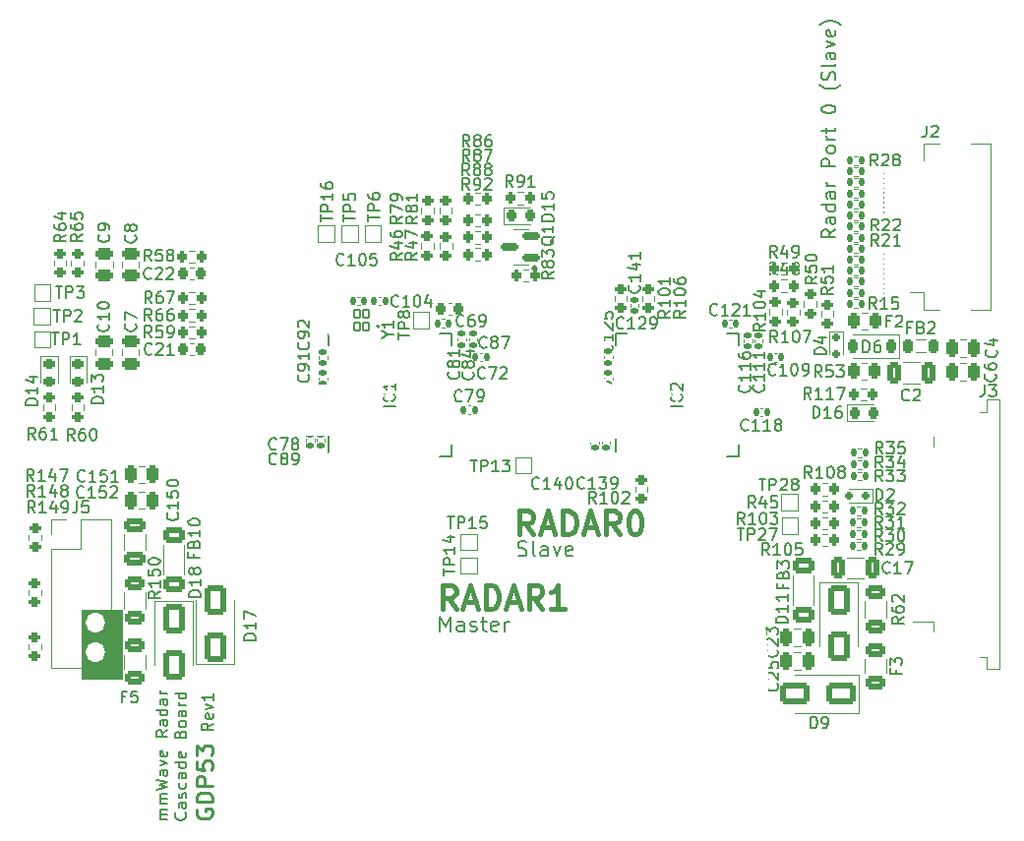
<source format=gbr>
%TF.GenerationSoftware,KiCad,Pcbnew,8.0.6*%
%TF.CreationDate,2024-12-12T06:35:09+00:00*%
%TF.ProjectId,AWR2243RadarBoard,41575232-3234-4335-9261-646172426f61,rev?*%
%TF.SameCoordinates,Original*%
%TF.FileFunction,Legend,Top*%
%TF.FilePolarity,Positive*%
%FSLAX46Y46*%
G04 Gerber Fmt 4.6, Leading zero omitted, Abs format (unit mm)*
G04 Created by KiCad (PCBNEW 8.0.6) date 2024-12-12 06:35:09*
%MOMM*%
%LPD*%
G01*
G04 APERTURE LIST*
G04 Aperture macros list*
%AMRoundRect*
0 Rectangle with rounded corners*
0 $1 Rounding radius*
0 $2 $3 $4 $5 $6 $7 $8 $9 X,Y pos of 4 corners*
0 Add a 4 corners polygon primitive as box body*
4,1,4,$2,$3,$4,$5,$6,$7,$8,$9,$2,$3,0*
0 Add four circle primitives for the rounded corners*
1,1,$1+$1,$2,$3*
1,1,$1+$1,$4,$5*
1,1,$1+$1,$6,$7*
1,1,$1+$1,$8,$9*
0 Add four rect primitives between the rounded corners*
20,1,$1+$1,$2,$3,$4,$5,0*
20,1,$1+$1,$4,$5,$6,$7,0*
20,1,$1+$1,$6,$7,$8,$9,0*
20,1,$1+$1,$8,$9,$2,$3,0*%
G04 Aperture macros list end*
%ADD10C,0.400000*%
%ADD11C,0.187500*%
%ADD12C,0.100000*%
%ADD13C,0.180000*%
%ADD14C,0.153000*%
%ADD15C,0.280000*%
%ADD16C,0.150000*%
%ADD17C,0.120000*%
%ADD18C,0.200000*%
%ADD19RoundRect,0.200000X-0.200000X-0.275000X0.200000X-0.275000X0.200000X0.275000X-0.200000X0.275000X0*%
%ADD20RoundRect,0.200000X0.275000X-0.200000X0.275000X0.200000X-0.275000X0.200000X-0.275000X-0.200000X0*%
%ADD21RoundRect,0.150000X0.200000X-0.150000X0.200000X0.150000X-0.200000X0.150000X-0.200000X-0.150000X0*%
%ADD22RoundRect,0.218750X-0.218750X-0.381250X0.218750X-0.381250X0.218750X0.381250X-0.218750X0.381250X0*%
%ADD23RoundRect,0.200000X-0.275000X0.200000X-0.275000X-0.200000X0.275000X-0.200000X0.275000X0.200000X0*%
%ADD24RoundRect,0.140000X-0.170000X0.140000X-0.170000X-0.140000X0.170000X-0.140000X0.170000X0.140000X0*%
%ADD25RoundRect,0.250000X-0.475000X0.250000X-0.475000X-0.250000X0.475000X-0.250000X0.475000X0.250000X0*%
%ADD26C,0.900000*%
%ADD27C,8.000000*%
%ADD28R,1.000000X1.000000*%
%ADD29R,0.200000X0.400000*%
%ADD30RoundRect,0.140000X-0.140000X-0.170000X0.140000X-0.170000X0.140000X0.170000X-0.140000X0.170000X0*%
%ADD31RoundRect,0.135000X-0.135000X-0.185000X0.135000X-0.185000X0.135000X0.185000X-0.135000X0.185000X0*%
%ADD32RoundRect,0.218750X-0.218750X-0.256250X0.218750X-0.256250X0.218750X0.256250X-0.218750X0.256250X0*%
%ADD33C,0.339999*%
%ADD34RoundRect,0.140000X0.170000X-0.140000X0.170000X0.140000X-0.170000X0.140000X-0.170000X-0.140000X0*%
%ADD35RoundRect,0.243750X0.243750X0.456250X-0.243750X0.456250X-0.243750X-0.456250X0.243750X-0.456250X0*%
%ADD36RoundRect,0.150000X-0.150000X-0.200000X0.150000X-0.200000X0.150000X0.200000X-0.150000X0.200000X0*%
%ADD37RoundRect,0.102000X0.275000X0.325000X-0.275000X0.325000X-0.275000X-0.325000X0.275000X-0.325000X0*%
%ADD38RoundRect,0.250000X0.650000X-0.325000X0.650000X0.325000X-0.650000X0.325000X-0.650000X-0.325000X0*%
%ADD39R,1.700000X1.700000*%
%ADD40O,1.700000X1.700000*%
%ADD41R,2.000000X0.610000*%
%ADD42R,3.600000X2.680000*%
%ADD43RoundRect,0.225000X0.225000X0.250000X-0.225000X0.250000X-0.225000X-0.250000X0.225000X-0.250000X0*%
%ADD44RoundRect,0.200000X0.200000X0.275000X-0.200000X0.275000X-0.200000X-0.275000X0.200000X-0.275000X0*%
%ADD45RoundRect,0.250000X0.250000X0.475000X-0.250000X0.475000X-0.250000X-0.475000X0.250000X-0.475000X0*%
%ADD46RoundRect,0.249999X-0.700001X0.387501X-0.700001X-0.387501X0.700001X-0.387501X0.700001X0.387501X0*%
%ADD47RoundRect,0.250000X0.625000X-0.375000X0.625000X0.375000X-0.625000X0.375000X-0.625000X-0.375000X0*%
%ADD48RoundRect,0.250000X-0.325000X-0.650000X0.325000X-0.650000X0.325000X0.650000X-0.325000X0.650000X0*%
%ADD49R,1.300000X0.300000*%
%ADD50R,2.200000X1.800000*%
%ADD51RoundRect,0.250000X-0.625000X0.375000X-0.625000X-0.375000X0.625000X-0.375000X0.625000X0.375000X0*%
%ADD52RoundRect,0.250000X0.475000X-0.250000X0.475000X0.250000X-0.475000X0.250000X-0.475000X-0.250000X0*%
%ADD53RoundRect,0.250000X0.625000X-0.312500X0.625000X0.312500X-0.625000X0.312500X-0.625000X-0.312500X0*%
%ADD54RoundRect,0.250000X-0.250000X-0.475000X0.250000X-0.475000X0.250000X0.475000X-0.250000X0.475000X0*%
%ADD55RoundRect,0.218750X-0.256250X0.218750X-0.256250X-0.218750X0.256250X-0.218750X0.256250X0.218750X0*%
%ADD56RoundRect,0.250000X-0.650000X1.000000X-0.650000X-1.000000X0.650000X-1.000000X0.650000X1.000000X0*%
%ADD57RoundRect,0.250000X0.650000X-1.000000X0.650000X1.000000X-0.650000X1.000000X-0.650000X-1.000000X0*%
%ADD58RoundRect,0.250000X1.000000X0.650000X-1.000000X0.650000X-1.000000X-0.650000X1.000000X-0.650000X0*%
%ADD59RoundRect,0.140000X0.140000X0.170000X-0.140000X0.170000X-0.140000X-0.170000X0.140000X-0.170000X0*%
%ADD60RoundRect,0.225000X-0.225000X-0.250000X0.225000X-0.250000X0.225000X0.250000X-0.225000X0.250000X0*%
%ADD61RoundRect,0.250000X-0.262500X-0.450000X0.262500X-0.450000X0.262500X0.450000X-0.262500X0.450000X0*%
%ADD62RoundRect,0.225000X0.225000X0.375000X-0.225000X0.375000X-0.225000X-0.375000X0.225000X-0.375000X0*%
%ADD63RoundRect,0.150000X0.587500X0.150000X-0.587500X0.150000X-0.587500X-0.150000X0.587500X-0.150000X0*%
%ADD64RoundRect,0.249999X0.700001X-0.387501X0.700001X0.387501X-0.700001X0.387501X-0.700001X-0.387501X0*%
G04 APERTURE END LIST*
D10*
X79542204Y-79894438D02*
X78875537Y-78942057D01*
X78399347Y-79894438D02*
X78399347Y-77894438D01*
X78399347Y-77894438D02*
X79161252Y-77894438D01*
X79161252Y-77894438D02*
X79351728Y-77989676D01*
X79351728Y-77989676D02*
X79446966Y-78084914D01*
X79446966Y-78084914D02*
X79542204Y-78275390D01*
X79542204Y-78275390D02*
X79542204Y-78561104D01*
X79542204Y-78561104D02*
X79446966Y-78751580D01*
X79446966Y-78751580D02*
X79351728Y-78846819D01*
X79351728Y-78846819D02*
X79161252Y-78942057D01*
X79161252Y-78942057D02*
X78399347Y-78942057D01*
X80304109Y-79323009D02*
X81256490Y-79323009D01*
X80113633Y-79894438D02*
X80780299Y-77894438D01*
X80780299Y-77894438D02*
X81446966Y-79894438D01*
X82113633Y-79894438D02*
X82113633Y-77894438D01*
X82113633Y-77894438D02*
X82589823Y-77894438D01*
X82589823Y-77894438D02*
X82875538Y-77989676D01*
X82875538Y-77989676D02*
X83066014Y-78180152D01*
X83066014Y-78180152D02*
X83161252Y-78370628D01*
X83161252Y-78370628D02*
X83256490Y-78751580D01*
X83256490Y-78751580D02*
X83256490Y-79037295D01*
X83256490Y-79037295D02*
X83161252Y-79418247D01*
X83161252Y-79418247D02*
X83066014Y-79608723D01*
X83066014Y-79608723D02*
X82875538Y-79799200D01*
X82875538Y-79799200D02*
X82589823Y-79894438D01*
X82589823Y-79894438D02*
X82113633Y-79894438D01*
X84018395Y-79323009D02*
X84970776Y-79323009D01*
X83827919Y-79894438D02*
X84494585Y-77894438D01*
X84494585Y-77894438D02*
X85161252Y-79894438D01*
X86970776Y-79894438D02*
X86304109Y-78942057D01*
X85827919Y-79894438D02*
X85827919Y-77894438D01*
X85827919Y-77894438D02*
X86589824Y-77894438D01*
X86589824Y-77894438D02*
X86780300Y-77989676D01*
X86780300Y-77989676D02*
X86875538Y-78084914D01*
X86875538Y-78084914D02*
X86970776Y-78275390D01*
X86970776Y-78275390D02*
X86970776Y-78561104D01*
X86970776Y-78561104D02*
X86875538Y-78751580D01*
X86875538Y-78751580D02*
X86780300Y-78846819D01*
X86780300Y-78846819D02*
X86589824Y-78942057D01*
X86589824Y-78942057D02*
X85827919Y-78942057D01*
X88208871Y-77894438D02*
X88399348Y-77894438D01*
X88399348Y-77894438D02*
X88589824Y-77989676D01*
X88589824Y-77989676D02*
X88685062Y-78084914D01*
X88685062Y-78084914D02*
X88780300Y-78275390D01*
X88780300Y-78275390D02*
X88875538Y-78656342D01*
X88875538Y-78656342D02*
X88875538Y-79132533D01*
X88875538Y-79132533D02*
X88780300Y-79513485D01*
X88780300Y-79513485D02*
X88685062Y-79703961D01*
X88685062Y-79703961D02*
X88589824Y-79799200D01*
X88589824Y-79799200D02*
X88399348Y-79894438D01*
X88399348Y-79894438D02*
X88208871Y-79894438D01*
X88208871Y-79894438D02*
X88018395Y-79799200D01*
X88018395Y-79799200D02*
X87923157Y-79703961D01*
X87923157Y-79703961D02*
X87827919Y-79513485D01*
X87827919Y-79513485D02*
X87732681Y-79132533D01*
X87732681Y-79132533D02*
X87732681Y-78656342D01*
X87732681Y-78656342D02*
X87827919Y-78275390D01*
X87827919Y-78275390D02*
X87923157Y-78084914D01*
X87923157Y-78084914D02*
X88018395Y-77989676D01*
X88018395Y-77989676D02*
X88208871Y-77894438D01*
D11*
X71542878Y-88266154D02*
X71542878Y-86966154D01*
X71542878Y-86966154D02*
X71976212Y-87894726D01*
X71976212Y-87894726D02*
X72409545Y-86966154D01*
X72409545Y-86966154D02*
X72409545Y-88266154D01*
X73585735Y-88266154D02*
X73585735Y-87585202D01*
X73585735Y-87585202D02*
X73523830Y-87461392D01*
X73523830Y-87461392D02*
X73400021Y-87399488D01*
X73400021Y-87399488D02*
X73152402Y-87399488D01*
X73152402Y-87399488D02*
X73028592Y-87461392D01*
X73585735Y-88204250D02*
X73461926Y-88266154D01*
X73461926Y-88266154D02*
X73152402Y-88266154D01*
X73152402Y-88266154D02*
X73028592Y-88204250D01*
X73028592Y-88204250D02*
X72966688Y-88080440D01*
X72966688Y-88080440D02*
X72966688Y-87956630D01*
X72966688Y-87956630D02*
X73028592Y-87832821D01*
X73028592Y-87832821D02*
X73152402Y-87770916D01*
X73152402Y-87770916D02*
X73461926Y-87770916D01*
X73461926Y-87770916D02*
X73585735Y-87709011D01*
X74142878Y-88204250D02*
X74266687Y-88266154D01*
X74266687Y-88266154D02*
X74514306Y-88266154D01*
X74514306Y-88266154D02*
X74638116Y-88204250D01*
X74638116Y-88204250D02*
X74700020Y-88080440D01*
X74700020Y-88080440D02*
X74700020Y-88018535D01*
X74700020Y-88018535D02*
X74638116Y-87894726D01*
X74638116Y-87894726D02*
X74514306Y-87832821D01*
X74514306Y-87832821D02*
X74328592Y-87832821D01*
X74328592Y-87832821D02*
X74204782Y-87770916D01*
X74204782Y-87770916D02*
X74142878Y-87647107D01*
X74142878Y-87647107D02*
X74142878Y-87585202D01*
X74142878Y-87585202D02*
X74204782Y-87461392D01*
X74204782Y-87461392D02*
X74328592Y-87399488D01*
X74328592Y-87399488D02*
X74514306Y-87399488D01*
X74514306Y-87399488D02*
X74638116Y-87461392D01*
X75071449Y-87399488D02*
X75566687Y-87399488D01*
X75257163Y-86966154D02*
X75257163Y-88080440D01*
X75257163Y-88080440D02*
X75319068Y-88204250D01*
X75319068Y-88204250D02*
X75442878Y-88266154D01*
X75442878Y-88266154D02*
X75566687Y-88266154D01*
X76495258Y-88204250D02*
X76371449Y-88266154D01*
X76371449Y-88266154D02*
X76123830Y-88266154D01*
X76123830Y-88266154D02*
X76000020Y-88204250D01*
X76000020Y-88204250D02*
X75938116Y-88080440D01*
X75938116Y-88080440D02*
X75938116Y-87585202D01*
X75938116Y-87585202D02*
X76000020Y-87461392D01*
X76000020Y-87461392D02*
X76123830Y-87399488D01*
X76123830Y-87399488D02*
X76371449Y-87399488D01*
X76371449Y-87399488D02*
X76495258Y-87461392D01*
X76495258Y-87461392D02*
X76557163Y-87585202D01*
X76557163Y-87585202D02*
X76557163Y-87709011D01*
X76557163Y-87709011D02*
X75938116Y-87832821D01*
X77114306Y-88266154D02*
X77114306Y-87399488D01*
X77114306Y-87647107D02*
X77176211Y-87523297D01*
X77176211Y-87523297D02*
X77238116Y-87461392D01*
X77238116Y-87461392D02*
X77361925Y-87399488D01*
X77361925Y-87399488D02*
X77485735Y-87399488D01*
D10*
X72902204Y-86309438D02*
X72235537Y-85357057D01*
X71759347Y-86309438D02*
X71759347Y-84309438D01*
X71759347Y-84309438D02*
X72521252Y-84309438D01*
X72521252Y-84309438D02*
X72711728Y-84404676D01*
X72711728Y-84404676D02*
X72806966Y-84499914D01*
X72806966Y-84499914D02*
X72902204Y-84690390D01*
X72902204Y-84690390D02*
X72902204Y-84976104D01*
X72902204Y-84976104D02*
X72806966Y-85166580D01*
X72806966Y-85166580D02*
X72711728Y-85261819D01*
X72711728Y-85261819D02*
X72521252Y-85357057D01*
X72521252Y-85357057D02*
X71759347Y-85357057D01*
X73664109Y-85738009D02*
X74616490Y-85738009D01*
X73473633Y-86309438D02*
X74140299Y-84309438D01*
X74140299Y-84309438D02*
X74806966Y-86309438D01*
X75473633Y-86309438D02*
X75473633Y-84309438D01*
X75473633Y-84309438D02*
X75949823Y-84309438D01*
X75949823Y-84309438D02*
X76235538Y-84404676D01*
X76235538Y-84404676D02*
X76426014Y-84595152D01*
X76426014Y-84595152D02*
X76521252Y-84785628D01*
X76521252Y-84785628D02*
X76616490Y-85166580D01*
X76616490Y-85166580D02*
X76616490Y-85452295D01*
X76616490Y-85452295D02*
X76521252Y-85833247D01*
X76521252Y-85833247D02*
X76426014Y-86023723D01*
X76426014Y-86023723D02*
X76235538Y-86214200D01*
X76235538Y-86214200D02*
X75949823Y-86309438D01*
X75949823Y-86309438D02*
X75473633Y-86309438D01*
X77378395Y-85738009D02*
X78330776Y-85738009D01*
X77187919Y-86309438D02*
X77854585Y-84309438D01*
X77854585Y-84309438D02*
X78521252Y-86309438D01*
X80330776Y-86309438D02*
X79664109Y-85357057D01*
X79187919Y-86309438D02*
X79187919Y-84309438D01*
X79187919Y-84309438D02*
X79949824Y-84309438D01*
X79949824Y-84309438D02*
X80140300Y-84404676D01*
X80140300Y-84404676D02*
X80235538Y-84499914D01*
X80235538Y-84499914D02*
X80330776Y-84690390D01*
X80330776Y-84690390D02*
X80330776Y-84976104D01*
X80330776Y-84976104D02*
X80235538Y-85166580D01*
X80235538Y-85166580D02*
X80140300Y-85261819D01*
X80140300Y-85261819D02*
X79949824Y-85357057D01*
X79949824Y-85357057D02*
X79187919Y-85357057D01*
X82235538Y-86309438D02*
X81092681Y-86309438D01*
X81664109Y-86309438D02*
X81664109Y-84309438D01*
X81664109Y-84309438D02*
X81473633Y-84595152D01*
X81473633Y-84595152D02*
X81283157Y-84785628D01*
X81283157Y-84785628D02*
X81092681Y-84880866D01*
D11*
X78250974Y-81724250D02*
X78436688Y-81786154D01*
X78436688Y-81786154D02*
X78746212Y-81786154D01*
X78746212Y-81786154D02*
X78870021Y-81724250D01*
X78870021Y-81724250D02*
X78931926Y-81662345D01*
X78931926Y-81662345D02*
X78993831Y-81538535D01*
X78993831Y-81538535D02*
X78993831Y-81414726D01*
X78993831Y-81414726D02*
X78931926Y-81290916D01*
X78931926Y-81290916D02*
X78870021Y-81229011D01*
X78870021Y-81229011D02*
X78746212Y-81167107D01*
X78746212Y-81167107D02*
X78498593Y-81105202D01*
X78498593Y-81105202D02*
X78374783Y-81043297D01*
X78374783Y-81043297D02*
X78312878Y-80981392D01*
X78312878Y-80981392D02*
X78250974Y-80857583D01*
X78250974Y-80857583D02*
X78250974Y-80733773D01*
X78250974Y-80733773D02*
X78312878Y-80609964D01*
X78312878Y-80609964D02*
X78374783Y-80548059D01*
X78374783Y-80548059D02*
X78498593Y-80486154D01*
X78498593Y-80486154D02*
X78808116Y-80486154D01*
X78808116Y-80486154D02*
X78993831Y-80548059D01*
X79736688Y-81786154D02*
X79612878Y-81724250D01*
X79612878Y-81724250D02*
X79550973Y-81600440D01*
X79550973Y-81600440D02*
X79550973Y-80486154D01*
X80789068Y-81786154D02*
X80789068Y-81105202D01*
X80789068Y-81105202D02*
X80727163Y-80981392D01*
X80727163Y-80981392D02*
X80603354Y-80919488D01*
X80603354Y-80919488D02*
X80355735Y-80919488D01*
X80355735Y-80919488D02*
X80231925Y-80981392D01*
X80789068Y-81724250D02*
X80665259Y-81786154D01*
X80665259Y-81786154D02*
X80355735Y-81786154D01*
X80355735Y-81786154D02*
X80231925Y-81724250D01*
X80231925Y-81724250D02*
X80170021Y-81600440D01*
X80170021Y-81600440D02*
X80170021Y-81476630D01*
X80170021Y-81476630D02*
X80231925Y-81352821D01*
X80231925Y-81352821D02*
X80355735Y-81290916D01*
X80355735Y-81290916D02*
X80665259Y-81290916D01*
X80665259Y-81290916D02*
X80789068Y-81229011D01*
X81284306Y-80919488D02*
X81593830Y-81786154D01*
X81593830Y-81786154D02*
X81903353Y-80919488D01*
X82893829Y-81724250D02*
X82770020Y-81786154D01*
X82770020Y-81786154D02*
X82522401Y-81786154D01*
X82522401Y-81786154D02*
X82398591Y-81724250D01*
X82398591Y-81724250D02*
X82336687Y-81600440D01*
X82336687Y-81600440D02*
X82336687Y-81105202D01*
X82336687Y-81105202D02*
X82398591Y-80981392D01*
X82398591Y-80981392D02*
X82522401Y-80919488D01*
X82522401Y-80919488D02*
X82770020Y-80919488D01*
X82770020Y-80919488D02*
X82893829Y-80981392D01*
X82893829Y-80981392D02*
X82955734Y-81105202D01*
X82955734Y-81105202D02*
X82955734Y-81229011D01*
X82955734Y-81229011D02*
X82336687Y-81352821D01*
D12*
X109670000Y-52170000D02*
X109670000Y-52150000D01*
X109670000Y-51750000D02*
X109670000Y-51730000D01*
X109670000Y-51330000D02*
X109670000Y-51310000D01*
X109670000Y-50910000D02*
X109670000Y-50890000D01*
X109670000Y-50490000D02*
X109670000Y-50470000D01*
X109670000Y-50070000D02*
X109670000Y-50050000D01*
X109670000Y-49650000D02*
X109670000Y-49630000D01*
X109670000Y-49230000D02*
X109670000Y-49210000D01*
X109670000Y-48810000D02*
X109670000Y-48790000D01*
X109710000Y-59160000D02*
X109710000Y-59140000D01*
X109710000Y-58740000D02*
X109710000Y-58720000D01*
X109710000Y-58320000D02*
X109710000Y-58300000D01*
X109710000Y-57900000D02*
X109710000Y-57880000D01*
X109710000Y-57480000D02*
X109710000Y-57460000D01*
X109710000Y-57060000D02*
X109710000Y-57040000D01*
X109710000Y-56640000D02*
X109710000Y-56620000D01*
X109710000Y-56220000D02*
X109710000Y-56200000D01*
X109710000Y-55800000D02*
X109710000Y-55780000D01*
G36*
X40680000Y-86385000D02*
G01*
X44220000Y-86385000D01*
X44220000Y-92405000D01*
X40680000Y-92405000D01*
X40680000Y-86385000D01*
G37*
D13*
X48083315Y-104448483D02*
X47416648Y-104448483D01*
X47511886Y-104448483D02*
X47464267Y-104400864D01*
X47464267Y-104400864D02*
X47416648Y-104305626D01*
X47416648Y-104305626D02*
X47416648Y-104162769D01*
X47416648Y-104162769D02*
X47464267Y-104067531D01*
X47464267Y-104067531D02*
X47559505Y-104019912D01*
X47559505Y-104019912D02*
X48083315Y-104019912D01*
X47559505Y-104019912D02*
X47464267Y-103972293D01*
X47464267Y-103972293D02*
X47416648Y-103877055D01*
X47416648Y-103877055D02*
X47416648Y-103734198D01*
X47416648Y-103734198D02*
X47464267Y-103638959D01*
X47464267Y-103638959D02*
X47559505Y-103591340D01*
X47559505Y-103591340D02*
X48083315Y-103591340D01*
X48083315Y-103115150D02*
X47416648Y-103115150D01*
X47511886Y-103115150D02*
X47464267Y-103067531D01*
X47464267Y-103067531D02*
X47416648Y-102972293D01*
X47416648Y-102972293D02*
X47416648Y-102829436D01*
X47416648Y-102829436D02*
X47464267Y-102734198D01*
X47464267Y-102734198D02*
X47559505Y-102686579D01*
X47559505Y-102686579D02*
X48083315Y-102686579D01*
X47559505Y-102686579D02*
X47464267Y-102638960D01*
X47464267Y-102638960D02*
X47416648Y-102543722D01*
X47416648Y-102543722D02*
X47416648Y-102400865D01*
X47416648Y-102400865D02*
X47464267Y-102305626D01*
X47464267Y-102305626D02*
X47559505Y-102258007D01*
X47559505Y-102258007D02*
X48083315Y-102258007D01*
X47083315Y-101877055D02*
X48083315Y-101638960D01*
X48083315Y-101638960D02*
X47369029Y-101448484D01*
X47369029Y-101448484D02*
X48083315Y-101258008D01*
X48083315Y-101258008D02*
X47083315Y-101019913D01*
X48083315Y-100210389D02*
X47559505Y-100210389D01*
X47559505Y-100210389D02*
X47464267Y-100258008D01*
X47464267Y-100258008D02*
X47416648Y-100353246D01*
X47416648Y-100353246D02*
X47416648Y-100543722D01*
X47416648Y-100543722D02*
X47464267Y-100638960D01*
X48035696Y-100210389D02*
X48083315Y-100305627D01*
X48083315Y-100305627D02*
X48083315Y-100543722D01*
X48083315Y-100543722D02*
X48035696Y-100638960D01*
X48035696Y-100638960D02*
X47940457Y-100686579D01*
X47940457Y-100686579D02*
X47845219Y-100686579D01*
X47845219Y-100686579D02*
X47749981Y-100638960D01*
X47749981Y-100638960D02*
X47702362Y-100543722D01*
X47702362Y-100543722D02*
X47702362Y-100305627D01*
X47702362Y-100305627D02*
X47654743Y-100210389D01*
X47416648Y-99829436D02*
X48083315Y-99591341D01*
X48083315Y-99591341D02*
X47416648Y-99353246D01*
X48035696Y-98591341D02*
X48083315Y-98686579D01*
X48083315Y-98686579D02*
X48083315Y-98877055D01*
X48083315Y-98877055D02*
X48035696Y-98972293D01*
X48035696Y-98972293D02*
X47940457Y-99019912D01*
X47940457Y-99019912D02*
X47559505Y-99019912D01*
X47559505Y-99019912D02*
X47464267Y-98972293D01*
X47464267Y-98972293D02*
X47416648Y-98877055D01*
X47416648Y-98877055D02*
X47416648Y-98686579D01*
X47416648Y-98686579D02*
X47464267Y-98591341D01*
X47464267Y-98591341D02*
X47559505Y-98543722D01*
X47559505Y-98543722D02*
X47654743Y-98543722D01*
X47654743Y-98543722D02*
X47749981Y-99019912D01*
X48083315Y-96781817D02*
X47607124Y-97115150D01*
X48083315Y-97353245D02*
X47083315Y-97353245D01*
X47083315Y-97353245D02*
X47083315Y-96972293D01*
X47083315Y-96972293D02*
X47130934Y-96877055D01*
X47130934Y-96877055D02*
X47178553Y-96829436D01*
X47178553Y-96829436D02*
X47273791Y-96781817D01*
X47273791Y-96781817D02*
X47416648Y-96781817D01*
X47416648Y-96781817D02*
X47511886Y-96829436D01*
X47511886Y-96829436D02*
X47559505Y-96877055D01*
X47559505Y-96877055D02*
X47607124Y-96972293D01*
X47607124Y-96972293D02*
X47607124Y-97353245D01*
X48083315Y-95924674D02*
X47559505Y-95924674D01*
X47559505Y-95924674D02*
X47464267Y-95972293D01*
X47464267Y-95972293D02*
X47416648Y-96067531D01*
X47416648Y-96067531D02*
X47416648Y-96258007D01*
X47416648Y-96258007D02*
X47464267Y-96353245D01*
X48035696Y-95924674D02*
X48083315Y-96019912D01*
X48083315Y-96019912D02*
X48083315Y-96258007D01*
X48083315Y-96258007D02*
X48035696Y-96353245D01*
X48035696Y-96353245D02*
X47940457Y-96400864D01*
X47940457Y-96400864D02*
X47845219Y-96400864D01*
X47845219Y-96400864D02*
X47749981Y-96353245D01*
X47749981Y-96353245D02*
X47702362Y-96258007D01*
X47702362Y-96258007D02*
X47702362Y-96019912D01*
X47702362Y-96019912D02*
X47654743Y-95924674D01*
X48083315Y-95019912D02*
X47083315Y-95019912D01*
X48035696Y-95019912D02*
X48083315Y-95115150D01*
X48083315Y-95115150D02*
X48083315Y-95305626D01*
X48083315Y-95305626D02*
X48035696Y-95400864D01*
X48035696Y-95400864D02*
X47988076Y-95448483D01*
X47988076Y-95448483D02*
X47892838Y-95496102D01*
X47892838Y-95496102D02*
X47607124Y-95496102D01*
X47607124Y-95496102D02*
X47511886Y-95448483D01*
X47511886Y-95448483D02*
X47464267Y-95400864D01*
X47464267Y-95400864D02*
X47416648Y-95305626D01*
X47416648Y-95305626D02*
X47416648Y-95115150D01*
X47416648Y-95115150D02*
X47464267Y-95019912D01*
X48083315Y-94115150D02*
X47559505Y-94115150D01*
X47559505Y-94115150D02*
X47464267Y-94162769D01*
X47464267Y-94162769D02*
X47416648Y-94258007D01*
X47416648Y-94258007D02*
X47416648Y-94448483D01*
X47416648Y-94448483D02*
X47464267Y-94543721D01*
X48035696Y-94115150D02*
X48083315Y-94210388D01*
X48083315Y-94210388D02*
X48083315Y-94448483D01*
X48083315Y-94448483D02*
X48035696Y-94543721D01*
X48035696Y-94543721D02*
X47940457Y-94591340D01*
X47940457Y-94591340D02*
X47845219Y-94591340D01*
X47845219Y-94591340D02*
X47749981Y-94543721D01*
X47749981Y-94543721D02*
X47702362Y-94448483D01*
X47702362Y-94448483D02*
X47702362Y-94210388D01*
X47702362Y-94210388D02*
X47654743Y-94115150D01*
X48083315Y-93638959D02*
X47416648Y-93638959D01*
X47607124Y-93638959D02*
X47511886Y-93591340D01*
X47511886Y-93591340D02*
X47464267Y-93543721D01*
X47464267Y-93543721D02*
X47416648Y-93448483D01*
X47416648Y-93448483D02*
X47416648Y-93353245D01*
X49598020Y-103877055D02*
X49645640Y-103924674D01*
X49645640Y-103924674D02*
X49693259Y-104067531D01*
X49693259Y-104067531D02*
X49693259Y-104162769D01*
X49693259Y-104162769D02*
X49645640Y-104305626D01*
X49645640Y-104305626D02*
X49550401Y-104400864D01*
X49550401Y-104400864D02*
X49455163Y-104448483D01*
X49455163Y-104448483D02*
X49264687Y-104496102D01*
X49264687Y-104496102D02*
X49121830Y-104496102D01*
X49121830Y-104496102D02*
X48931354Y-104448483D01*
X48931354Y-104448483D02*
X48836116Y-104400864D01*
X48836116Y-104400864D02*
X48740878Y-104305626D01*
X48740878Y-104305626D02*
X48693259Y-104162769D01*
X48693259Y-104162769D02*
X48693259Y-104067531D01*
X48693259Y-104067531D02*
X48740878Y-103924674D01*
X48740878Y-103924674D02*
X48788497Y-103877055D01*
X49693259Y-103019912D02*
X49169449Y-103019912D01*
X49169449Y-103019912D02*
X49074211Y-103067531D01*
X49074211Y-103067531D02*
X49026592Y-103162769D01*
X49026592Y-103162769D02*
X49026592Y-103353245D01*
X49026592Y-103353245D02*
X49074211Y-103448483D01*
X49645640Y-103019912D02*
X49693259Y-103115150D01*
X49693259Y-103115150D02*
X49693259Y-103353245D01*
X49693259Y-103353245D02*
X49645640Y-103448483D01*
X49645640Y-103448483D02*
X49550401Y-103496102D01*
X49550401Y-103496102D02*
X49455163Y-103496102D01*
X49455163Y-103496102D02*
X49359925Y-103448483D01*
X49359925Y-103448483D02*
X49312306Y-103353245D01*
X49312306Y-103353245D02*
X49312306Y-103115150D01*
X49312306Y-103115150D02*
X49264687Y-103019912D01*
X49645640Y-102591340D02*
X49693259Y-102496102D01*
X49693259Y-102496102D02*
X49693259Y-102305626D01*
X49693259Y-102305626D02*
X49645640Y-102210388D01*
X49645640Y-102210388D02*
X49550401Y-102162769D01*
X49550401Y-102162769D02*
X49502782Y-102162769D01*
X49502782Y-102162769D02*
X49407544Y-102210388D01*
X49407544Y-102210388D02*
X49359925Y-102305626D01*
X49359925Y-102305626D02*
X49359925Y-102448483D01*
X49359925Y-102448483D02*
X49312306Y-102543721D01*
X49312306Y-102543721D02*
X49217068Y-102591340D01*
X49217068Y-102591340D02*
X49169449Y-102591340D01*
X49169449Y-102591340D02*
X49074211Y-102543721D01*
X49074211Y-102543721D02*
X49026592Y-102448483D01*
X49026592Y-102448483D02*
X49026592Y-102305626D01*
X49026592Y-102305626D02*
X49074211Y-102210388D01*
X49645640Y-101305626D02*
X49693259Y-101400864D01*
X49693259Y-101400864D02*
X49693259Y-101591340D01*
X49693259Y-101591340D02*
X49645640Y-101686578D01*
X49645640Y-101686578D02*
X49598020Y-101734197D01*
X49598020Y-101734197D02*
X49502782Y-101781816D01*
X49502782Y-101781816D02*
X49217068Y-101781816D01*
X49217068Y-101781816D02*
X49121830Y-101734197D01*
X49121830Y-101734197D02*
X49074211Y-101686578D01*
X49074211Y-101686578D02*
X49026592Y-101591340D01*
X49026592Y-101591340D02*
X49026592Y-101400864D01*
X49026592Y-101400864D02*
X49074211Y-101305626D01*
X49693259Y-100448483D02*
X49169449Y-100448483D01*
X49169449Y-100448483D02*
X49074211Y-100496102D01*
X49074211Y-100496102D02*
X49026592Y-100591340D01*
X49026592Y-100591340D02*
X49026592Y-100781816D01*
X49026592Y-100781816D02*
X49074211Y-100877054D01*
X49645640Y-100448483D02*
X49693259Y-100543721D01*
X49693259Y-100543721D02*
X49693259Y-100781816D01*
X49693259Y-100781816D02*
X49645640Y-100877054D01*
X49645640Y-100877054D02*
X49550401Y-100924673D01*
X49550401Y-100924673D02*
X49455163Y-100924673D01*
X49455163Y-100924673D02*
X49359925Y-100877054D01*
X49359925Y-100877054D02*
X49312306Y-100781816D01*
X49312306Y-100781816D02*
X49312306Y-100543721D01*
X49312306Y-100543721D02*
X49264687Y-100448483D01*
X49693259Y-99543721D02*
X48693259Y-99543721D01*
X49645640Y-99543721D02*
X49693259Y-99638959D01*
X49693259Y-99638959D02*
X49693259Y-99829435D01*
X49693259Y-99829435D02*
X49645640Y-99924673D01*
X49645640Y-99924673D02*
X49598020Y-99972292D01*
X49598020Y-99972292D02*
X49502782Y-100019911D01*
X49502782Y-100019911D02*
X49217068Y-100019911D01*
X49217068Y-100019911D02*
X49121830Y-99972292D01*
X49121830Y-99972292D02*
X49074211Y-99924673D01*
X49074211Y-99924673D02*
X49026592Y-99829435D01*
X49026592Y-99829435D02*
X49026592Y-99638959D01*
X49026592Y-99638959D02*
X49074211Y-99543721D01*
X49645640Y-98686578D02*
X49693259Y-98781816D01*
X49693259Y-98781816D02*
X49693259Y-98972292D01*
X49693259Y-98972292D02*
X49645640Y-99067530D01*
X49645640Y-99067530D02*
X49550401Y-99115149D01*
X49550401Y-99115149D02*
X49169449Y-99115149D01*
X49169449Y-99115149D02*
X49074211Y-99067530D01*
X49074211Y-99067530D02*
X49026592Y-98972292D01*
X49026592Y-98972292D02*
X49026592Y-98781816D01*
X49026592Y-98781816D02*
X49074211Y-98686578D01*
X49074211Y-98686578D02*
X49169449Y-98638959D01*
X49169449Y-98638959D02*
X49264687Y-98638959D01*
X49264687Y-98638959D02*
X49359925Y-99115149D01*
X49169449Y-97115149D02*
X49217068Y-96972292D01*
X49217068Y-96972292D02*
X49264687Y-96924673D01*
X49264687Y-96924673D02*
X49359925Y-96877054D01*
X49359925Y-96877054D02*
X49502782Y-96877054D01*
X49502782Y-96877054D02*
X49598020Y-96924673D01*
X49598020Y-96924673D02*
X49645640Y-96972292D01*
X49645640Y-96972292D02*
X49693259Y-97067530D01*
X49693259Y-97067530D02*
X49693259Y-97448482D01*
X49693259Y-97448482D02*
X48693259Y-97448482D01*
X48693259Y-97448482D02*
X48693259Y-97115149D01*
X48693259Y-97115149D02*
X48740878Y-97019911D01*
X48740878Y-97019911D02*
X48788497Y-96972292D01*
X48788497Y-96972292D02*
X48883735Y-96924673D01*
X48883735Y-96924673D02*
X48978973Y-96924673D01*
X48978973Y-96924673D02*
X49074211Y-96972292D01*
X49074211Y-96972292D02*
X49121830Y-97019911D01*
X49121830Y-97019911D02*
X49169449Y-97115149D01*
X49169449Y-97115149D02*
X49169449Y-97448482D01*
X49693259Y-96305625D02*
X49645640Y-96400863D01*
X49645640Y-96400863D02*
X49598020Y-96448482D01*
X49598020Y-96448482D02*
X49502782Y-96496101D01*
X49502782Y-96496101D02*
X49217068Y-96496101D01*
X49217068Y-96496101D02*
X49121830Y-96448482D01*
X49121830Y-96448482D02*
X49074211Y-96400863D01*
X49074211Y-96400863D02*
X49026592Y-96305625D01*
X49026592Y-96305625D02*
X49026592Y-96162768D01*
X49026592Y-96162768D02*
X49074211Y-96067530D01*
X49074211Y-96067530D02*
X49121830Y-96019911D01*
X49121830Y-96019911D02*
X49217068Y-95972292D01*
X49217068Y-95972292D02*
X49502782Y-95972292D01*
X49502782Y-95972292D02*
X49598020Y-96019911D01*
X49598020Y-96019911D02*
X49645640Y-96067530D01*
X49645640Y-96067530D02*
X49693259Y-96162768D01*
X49693259Y-96162768D02*
X49693259Y-96305625D01*
X49693259Y-95115149D02*
X49169449Y-95115149D01*
X49169449Y-95115149D02*
X49074211Y-95162768D01*
X49074211Y-95162768D02*
X49026592Y-95258006D01*
X49026592Y-95258006D02*
X49026592Y-95448482D01*
X49026592Y-95448482D02*
X49074211Y-95543720D01*
X49645640Y-95115149D02*
X49693259Y-95210387D01*
X49693259Y-95210387D02*
X49693259Y-95448482D01*
X49693259Y-95448482D02*
X49645640Y-95543720D01*
X49645640Y-95543720D02*
X49550401Y-95591339D01*
X49550401Y-95591339D02*
X49455163Y-95591339D01*
X49455163Y-95591339D02*
X49359925Y-95543720D01*
X49359925Y-95543720D02*
X49312306Y-95448482D01*
X49312306Y-95448482D02*
X49312306Y-95210387D01*
X49312306Y-95210387D02*
X49264687Y-95115149D01*
X49693259Y-94638958D02*
X49026592Y-94638958D01*
X49217068Y-94638958D02*
X49121830Y-94591339D01*
X49121830Y-94591339D02*
X49074211Y-94543720D01*
X49074211Y-94543720D02*
X49026592Y-94448482D01*
X49026592Y-94448482D02*
X49026592Y-94353244D01*
X49693259Y-93591339D02*
X48693259Y-93591339D01*
X49645640Y-93591339D02*
X49693259Y-93686577D01*
X49693259Y-93686577D02*
X49693259Y-93877053D01*
X49693259Y-93877053D02*
X49645640Y-93972291D01*
X49645640Y-93972291D02*
X49598020Y-94019910D01*
X49598020Y-94019910D02*
X49502782Y-94067529D01*
X49502782Y-94067529D02*
X49217068Y-94067529D01*
X49217068Y-94067529D02*
X49121830Y-94019910D01*
X49121830Y-94019910D02*
X49074211Y-93972291D01*
X49074211Y-93972291D02*
X49026592Y-93877053D01*
X49026592Y-93877053D02*
X49026592Y-93686577D01*
X49026592Y-93686577D02*
X49074211Y-93591339D01*
X105578782Y-53670150D02*
X105007354Y-54070150D01*
X105578782Y-54355864D02*
X104378782Y-54355864D01*
X104378782Y-54355864D02*
X104378782Y-53898721D01*
X104378782Y-53898721D02*
X104435925Y-53784436D01*
X104435925Y-53784436D02*
X104493068Y-53727293D01*
X104493068Y-53727293D02*
X104607354Y-53670150D01*
X104607354Y-53670150D02*
X104778782Y-53670150D01*
X104778782Y-53670150D02*
X104893068Y-53727293D01*
X104893068Y-53727293D02*
X104950211Y-53784436D01*
X104950211Y-53784436D02*
X105007354Y-53898721D01*
X105007354Y-53898721D02*
X105007354Y-54355864D01*
X105578782Y-52641579D02*
X104950211Y-52641579D01*
X104950211Y-52641579D02*
X104835925Y-52698721D01*
X104835925Y-52698721D02*
X104778782Y-52813007D01*
X104778782Y-52813007D02*
X104778782Y-53041579D01*
X104778782Y-53041579D02*
X104835925Y-53155864D01*
X105521640Y-52641579D02*
X105578782Y-52755864D01*
X105578782Y-52755864D02*
X105578782Y-53041579D01*
X105578782Y-53041579D02*
X105521640Y-53155864D01*
X105521640Y-53155864D02*
X105407354Y-53213007D01*
X105407354Y-53213007D02*
X105293068Y-53213007D01*
X105293068Y-53213007D02*
X105178782Y-53155864D01*
X105178782Y-53155864D02*
X105121640Y-53041579D01*
X105121640Y-53041579D02*
X105121640Y-52755864D01*
X105121640Y-52755864D02*
X105064497Y-52641579D01*
X105578782Y-51555865D02*
X104378782Y-51555865D01*
X105521640Y-51555865D02*
X105578782Y-51670150D01*
X105578782Y-51670150D02*
X105578782Y-51898722D01*
X105578782Y-51898722D02*
X105521640Y-52013007D01*
X105521640Y-52013007D02*
X105464497Y-52070150D01*
X105464497Y-52070150D02*
X105350211Y-52127293D01*
X105350211Y-52127293D02*
X105007354Y-52127293D01*
X105007354Y-52127293D02*
X104893068Y-52070150D01*
X104893068Y-52070150D02*
X104835925Y-52013007D01*
X104835925Y-52013007D02*
X104778782Y-51898722D01*
X104778782Y-51898722D02*
X104778782Y-51670150D01*
X104778782Y-51670150D02*
X104835925Y-51555865D01*
X105578782Y-50470151D02*
X104950211Y-50470151D01*
X104950211Y-50470151D02*
X104835925Y-50527293D01*
X104835925Y-50527293D02*
X104778782Y-50641579D01*
X104778782Y-50641579D02*
X104778782Y-50870151D01*
X104778782Y-50870151D02*
X104835925Y-50984436D01*
X105521640Y-50470151D02*
X105578782Y-50584436D01*
X105578782Y-50584436D02*
X105578782Y-50870151D01*
X105578782Y-50870151D02*
X105521640Y-50984436D01*
X105521640Y-50984436D02*
X105407354Y-51041579D01*
X105407354Y-51041579D02*
X105293068Y-51041579D01*
X105293068Y-51041579D02*
X105178782Y-50984436D01*
X105178782Y-50984436D02*
X105121640Y-50870151D01*
X105121640Y-50870151D02*
X105121640Y-50584436D01*
X105121640Y-50584436D02*
X105064497Y-50470151D01*
X105578782Y-49898722D02*
X104778782Y-49898722D01*
X105007354Y-49898722D02*
X104893068Y-49841579D01*
X104893068Y-49841579D02*
X104835925Y-49784437D01*
X104835925Y-49784437D02*
X104778782Y-49670151D01*
X104778782Y-49670151D02*
X104778782Y-49555865D01*
X105578782Y-48241579D02*
X104378782Y-48241579D01*
X104378782Y-48241579D02*
X104378782Y-47784436D01*
X104378782Y-47784436D02*
X104435925Y-47670151D01*
X104435925Y-47670151D02*
X104493068Y-47613008D01*
X104493068Y-47613008D02*
X104607354Y-47555865D01*
X104607354Y-47555865D02*
X104778782Y-47555865D01*
X104778782Y-47555865D02*
X104893068Y-47613008D01*
X104893068Y-47613008D02*
X104950211Y-47670151D01*
X104950211Y-47670151D02*
X105007354Y-47784436D01*
X105007354Y-47784436D02*
X105007354Y-48241579D01*
X105578782Y-46870151D02*
X105521640Y-46984436D01*
X105521640Y-46984436D02*
X105464497Y-47041579D01*
X105464497Y-47041579D02*
X105350211Y-47098722D01*
X105350211Y-47098722D02*
X105007354Y-47098722D01*
X105007354Y-47098722D02*
X104893068Y-47041579D01*
X104893068Y-47041579D02*
X104835925Y-46984436D01*
X104835925Y-46984436D02*
X104778782Y-46870151D01*
X104778782Y-46870151D02*
X104778782Y-46698722D01*
X104778782Y-46698722D02*
X104835925Y-46584436D01*
X104835925Y-46584436D02*
X104893068Y-46527294D01*
X104893068Y-46527294D02*
X105007354Y-46470151D01*
X105007354Y-46470151D02*
X105350211Y-46470151D01*
X105350211Y-46470151D02*
X105464497Y-46527294D01*
X105464497Y-46527294D02*
X105521640Y-46584436D01*
X105521640Y-46584436D02*
X105578782Y-46698722D01*
X105578782Y-46698722D02*
X105578782Y-46870151D01*
X105578782Y-45955865D02*
X104778782Y-45955865D01*
X105007354Y-45955865D02*
X104893068Y-45898722D01*
X104893068Y-45898722D02*
X104835925Y-45841580D01*
X104835925Y-45841580D02*
X104778782Y-45727294D01*
X104778782Y-45727294D02*
X104778782Y-45613008D01*
X104778782Y-45384437D02*
X104778782Y-44927294D01*
X104378782Y-45213008D02*
X105407354Y-45213008D01*
X105407354Y-45213008D02*
X105521640Y-45155865D01*
X105521640Y-45155865D02*
X105578782Y-45041580D01*
X105578782Y-45041580D02*
X105578782Y-44927294D01*
X104378782Y-43384437D02*
X104378782Y-43270151D01*
X104378782Y-43270151D02*
X104435925Y-43155865D01*
X104435925Y-43155865D02*
X104493068Y-43098723D01*
X104493068Y-43098723D02*
X104607354Y-43041580D01*
X104607354Y-43041580D02*
X104835925Y-42984437D01*
X104835925Y-42984437D02*
X105121640Y-42984437D01*
X105121640Y-42984437D02*
X105350211Y-43041580D01*
X105350211Y-43041580D02*
X105464497Y-43098723D01*
X105464497Y-43098723D02*
X105521640Y-43155865D01*
X105521640Y-43155865D02*
X105578782Y-43270151D01*
X105578782Y-43270151D02*
X105578782Y-43384437D01*
X105578782Y-43384437D02*
X105521640Y-43498723D01*
X105521640Y-43498723D02*
X105464497Y-43555865D01*
X105464497Y-43555865D02*
X105350211Y-43613008D01*
X105350211Y-43613008D02*
X105121640Y-43670151D01*
X105121640Y-43670151D02*
X104835925Y-43670151D01*
X104835925Y-43670151D02*
X104607354Y-43613008D01*
X104607354Y-43613008D02*
X104493068Y-43555865D01*
X104493068Y-43555865D02*
X104435925Y-43498723D01*
X104435925Y-43498723D02*
X104378782Y-43384437D01*
X106035925Y-41213008D02*
X105978782Y-41270151D01*
X105978782Y-41270151D02*
X105807354Y-41384437D01*
X105807354Y-41384437D02*
X105693068Y-41441580D01*
X105693068Y-41441580D02*
X105521640Y-41498722D01*
X105521640Y-41498722D02*
X105235925Y-41555865D01*
X105235925Y-41555865D02*
X105007354Y-41555865D01*
X105007354Y-41555865D02*
X104721640Y-41498722D01*
X104721640Y-41498722D02*
X104550211Y-41441580D01*
X104550211Y-41441580D02*
X104435925Y-41384437D01*
X104435925Y-41384437D02*
X104264497Y-41270151D01*
X104264497Y-41270151D02*
X104207354Y-41213008D01*
X105521640Y-40813008D02*
X105578782Y-40641580D01*
X105578782Y-40641580D02*
X105578782Y-40355865D01*
X105578782Y-40355865D02*
X105521640Y-40241580D01*
X105521640Y-40241580D02*
X105464497Y-40184437D01*
X105464497Y-40184437D02*
X105350211Y-40127294D01*
X105350211Y-40127294D02*
X105235925Y-40127294D01*
X105235925Y-40127294D02*
X105121640Y-40184437D01*
X105121640Y-40184437D02*
X105064497Y-40241580D01*
X105064497Y-40241580D02*
X105007354Y-40355865D01*
X105007354Y-40355865D02*
X104950211Y-40584437D01*
X104950211Y-40584437D02*
X104893068Y-40698722D01*
X104893068Y-40698722D02*
X104835925Y-40755865D01*
X104835925Y-40755865D02*
X104721640Y-40813008D01*
X104721640Y-40813008D02*
X104607354Y-40813008D01*
X104607354Y-40813008D02*
X104493068Y-40755865D01*
X104493068Y-40755865D02*
X104435925Y-40698722D01*
X104435925Y-40698722D02*
X104378782Y-40584437D01*
X104378782Y-40584437D02*
X104378782Y-40298722D01*
X104378782Y-40298722D02*
X104435925Y-40127294D01*
X105578782Y-39441580D02*
X105521640Y-39555865D01*
X105521640Y-39555865D02*
X105407354Y-39613008D01*
X105407354Y-39613008D02*
X104378782Y-39613008D01*
X105578782Y-38470152D02*
X104950211Y-38470152D01*
X104950211Y-38470152D02*
X104835925Y-38527294D01*
X104835925Y-38527294D02*
X104778782Y-38641580D01*
X104778782Y-38641580D02*
X104778782Y-38870152D01*
X104778782Y-38870152D02*
X104835925Y-38984437D01*
X105521640Y-38470152D02*
X105578782Y-38584437D01*
X105578782Y-38584437D02*
X105578782Y-38870152D01*
X105578782Y-38870152D02*
X105521640Y-38984437D01*
X105521640Y-38984437D02*
X105407354Y-39041580D01*
X105407354Y-39041580D02*
X105293068Y-39041580D01*
X105293068Y-39041580D02*
X105178782Y-38984437D01*
X105178782Y-38984437D02*
X105121640Y-38870152D01*
X105121640Y-38870152D02*
X105121640Y-38584437D01*
X105121640Y-38584437D02*
X105064497Y-38470152D01*
X104778782Y-38013009D02*
X105578782Y-37727295D01*
X105578782Y-37727295D02*
X104778782Y-37441580D01*
X105521640Y-36527294D02*
X105578782Y-36641580D01*
X105578782Y-36641580D02*
X105578782Y-36870152D01*
X105578782Y-36870152D02*
X105521640Y-36984437D01*
X105521640Y-36984437D02*
X105407354Y-37041580D01*
X105407354Y-37041580D02*
X104950211Y-37041580D01*
X104950211Y-37041580D02*
X104835925Y-36984437D01*
X104835925Y-36984437D02*
X104778782Y-36870152D01*
X104778782Y-36870152D02*
X104778782Y-36641580D01*
X104778782Y-36641580D02*
X104835925Y-36527294D01*
X104835925Y-36527294D02*
X104950211Y-36470152D01*
X104950211Y-36470152D02*
X105064497Y-36470152D01*
X105064497Y-36470152D02*
X105178782Y-37041580D01*
X106035925Y-36070152D02*
X105978782Y-36013009D01*
X105978782Y-36013009D02*
X105807354Y-35898723D01*
X105807354Y-35898723D02*
X105693068Y-35841581D01*
X105693068Y-35841581D02*
X105521640Y-35784438D01*
X105521640Y-35784438D02*
X105235925Y-35727295D01*
X105235925Y-35727295D02*
X105007354Y-35727295D01*
X105007354Y-35727295D02*
X104721640Y-35784438D01*
X104721640Y-35784438D02*
X104550211Y-35841581D01*
X104550211Y-35841581D02*
X104435925Y-35898723D01*
X104435925Y-35898723D02*
X104264497Y-36013009D01*
X104264497Y-36013009D02*
X104207354Y-36070152D01*
D14*
X52004663Y-96194819D02*
X51528472Y-96528152D01*
X52004663Y-96766247D02*
X51004663Y-96766247D01*
X51004663Y-96766247D02*
X51004663Y-96385295D01*
X51004663Y-96385295D02*
X51052282Y-96290057D01*
X51052282Y-96290057D02*
X51099901Y-96242438D01*
X51099901Y-96242438D02*
X51195139Y-96194819D01*
X51195139Y-96194819D02*
X51337996Y-96194819D01*
X51337996Y-96194819D02*
X51433234Y-96242438D01*
X51433234Y-96242438D02*
X51480853Y-96290057D01*
X51480853Y-96290057D02*
X51528472Y-96385295D01*
X51528472Y-96385295D02*
X51528472Y-96766247D01*
X51957044Y-95385295D02*
X52004663Y-95480533D01*
X52004663Y-95480533D02*
X52004663Y-95671009D01*
X52004663Y-95671009D02*
X51957044Y-95766247D01*
X51957044Y-95766247D02*
X51861805Y-95813866D01*
X51861805Y-95813866D02*
X51480853Y-95813866D01*
X51480853Y-95813866D02*
X51385615Y-95766247D01*
X51385615Y-95766247D02*
X51337996Y-95671009D01*
X51337996Y-95671009D02*
X51337996Y-95480533D01*
X51337996Y-95480533D02*
X51385615Y-95385295D01*
X51385615Y-95385295D02*
X51480853Y-95337676D01*
X51480853Y-95337676D02*
X51576091Y-95337676D01*
X51576091Y-95337676D02*
X51671329Y-95813866D01*
X51337996Y-95004342D02*
X52004663Y-94766247D01*
X52004663Y-94766247D02*
X51337996Y-94528152D01*
X52004663Y-93623390D02*
X52004663Y-94194818D01*
X52004663Y-93909104D02*
X51004663Y-93909104D01*
X51004663Y-93909104D02*
X51147520Y-94004342D01*
X51147520Y-94004342D02*
X51242758Y-94099580D01*
X51242758Y-94099580D02*
X51290377Y-94194818D01*
D15*
X50625773Y-103599123D02*
X50559106Y-103732456D01*
X50559106Y-103732456D02*
X50559106Y-103932456D01*
X50559106Y-103932456D02*
X50625773Y-104132456D01*
X50625773Y-104132456D02*
X50759106Y-104265790D01*
X50759106Y-104265790D02*
X50892440Y-104332456D01*
X50892440Y-104332456D02*
X51159106Y-104399123D01*
X51159106Y-104399123D02*
X51359106Y-104399123D01*
X51359106Y-104399123D02*
X51625773Y-104332456D01*
X51625773Y-104332456D02*
X51759106Y-104265790D01*
X51759106Y-104265790D02*
X51892440Y-104132456D01*
X51892440Y-104132456D02*
X51959106Y-103932456D01*
X51959106Y-103932456D02*
X51959106Y-103799123D01*
X51959106Y-103799123D02*
X51892440Y-103599123D01*
X51892440Y-103599123D02*
X51825773Y-103532456D01*
X51825773Y-103532456D02*
X51359106Y-103532456D01*
X51359106Y-103532456D02*
X51359106Y-103799123D01*
X51959106Y-102932456D02*
X50559106Y-102932456D01*
X50559106Y-102932456D02*
X50559106Y-102599123D01*
X50559106Y-102599123D02*
X50625773Y-102399123D01*
X50625773Y-102399123D02*
X50759106Y-102265790D01*
X50759106Y-102265790D02*
X50892440Y-102199123D01*
X50892440Y-102199123D02*
X51159106Y-102132456D01*
X51159106Y-102132456D02*
X51359106Y-102132456D01*
X51359106Y-102132456D02*
X51625773Y-102199123D01*
X51625773Y-102199123D02*
X51759106Y-102265790D01*
X51759106Y-102265790D02*
X51892440Y-102399123D01*
X51892440Y-102399123D02*
X51959106Y-102599123D01*
X51959106Y-102599123D02*
X51959106Y-102932456D01*
X51959106Y-101532456D02*
X50559106Y-101532456D01*
X50559106Y-101532456D02*
X50559106Y-100999123D01*
X50559106Y-100999123D02*
X50625773Y-100865790D01*
X50625773Y-100865790D02*
X50692440Y-100799123D01*
X50692440Y-100799123D02*
X50825773Y-100732456D01*
X50825773Y-100732456D02*
X51025773Y-100732456D01*
X51025773Y-100732456D02*
X51159106Y-100799123D01*
X51159106Y-100799123D02*
X51225773Y-100865790D01*
X51225773Y-100865790D02*
X51292440Y-100999123D01*
X51292440Y-100999123D02*
X51292440Y-101532456D01*
X50559106Y-99465790D02*
X50559106Y-100132456D01*
X50559106Y-100132456D02*
X51225773Y-100199123D01*
X51225773Y-100199123D02*
X51159106Y-100132456D01*
X51159106Y-100132456D02*
X51092440Y-99999123D01*
X51092440Y-99999123D02*
X51092440Y-99665790D01*
X51092440Y-99665790D02*
X51159106Y-99532456D01*
X51159106Y-99532456D02*
X51225773Y-99465790D01*
X51225773Y-99465790D02*
X51359106Y-99399123D01*
X51359106Y-99399123D02*
X51692440Y-99399123D01*
X51692440Y-99399123D02*
X51825773Y-99465790D01*
X51825773Y-99465790D02*
X51892440Y-99532456D01*
X51892440Y-99532456D02*
X51959106Y-99665790D01*
X51959106Y-99665790D02*
X51959106Y-99999123D01*
X51959106Y-99999123D02*
X51892440Y-100132456D01*
X51892440Y-100132456D02*
X51825773Y-100199123D01*
X50559106Y-98932457D02*
X50559106Y-98065790D01*
X50559106Y-98065790D02*
X51092440Y-98532457D01*
X51092440Y-98532457D02*
X51092440Y-98332457D01*
X51092440Y-98332457D02*
X51159106Y-98199123D01*
X51159106Y-98199123D02*
X51225773Y-98132457D01*
X51225773Y-98132457D02*
X51359106Y-98065790D01*
X51359106Y-98065790D02*
X51692440Y-98065790D01*
X51692440Y-98065790D02*
X51825773Y-98132457D01*
X51825773Y-98132457D02*
X51892440Y-98199123D01*
X51892440Y-98199123D02*
X51959106Y-98332457D01*
X51959106Y-98332457D02*
X51959106Y-98732457D01*
X51959106Y-98732457D02*
X51892440Y-98865790D01*
X51892440Y-98865790D02*
X51825773Y-98932457D01*
D14*
X100512142Y-57544663D02*
X100178809Y-57068472D01*
X99940714Y-57544663D02*
X99940714Y-56544663D01*
X99940714Y-56544663D02*
X100321666Y-56544663D01*
X100321666Y-56544663D02*
X100416904Y-56592282D01*
X100416904Y-56592282D02*
X100464523Y-56639901D01*
X100464523Y-56639901D02*
X100512142Y-56735139D01*
X100512142Y-56735139D02*
X100512142Y-56877996D01*
X100512142Y-56877996D02*
X100464523Y-56973234D01*
X100464523Y-56973234D02*
X100416904Y-57020853D01*
X100416904Y-57020853D02*
X100321666Y-57068472D01*
X100321666Y-57068472D02*
X99940714Y-57068472D01*
X101369285Y-56877996D02*
X101369285Y-57544663D01*
X101131190Y-56497044D02*
X100893095Y-57211329D01*
X100893095Y-57211329D02*
X101512142Y-57211329D01*
X102035952Y-56973234D02*
X101940714Y-56925615D01*
X101940714Y-56925615D02*
X101893095Y-56877996D01*
X101893095Y-56877996D02*
X101845476Y-56782758D01*
X101845476Y-56782758D02*
X101845476Y-56735139D01*
X101845476Y-56735139D02*
X101893095Y-56639901D01*
X101893095Y-56639901D02*
X101940714Y-56592282D01*
X101940714Y-56592282D02*
X102035952Y-56544663D01*
X102035952Y-56544663D02*
X102226428Y-56544663D01*
X102226428Y-56544663D02*
X102321666Y-56592282D01*
X102321666Y-56592282D02*
X102369285Y-56639901D01*
X102369285Y-56639901D02*
X102416904Y-56735139D01*
X102416904Y-56735139D02*
X102416904Y-56782758D01*
X102416904Y-56782758D02*
X102369285Y-56877996D01*
X102369285Y-56877996D02*
X102321666Y-56925615D01*
X102321666Y-56925615D02*
X102226428Y-56973234D01*
X102226428Y-56973234D02*
X102035952Y-56973234D01*
X102035952Y-56973234D02*
X101940714Y-57020853D01*
X101940714Y-57020853D02*
X101893095Y-57068472D01*
X101893095Y-57068472D02*
X101845476Y-57163710D01*
X101845476Y-57163710D02*
X101845476Y-57354186D01*
X101845476Y-57354186D02*
X101893095Y-57449424D01*
X101893095Y-57449424D02*
X101940714Y-57497044D01*
X101940714Y-57497044D02*
X102035952Y-57544663D01*
X102035952Y-57544663D02*
X102226428Y-57544663D01*
X102226428Y-57544663D02*
X102321666Y-57497044D01*
X102321666Y-57497044D02*
X102369285Y-57449424D01*
X102369285Y-57449424D02*
X102416904Y-57354186D01*
X102416904Y-57354186D02*
X102416904Y-57163710D01*
X102416904Y-57163710D02*
X102369285Y-57068472D01*
X102369285Y-57068472D02*
X102321666Y-57020853D01*
X102321666Y-57020853D02*
X102226428Y-56973234D01*
X91324663Y-60669047D02*
X90848472Y-61002380D01*
X91324663Y-61240475D02*
X90324663Y-61240475D01*
X90324663Y-61240475D02*
X90324663Y-60859523D01*
X90324663Y-60859523D02*
X90372282Y-60764285D01*
X90372282Y-60764285D02*
X90419901Y-60716666D01*
X90419901Y-60716666D02*
X90515139Y-60669047D01*
X90515139Y-60669047D02*
X90657996Y-60669047D01*
X90657996Y-60669047D02*
X90753234Y-60716666D01*
X90753234Y-60716666D02*
X90800853Y-60764285D01*
X90800853Y-60764285D02*
X90848472Y-60859523D01*
X90848472Y-60859523D02*
X90848472Y-61240475D01*
X91324663Y-59716666D02*
X91324663Y-60288094D01*
X91324663Y-60002380D02*
X90324663Y-60002380D01*
X90324663Y-60002380D02*
X90467520Y-60097618D01*
X90467520Y-60097618D02*
X90562758Y-60192856D01*
X90562758Y-60192856D02*
X90610377Y-60288094D01*
X90324663Y-59097618D02*
X90324663Y-59002380D01*
X90324663Y-59002380D02*
X90372282Y-58907142D01*
X90372282Y-58907142D02*
X90419901Y-58859523D01*
X90419901Y-58859523D02*
X90515139Y-58811904D01*
X90515139Y-58811904D02*
X90705615Y-58764285D01*
X90705615Y-58764285D02*
X90943710Y-58764285D01*
X90943710Y-58764285D02*
X91134186Y-58811904D01*
X91134186Y-58811904D02*
X91229424Y-58859523D01*
X91229424Y-58859523D02*
X91277044Y-58907142D01*
X91277044Y-58907142D02*
X91324663Y-59002380D01*
X91324663Y-59002380D02*
X91324663Y-59097618D01*
X91324663Y-59097618D02*
X91277044Y-59192856D01*
X91277044Y-59192856D02*
X91229424Y-59240475D01*
X91229424Y-59240475D02*
X91134186Y-59288094D01*
X91134186Y-59288094D02*
X90943710Y-59335713D01*
X90943710Y-59335713D02*
X90705615Y-59335713D01*
X90705615Y-59335713D02*
X90515139Y-59288094D01*
X90515139Y-59288094D02*
X90419901Y-59240475D01*
X90419901Y-59240475D02*
X90372282Y-59192856D01*
X90372282Y-59192856D02*
X90324663Y-59097618D01*
X91324663Y-57811904D02*
X91324663Y-58383332D01*
X91324663Y-58097618D02*
X90324663Y-58097618D01*
X90324663Y-58097618D02*
X90467520Y-58192856D01*
X90467520Y-58192856D02*
X90562758Y-58288094D01*
X90562758Y-58288094D02*
X90610377Y-58383332D01*
X104739663Y-64418094D02*
X103739663Y-64418094D01*
X103739663Y-64418094D02*
X103739663Y-64179999D01*
X103739663Y-64179999D02*
X103787282Y-64037142D01*
X103787282Y-64037142D02*
X103882520Y-63941904D01*
X103882520Y-63941904D02*
X103977758Y-63894285D01*
X103977758Y-63894285D02*
X104168234Y-63846666D01*
X104168234Y-63846666D02*
X104311091Y-63846666D01*
X104311091Y-63846666D02*
X104501567Y-63894285D01*
X104501567Y-63894285D02*
X104596805Y-63941904D01*
X104596805Y-63941904D02*
X104692044Y-64037142D01*
X104692044Y-64037142D02*
X104739663Y-64179999D01*
X104739663Y-64179999D02*
X104739663Y-64418094D01*
X104072996Y-62989523D02*
X104739663Y-62989523D01*
X103692044Y-63227618D02*
X104406329Y-63465713D01*
X104406329Y-63465713D02*
X104406329Y-62846666D01*
X112081666Y-62090853D02*
X111748333Y-62090853D01*
X111748333Y-62614663D02*
X111748333Y-61614663D01*
X111748333Y-61614663D02*
X112224523Y-61614663D01*
X112938809Y-62090853D02*
X113081666Y-62138472D01*
X113081666Y-62138472D02*
X113129285Y-62186091D01*
X113129285Y-62186091D02*
X113176904Y-62281329D01*
X113176904Y-62281329D02*
X113176904Y-62424186D01*
X113176904Y-62424186D02*
X113129285Y-62519424D01*
X113129285Y-62519424D02*
X113081666Y-62567044D01*
X113081666Y-62567044D02*
X112986428Y-62614663D01*
X112986428Y-62614663D02*
X112605476Y-62614663D01*
X112605476Y-62614663D02*
X112605476Y-61614663D01*
X112605476Y-61614663D02*
X112938809Y-61614663D01*
X112938809Y-61614663D02*
X113034047Y-61662282D01*
X113034047Y-61662282D02*
X113081666Y-61709901D01*
X113081666Y-61709901D02*
X113129285Y-61805139D01*
X113129285Y-61805139D02*
X113129285Y-61900377D01*
X113129285Y-61900377D02*
X113081666Y-61995615D01*
X113081666Y-61995615D02*
X113034047Y-62043234D01*
X113034047Y-62043234D02*
X112938809Y-62090853D01*
X112938809Y-62090853D02*
X112605476Y-62090853D01*
X113557857Y-61709901D02*
X113605476Y-61662282D01*
X113605476Y-61662282D02*
X113700714Y-61614663D01*
X113700714Y-61614663D02*
X113938809Y-61614663D01*
X113938809Y-61614663D02*
X114034047Y-61662282D01*
X114034047Y-61662282D02*
X114081666Y-61709901D01*
X114081666Y-61709901D02*
X114129285Y-61805139D01*
X114129285Y-61805139D02*
X114129285Y-61900377D01*
X114129285Y-61900377D02*
X114081666Y-62043234D01*
X114081666Y-62043234D02*
X113510238Y-62614663D01*
X113510238Y-62614663D02*
X114129285Y-62614663D01*
X69564663Y-55667857D02*
X69088472Y-56001190D01*
X69564663Y-56239285D02*
X68564663Y-56239285D01*
X68564663Y-56239285D02*
X68564663Y-55858333D01*
X68564663Y-55858333D02*
X68612282Y-55763095D01*
X68612282Y-55763095D02*
X68659901Y-55715476D01*
X68659901Y-55715476D02*
X68755139Y-55667857D01*
X68755139Y-55667857D02*
X68897996Y-55667857D01*
X68897996Y-55667857D02*
X68993234Y-55715476D01*
X68993234Y-55715476D02*
X69040853Y-55763095D01*
X69040853Y-55763095D02*
X69088472Y-55858333D01*
X69088472Y-55858333D02*
X69088472Y-56239285D01*
X68897996Y-54810714D02*
X69564663Y-54810714D01*
X68517044Y-55048809D02*
X69231329Y-55286904D01*
X69231329Y-55286904D02*
X69231329Y-54667857D01*
X68564663Y-54382142D02*
X68564663Y-53715476D01*
X68564663Y-53715476D02*
X69564663Y-54144047D01*
X60179424Y-66192857D02*
X60227044Y-66240476D01*
X60227044Y-66240476D02*
X60274663Y-66383333D01*
X60274663Y-66383333D02*
X60274663Y-66478571D01*
X60274663Y-66478571D02*
X60227044Y-66621428D01*
X60227044Y-66621428D02*
X60131805Y-66716666D01*
X60131805Y-66716666D02*
X60036567Y-66764285D01*
X60036567Y-66764285D02*
X59846091Y-66811904D01*
X59846091Y-66811904D02*
X59703234Y-66811904D01*
X59703234Y-66811904D02*
X59512758Y-66764285D01*
X59512758Y-66764285D02*
X59417520Y-66716666D01*
X59417520Y-66716666D02*
X59322282Y-66621428D01*
X59322282Y-66621428D02*
X59274663Y-66478571D01*
X59274663Y-66478571D02*
X59274663Y-66383333D01*
X59274663Y-66383333D02*
X59322282Y-66240476D01*
X59322282Y-66240476D02*
X59369901Y-66192857D01*
X60274663Y-65716666D02*
X60274663Y-65526190D01*
X60274663Y-65526190D02*
X60227044Y-65430952D01*
X60227044Y-65430952D02*
X60179424Y-65383333D01*
X60179424Y-65383333D02*
X60036567Y-65288095D01*
X60036567Y-65288095D02*
X59846091Y-65240476D01*
X59846091Y-65240476D02*
X59465139Y-65240476D01*
X59465139Y-65240476D02*
X59369901Y-65288095D01*
X59369901Y-65288095D02*
X59322282Y-65335714D01*
X59322282Y-65335714D02*
X59274663Y-65430952D01*
X59274663Y-65430952D02*
X59274663Y-65621428D01*
X59274663Y-65621428D02*
X59322282Y-65716666D01*
X59322282Y-65716666D02*
X59369901Y-65764285D01*
X59369901Y-65764285D02*
X59465139Y-65811904D01*
X59465139Y-65811904D02*
X59703234Y-65811904D01*
X59703234Y-65811904D02*
X59798472Y-65764285D01*
X59798472Y-65764285D02*
X59846091Y-65716666D01*
X59846091Y-65716666D02*
X59893710Y-65621428D01*
X59893710Y-65621428D02*
X59893710Y-65430952D01*
X59893710Y-65430952D02*
X59846091Y-65335714D01*
X59846091Y-65335714D02*
X59798472Y-65288095D01*
X59798472Y-65288095D02*
X59703234Y-65240476D01*
X60274663Y-64288095D02*
X60274663Y-64859523D01*
X60274663Y-64573809D02*
X59274663Y-64573809D01*
X59274663Y-64573809D02*
X59417520Y-64669047D01*
X59417520Y-64669047D02*
X59512758Y-64764285D01*
X59512758Y-64764285D02*
X59560377Y-64859523D01*
X68254663Y-52527857D02*
X67778472Y-52861190D01*
X68254663Y-53099285D02*
X67254663Y-53099285D01*
X67254663Y-53099285D02*
X67254663Y-52718333D01*
X67254663Y-52718333D02*
X67302282Y-52623095D01*
X67302282Y-52623095D02*
X67349901Y-52575476D01*
X67349901Y-52575476D02*
X67445139Y-52527857D01*
X67445139Y-52527857D02*
X67587996Y-52527857D01*
X67587996Y-52527857D02*
X67683234Y-52575476D01*
X67683234Y-52575476D02*
X67730853Y-52623095D01*
X67730853Y-52623095D02*
X67778472Y-52718333D01*
X67778472Y-52718333D02*
X67778472Y-53099285D01*
X67254663Y-52194523D02*
X67254663Y-51527857D01*
X67254663Y-51527857D02*
X68254663Y-51956428D01*
X68254663Y-51099285D02*
X68254663Y-50908809D01*
X68254663Y-50908809D02*
X68207044Y-50813571D01*
X68207044Y-50813571D02*
X68159424Y-50765952D01*
X68159424Y-50765952D02*
X68016567Y-50670714D01*
X68016567Y-50670714D02*
X67826091Y-50623095D01*
X67826091Y-50623095D02*
X67445139Y-50623095D01*
X67445139Y-50623095D02*
X67349901Y-50670714D01*
X67349901Y-50670714D02*
X67302282Y-50718333D01*
X67302282Y-50718333D02*
X67254663Y-50813571D01*
X67254663Y-50813571D02*
X67254663Y-51004047D01*
X67254663Y-51004047D02*
X67302282Y-51099285D01*
X67302282Y-51099285D02*
X67349901Y-51146904D01*
X67349901Y-51146904D02*
X67445139Y-51194523D01*
X67445139Y-51194523D02*
X67683234Y-51194523D01*
X67683234Y-51194523D02*
X67778472Y-51146904D01*
X67778472Y-51146904D02*
X67826091Y-51099285D01*
X67826091Y-51099285D02*
X67873710Y-51004047D01*
X67873710Y-51004047D02*
X67873710Y-50813571D01*
X67873710Y-50813571D02*
X67826091Y-50718333D01*
X67826091Y-50718333D02*
X67778472Y-50670714D01*
X67778472Y-50670714D02*
X67683234Y-50623095D01*
X105329663Y-58667857D02*
X104853472Y-59001190D01*
X105329663Y-59239285D02*
X104329663Y-59239285D01*
X104329663Y-59239285D02*
X104329663Y-58858333D01*
X104329663Y-58858333D02*
X104377282Y-58763095D01*
X104377282Y-58763095D02*
X104424901Y-58715476D01*
X104424901Y-58715476D02*
X104520139Y-58667857D01*
X104520139Y-58667857D02*
X104662996Y-58667857D01*
X104662996Y-58667857D02*
X104758234Y-58715476D01*
X104758234Y-58715476D02*
X104805853Y-58763095D01*
X104805853Y-58763095D02*
X104853472Y-58858333D01*
X104853472Y-58858333D02*
X104853472Y-59239285D01*
X104329663Y-57763095D02*
X104329663Y-58239285D01*
X104329663Y-58239285D02*
X104805853Y-58286904D01*
X104805853Y-58286904D02*
X104758234Y-58239285D01*
X104758234Y-58239285D02*
X104710615Y-58144047D01*
X104710615Y-58144047D02*
X104710615Y-57905952D01*
X104710615Y-57905952D02*
X104758234Y-57810714D01*
X104758234Y-57810714D02*
X104805853Y-57763095D01*
X104805853Y-57763095D02*
X104901091Y-57715476D01*
X104901091Y-57715476D02*
X105139186Y-57715476D01*
X105139186Y-57715476D02*
X105234424Y-57763095D01*
X105234424Y-57763095D02*
X105282044Y-57810714D01*
X105282044Y-57810714D02*
X105329663Y-57905952D01*
X105329663Y-57905952D02*
X105329663Y-58144047D01*
X105329663Y-58144047D02*
X105282044Y-58239285D01*
X105282044Y-58239285D02*
X105234424Y-58286904D01*
X105329663Y-56763095D02*
X105329663Y-57334523D01*
X105329663Y-57048809D02*
X104329663Y-57048809D01*
X104329663Y-57048809D02*
X104472520Y-57144047D01*
X104472520Y-57144047D02*
X104567758Y-57239285D01*
X104567758Y-57239285D02*
X104615377Y-57334523D01*
X45289424Y-54181666D02*
X45337044Y-54229285D01*
X45337044Y-54229285D02*
X45384663Y-54372142D01*
X45384663Y-54372142D02*
X45384663Y-54467380D01*
X45384663Y-54467380D02*
X45337044Y-54610237D01*
X45337044Y-54610237D02*
X45241805Y-54705475D01*
X45241805Y-54705475D02*
X45146567Y-54753094D01*
X45146567Y-54753094D02*
X44956091Y-54800713D01*
X44956091Y-54800713D02*
X44813234Y-54800713D01*
X44813234Y-54800713D02*
X44622758Y-54753094D01*
X44622758Y-54753094D02*
X44527520Y-54705475D01*
X44527520Y-54705475D02*
X44432282Y-54610237D01*
X44432282Y-54610237D02*
X44384663Y-54467380D01*
X44384663Y-54467380D02*
X44384663Y-54372142D01*
X44384663Y-54372142D02*
X44432282Y-54229285D01*
X44432282Y-54229285D02*
X44479901Y-54181666D01*
X44813234Y-53610237D02*
X44765615Y-53705475D01*
X44765615Y-53705475D02*
X44717996Y-53753094D01*
X44717996Y-53753094D02*
X44622758Y-53800713D01*
X44622758Y-53800713D02*
X44575139Y-53800713D01*
X44575139Y-53800713D02*
X44479901Y-53753094D01*
X44479901Y-53753094D02*
X44432282Y-53705475D01*
X44432282Y-53705475D02*
X44384663Y-53610237D01*
X44384663Y-53610237D02*
X44384663Y-53419761D01*
X44384663Y-53419761D02*
X44432282Y-53324523D01*
X44432282Y-53324523D02*
X44479901Y-53276904D01*
X44479901Y-53276904D02*
X44575139Y-53229285D01*
X44575139Y-53229285D02*
X44622758Y-53229285D01*
X44622758Y-53229285D02*
X44717996Y-53276904D01*
X44717996Y-53276904D02*
X44765615Y-53324523D01*
X44765615Y-53324523D02*
X44813234Y-53419761D01*
X44813234Y-53419761D02*
X44813234Y-53610237D01*
X44813234Y-53610237D02*
X44860853Y-53705475D01*
X44860853Y-53705475D02*
X44908472Y-53753094D01*
X44908472Y-53753094D02*
X45003710Y-53800713D01*
X45003710Y-53800713D02*
X45194186Y-53800713D01*
X45194186Y-53800713D02*
X45289424Y-53753094D01*
X45289424Y-53753094D02*
X45337044Y-53705475D01*
X45337044Y-53705475D02*
X45384663Y-53610237D01*
X45384663Y-53610237D02*
X45384663Y-53419761D01*
X45384663Y-53419761D02*
X45337044Y-53324523D01*
X45337044Y-53324523D02*
X45289424Y-53276904D01*
X45289424Y-53276904D02*
X45194186Y-53229285D01*
X45194186Y-53229285D02*
X45003710Y-53229285D01*
X45003710Y-53229285D02*
X44908472Y-53276904D01*
X44908472Y-53276904D02*
X44860853Y-53324523D01*
X44860853Y-53324523D02*
X44813234Y-53419761D01*
X40062142Y-71819663D02*
X39728809Y-71343472D01*
X39490714Y-71819663D02*
X39490714Y-70819663D01*
X39490714Y-70819663D02*
X39871666Y-70819663D01*
X39871666Y-70819663D02*
X39966904Y-70867282D01*
X39966904Y-70867282D02*
X40014523Y-70914901D01*
X40014523Y-70914901D02*
X40062142Y-71010139D01*
X40062142Y-71010139D02*
X40062142Y-71152996D01*
X40062142Y-71152996D02*
X40014523Y-71248234D01*
X40014523Y-71248234D02*
X39966904Y-71295853D01*
X39966904Y-71295853D02*
X39871666Y-71343472D01*
X39871666Y-71343472D02*
X39490714Y-71343472D01*
X40919285Y-70819663D02*
X40728809Y-70819663D01*
X40728809Y-70819663D02*
X40633571Y-70867282D01*
X40633571Y-70867282D02*
X40585952Y-70914901D01*
X40585952Y-70914901D02*
X40490714Y-71057758D01*
X40490714Y-71057758D02*
X40443095Y-71248234D01*
X40443095Y-71248234D02*
X40443095Y-71629186D01*
X40443095Y-71629186D02*
X40490714Y-71724424D01*
X40490714Y-71724424D02*
X40538333Y-71772044D01*
X40538333Y-71772044D02*
X40633571Y-71819663D01*
X40633571Y-71819663D02*
X40824047Y-71819663D01*
X40824047Y-71819663D02*
X40919285Y-71772044D01*
X40919285Y-71772044D02*
X40966904Y-71724424D01*
X40966904Y-71724424D02*
X41014523Y-71629186D01*
X41014523Y-71629186D02*
X41014523Y-71391091D01*
X41014523Y-71391091D02*
X40966904Y-71295853D01*
X40966904Y-71295853D02*
X40919285Y-71248234D01*
X40919285Y-71248234D02*
X40824047Y-71200615D01*
X40824047Y-71200615D02*
X40633571Y-71200615D01*
X40633571Y-71200615D02*
X40538333Y-71248234D01*
X40538333Y-71248234D02*
X40490714Y-71295853D01*
X40490714Y-71295853D02*
X40443095Y-71391091D01*
X41633571Y-70819663D02*
X41728809Y-70819663D01*
X41728809Y-70819663D02*
X41824047Y-70867282D01*
X41824047Y-70867282D02*
X41871666Y-70914901D01*
X41871666Y-70914901D02*
X41919285Y-71010139D01*
X41919285Y-71010139D02*
X41966904Y-71200615D01*
X41966904Y-71200615D02*
X41966904Y-71438710D01*
X41966904Y-71438710D02*
X41919285Y-71629186D01*
X41919285Y-71629186D02*
X41871666Y-71724424D01*
X41871666Y-71724424D02*
X41824047Y-71772044D01*
X41824047Y-71772044D02*
X41728809Y-71819663D01*
X41728809Y-71819663D02*
X41633571Y-71819663D01*
X41633571Y-71819663D02*
X41538333Y-71772044D01*
X41538333Y-71772044D02*
X41490714Y-71724424D01*
X41490714Y-71724424D02*
X41443095Y-71629186D01*
X41443095Y-71629186D02*
X41395476Y-71438710D01*
X41395476Y-71438710D02*
X41395476Y-71200615D01*
X41395476Y-71200615D02*
X41443095Y-71010139D01*
X41443095Y-71010139D02*
X41490714Y-70914901D01*
X41490714Y-70914901D02*
X41538333Y-70867282D01*
X41538333Y-70867282D02*
X41633571Y-70819663D01*
X38448095Y-58579663D02*
X39019523Y-58579663D01*
X38733809Y-59579663D02*
X38733809Y-58579663D01*
X39352857Y-59579663D02*
X39352857Y-58579663D01*
X39352857Y-58579663D02*
X39733809Y-58579663D01*
X39733809Y-58579663D02*
X39829047Y-58627282D01*
X39829047Y-58627282D02*
X39876666Y-58674901D01*
X39876666Y-58674901D02*
X39924285Y-58770139D01*
X39924285Y-58770139D02*
X39924285Y-58912996D01*
X39924285Y-58912996D02*
X39876666Y-59008234D01*
X39876666Y-59008234D02*
X39829047Y-59055853D01*
X39829047Y-59055853D02*
X39733809Y-59103472D01*
X39733809Y-59103472D02*
X39352857Y-59103472D01*
X40257619Y-58579663D02*
X40876666Y-58579663D01*
X40876666Y-58579663D02*
X40543333Y-58960615D01*
X40543333Y-58960615D02*
X40686190Y-58960615D01*
X40686190Y-58960615D02*
X40781428Y-59008234D01*
X40781428Y-59008234D02*
X40829047Y-59055853D01*
X40829047Y-59055853D02*
X40876666Y-59151091D01*
X40876666Y-59151091D02*
X40876666Y-59389186D01*
X40876666Y-59389186D02*
X40829047Y-59484424D01*
X40829047Y-59484424D02*
X40781428Y-59532044D01*
X40781428Y-59532044D02*
X40686190Y-59579663D01*
X40686190Y-59579663D02*
X40400476Y-59579663D01*
X40400476Y-59579663D02*
X40305238Y-59532044D01*
X40305238Y-59532044D02*
X40257619Y-59484424D01*
X46687142Y-56384663D02*
X46353809Y-55908472D01*
X46115714Y-56384663D02*
X46115714Y-55384663D01*
X46115714Y-55384663D02*
X46496666Y-55384663D01*
X46496666Y-55384663D02*
X46591904Y-55432282D01*
X46591904Y-55432282D02*
X46639523Y-55479901D01*
X46639523Y-55479901D02*
X46687142Y-55575139D01*
X46687142Y-55575139D02*
X46687142Y-55717996D01*
X46687142Y-55717996D02*
X46639523Y-55813234D01*
X46639523Y-55813234D02*
X46591904Y-55860853D01*
X46591904Y-55860853D02*
X46496666Y-55908472D01*
X46496666Y-55908472D02*
X46115714Y-55908472D01*
X47591904Y-55384663D02*
X47115714Y-55384663D01*
X47115714Y-55384663D02*
X47068095Y-55860853D01*
X47068095Y-55860853D02*
X47115714Y-55813234D01*
X47115714Y-55813234D02*
X47210952Y-55765615D01*
X47210952Y-55765615D02*
X47449047Y-55765615D01*
X47449047Y-55765615D02*
X47544285Y-55813234D01*
X47544285Y-55813234D02*
X47591904Y-55860853D01*
X47591904Y-55860853D02*
X47639523Y-55956091D01*
X47639523Y-55956091D02*
X47639523Y-56194186D01*
X47639523Y-56194186D02*
X47591904Y-56289424D01*
X47591904Y-56289424D02*
X47544285Y-56337044D01*
X47544285Y-56337044D02*
X47449047Y-56384663D01*
X47449047Y-56384663D02*
X47210952Y-56384663D01*
X47210952Y-56384663D02*
X47115714Y-56337044D01*
X47115714Y-56337044D02*
X47068095Y-56289424D01*
X48210952Y-55813234D02*
X48115714Y-55765615D01*
X48115714Y-55765615D02*
X48068095Y-55717996D01*
X48068095Y-55717996D02*
X48020476Y-55622758D01*
X48020476Y-55622758D02*
X48020476Y-55575139D01*
X48020476Y-55575139D02*
X48068095Y-55479901D01*
X48068095Y-55479901D02*
X48115714Y-55432282D01*
X48115714Y-55432282D02*
X48210952Y-55384663D01*
X48210952Y-55384663D02*
X48401428Y-55384663D01*
X48401428Y-55384663D02*
X48496666Y-55432282D01*
X48496666Y-55432282D02*
X48544285Y-55479901D01*
X48544285Y-55479901D02*
X48591904Y-55575139D01*
X48591904Y-55575139D02*
X48591904Y-55622758D01*
X48591904Y-55622758D02*
X48544285Y-55717996D01*
X48544285Y-55717996D02*
X48496666Y-55765615D01*
X48496666Y-55765615D02*
X48401428Y-55813234D01*
X48401428Y-55813234D02*
X48210952Y-55813234D01*
X48210952Y-55813234D02*
X48115714Y-55860853D01*
X48115714Y-55860853D02*
X48068095Y-55908472D01*
X48068095Y-55908472D02*
X48020476Y-56003710D01*
X48020476Y-56003710D02*
X48020476Y-56194186D01*
X48020476Y-56194186D02*
X48068095Y-56289424D01*
X48068095Y-56289424D02*
X48115714Y-56337044D01*
X48115714Y-56337044D02*
X48210952Y-56384663D01*
X48210952Y-56384663D02*
X48401428Y-56384663D01*
X48401428Y-56384663D02*
X48496666Y-56337044D01*
X48496666Y-56337044D02*
X48544285Y-56289424D01*
X48544285Y-56289424D02*
X48591904Y-56194186D01*
X48591904Y-56194186D02*
X48591904Y-56003710D01*
X48591904Y-56003710D02*
X48544285Y-55908472D01*
X48544285Y-55908472D02*
X48496666Y-55860853D01*
X48496666Y-55860853D02*
X48401428Y-55813234D01*
X36615952Y-76664663D02*
X36282619Y-76188472D01*
X36044524Y-76664663D02*
X36044524Y-75664663D01*
X36044524Y-75664663D02*
X36425476Y-75664663D01*
X36425476Y-75664663D02*
X36520714Y-75712282D01*
X36520714Y-75712282D02*
X36568333Y-75759901D01*
X36568333Y-75759901D02*
X36615952Y-75855139D01*
X36615952Y-75855139D02*
X36615952Y-75997996D01*
X36615952Y-75997996D02*
X36568333Y-76093234D01*
X36568333Y-76093234D02*
X36520714Y-76140853D01*
X36520714Y-76140853D02*
X36425476Y-76188472D01*
X36425476Y-76188472D02*
X36044524Y-76188472D01*
X37568333Y-76664663D02*
X36996905Y-76664663D01*
X37282619Y-76664663D02*
X37282619Y-75664663D01*
X37282619Y-75664663D02*
X37187381Y-75807520D01*
X37187381Y-75807520D02*
X37092143Y-75902758D01*
X37092143Y-75902758D02*
X36996905Y-75950377D01*
X38425476Y-75997996D02*
X38425476Y-76664663D01*
X38187381Y-75617044D02*
X37949286Y-76331329D01*
X37949286Y-76331329D02*
X38568333Y-76331329D01*
X39092143Y-76093234D02*
X38996905Y-76045615D01*
X38996905Y-76045615D02*
X38949286Y-75997996D01*
X38949286Y-75997996D02*
X38901667Y-75902758D01*
X38901667Y-75902758D02*
X38901667Y-75855139D01*
X38901667Y-75855139D02*
X38949286Y-75759901D01*
X38949286Y-75759901D02*
X38996905Y-75712282D01*
X38996905Y-75712282D02*
X39092143Y-75664663D01*
X39092143Y-75664663D02*
X39282619Y-75664663D01*
X39282619Y-75664663D02*
X39377857Y-75712282D01*
X39377857Y-75712282D02*
X39425476Y-75759901D01*
X39425476Y-75759901D02*
X39473095Y-75855139D01*
X39473095Y-75855139D02*
X39473095Y-75902758D01*
X39473095Y-75902758D02*
X39425476Y-75997996D01*
X39425476Y-75997996D02*
X39377857Y-76045615D01*
X39377857Y-76045615D02*
X39282619Y-76093234D01*
X39282619Y-76093234D02*
X39092143Y-76093234D01*
X39092143Y-76093234D02*
X38996905Y-76140853D01*
X38996905Y-76140853D02*
X38949286Y-76188472D01*
X38949286Y-76188472D02*
X38901667Y-76283710D01*
X38901667Y-76283710D02*
X38901667Y-76474186D01*
X38901667Y-76474186D02*
X38949286Y-76569424D01*
X38949286Y-76569424D02*
X38996905Y-76617044D01*
X38996905Y-76617044D02*
X39092143Y-76664663D01*
X39092143Y-76664663D02*
X39282619Y-76664663D01*
X39282619Y-76664663D02*
X39377857Y-76617044D01*
X39377857Y-76617044D02*
X39425476Y-76569424D01*
X39425476Y-76569424D02*
X39473095Y-76474186D01*
X39473095Y-76474186D02*
X39473095Y-76283710D01*
X39473095Y-76283710D02*
X39425476Y-76188472D01*
X39425476Y-76188472D02*
X39377857Y-76140853D01*
X39377857Y-76140853D02*
X39282619Y-76093234D01*
X100415952Y-66129424D02*
X100368333Y-66177044D01*
X100368333Y-66177044D02*
X100225476Y-66224663D01*
X100225476Y-66224663D02*
X100130238Y-66224663D01*
X100130238Y-66224663D02*
X99987381Y-66177044D01*
X99987381Y-66177044D02*
X99892143Y-66081805D01*
X99892143Y-66081805D02*
X99844524Y-65986567D01*
X99844524Y-65986567D02*
X99796905Y-65796091D01*
X99796905Y-65796091D02*
X99796905Y-65653234D01*
X99796905Y-65653234D02*
X99844524Y-65462758D01*
X99844524Y-65462758D02*
X99892143Y-65367520D01*
X99892143Y-65367520D02*
X99987381Y-65272282D01*
X99987381Y-65272282D02*
X100130238Y-65224663D01*
X100130238Y-65224663D02*
X100225476Y-65224663D01*
X100225476Y-65224663D02*
X100368333Y-65272282D01*
X100368333Y-65272282D02*
X100415952Y-65319901D01*
X101368333Y-66224663D02*
X100796905Y-66224663D01*
X101082619Y-66224663D02*
X101082619Y-65224663D01*
X101082619Y-65224663D02*
X100987381Y-65367520D01*
X100987381Y-65367520D02*
X100892143Y-65462758D01*
X100892143Y-65462758D02*
X100796905Y-65510377D01*
X101987381Y-65224663D02*
X102082619Y-65224663D01*
X102082619Y-65224663D02*
X102177857Y-65272282D01*
X102177857Y-65272282D02*
X102225476Y-65319901D01*
X102225476Y-65319901D02*
X102273095Y-65415139D01*
X102273095Y-65415139D02*
X102320714Y-65605615D01*
X102320714Y-65605615D02*
X102320714Y-65843710D01*
X102320714Y-65843710D02*
X102273095Y-66034186D01*
X102273095Y-66034186D02*
X102225476Y-66129424D01*
X102225476Y-66129424D02*
X102177857Y-66177044D01*
X102177857Y-66177044D02*
X102082619Y-66224663D01*
X102082619Y-66224663D02*
X101987381Y-66224663D01*
X101987381Y-66224663D02*
X101892143Y-66177044D01*
X101892143Y-66177044D02*
X101844524Y-66129424D01*
X101844524Y-66129424D02*
X101796905Y-66034186D01*
X101796905Y-66034186D02*
X101749286Y-65843710D01*
X101749286Y-65843710D02*
X101749286Y-65605615D01*
X101749286Y-65605615D02*
X101796905Y-65415139D01*
X101796905Y-65415139D02*
X101844524Y-65319901D01*
X101844524Y-65319901D02*
X101892143Y-65272282D01*
X101892143Y-65272282D02*
X101987381Y-65224663D01*
X102796905Y-66224663D02*
X102987381Y-66224663D01*
X102987381Y-66224663D02*
X103082619Y-66177044D01*
X103082619Y-66177044D02*
X103130238Y-66129424D01*
X103130238Y-66129424D02*
X103225476Y-65986567D01*
X103225476Y-65986567D02*
X103273095Y-65796091D01*
X103273095Y-65796091D02*
X103273095Y-65415139D01*
X103273095Y-65415139D02*
X103225476Y-65319901D01*
X103225476Y-65319901D02*
X103177857Y-65272282D01*
X103177857Y-65272282D02*
X103082619Y-65224663D01*
X103082619Y-65224663D02*
X102892143Y-65224663D01*
X102892143Y-65224663D02*
X102796905Y-65272282D01*
X102796905Y-65272282D02*
X102749286Y-65319901D01*
X102749286Y-65319901D02*
X102701667Y-65415139D01*
X102701667Y-65415139D02*
X102701667Y-65653234D01*
X102701667Y-65653234D02*
X102749286Y-65748472D01*
X102749286Y-65748472D02*
X102796905Y-65796091D01*
X102796905Y-65796091D02*
X102892143Y-65843710D01*
X102892143Y-65843710D02*
X103082619Y-65843710D01*
X103082619Y-65843710D02*
X103177857Y-65796091D01*
X103177857Y-65796091D02*
X103225476Y-65748472D01*
X103225476Y-65748472D02*
X103273095Y-65653234D01*
X109572142Y-81659663D02*
X109238809Y-81183472D01*
X109000714Y-81659663D02*
X109000714Y-80659663D01*
X109000714Y-80659663D02*
X109381666Y-80659663D01*
X109381666Y-80659663D02*
X109476904Y-80707282D01*
X109476904Y-80707282D02*
X109524523Y-80754901D01*
X109524523Y-80754901D02*
X109572142Y-80850139D01*
X109572142Y-80850139D02*
X109572142Y-80992996D01*
X109572142Y-80992996D02*
X109524523Y-81088234D01*
X109524523Y-81088234D02*
X109476904Y-81135853D01*
X109476904Y-81135853D02*
X109381666Y-81183472D01*
X109381666Y-81183472D02*
X109000714Y-81183472D01*
X109953095Y-80754901D02*
X110000714Y-80707282D01*
X110000714Y-80707282D02*
X110095952Y-80659663D01*
X110095952Y-80659663D02*
X110334047Y-80659663D01*
X110334047Y-80659663D02*
X110429285Y-80707282D01*
X110429285Y-80707282D02*
X110476904Y-80754901D01*
X110476904Y-80754901D02*
X110524523Y-80850139D01*
X110524523Y-80850139D02*
X110524523Y-80945377D01*
X110524523Y-80945377D02*
X110476904Y-81088234D01*
X110476904Y-81088234D02*
X109905476Y-81659663D01*
X109905476Y-81659663D02*
X110524523Y-81659663D01*
X111000714Y-81659663D02*
X111191190Y-81659663D01*
X111191190Y-81659663D02*
X111286428Y-81612044D01*
X111286428Y-81612044D02*
X111334047Y-81564424D01*
X111334047Y-81564424D02*
X111429285Y-81421567D01*
X111429285Y-81421567D02*
X111476904Y-81231091D01*
X111476904Y-81231091D02*
X111476904Y-80850139D01*
X111476904Y-80850139D02*
X111429285Y-80754901D01*
X111429285Y-80754901D02*
X111381666Y-80707282D01*
X111381666Y-80707282D02*
X111286428Y-80659663D01*
X111286428Y-80659663D02*
X111095952Y-80659663D01*
X111095952Y-80659663D02*
X111000714Y-80707282D01*
X111000714Y-80707282D02*
X110953095Y-80754901D01*
X110953095Y-80754901D02*
X110905476Y-80850139D01*
X110905476Y-80850139D02*
X110905476Y-81088234D01*
X110905476Y-81088234D02*
X110953095Y-81183472D01*
X110953095Y-81183472D02*
X111000714Y-81231091D01*
X111000714Y-81231091D02*
X111095952Y-81278710D01*
X111095952Y-81278710D02*
X111286428Y-81278710D01*
X111286428Y-81278710D02*
X111381666Y-81231091D01*
X111381666Y-81231091D02*
X111429285Y-81183472D01*
X111429285Y-81183472D02*
X111476904Y-81088234D01*
X103635714Y-69904663D02*
X103635714Y-68904663D01*
X103635714Y-68904663D02*
X103873809Y-68904663D01*
X103873809Y-68904663D02*
X104016666Y-68952282D01*
X104016666Y-68952282D02*
X104111904Y-69047520D01*
X104111904Y-69047520D02*
X104159523Y-69142758D01*
X104159523Y-69142758D02*
X104207142Y-69333234D01*
X104207142Y-69333234D02*
X104207142Y-69476091D01*
X104207142Y-69476091D02*
X104159523Y-69666567D01*
X104159523Y-69666567D02*
X104111904Y-69761805D01*
X104111904Y-69761805D02*
X104016666Y-69857044D01*
X104016666Y-69857044D02*
X103873809Y-69904663D01*
X103873809Y-69904663D02*
X103635714Y-69904663D01*
X105159523Y-69904663D02*
X104588095Y-69904663D01*
X104873809Y-69904663D02*
X104873809Y-68904663D01*
X104873809Y-68904663D02*
X104778571Y-69047520D01*
X104778571Y-69047520D02*
X104683333Y-69142758D01*
X104683333Y-69142758D02*
X104588095Y-69190377D01*
X106016666Y-68904663D02*
X105826190Y-68904663D01*
X105826190Y-68904663D02*
X105730952Y-68952282D01*
X105730952Y-68952282D02*
X105683333Y-68999901D01*
X105683333Y-68999901D02*
X105588095Y-69142758D01*
X105588095Y-69142758D02*
X105540476Y-69333234D01*
X105540476Y-69333234D02*
X105540476Y-69714186D01*
X105540476Y-69714186D02*
X105588095Y-69809424D01*
X105588095Y-69809424D02*
X105635714Y-69857044D01*
X105635714Y-69857044D02*
X105730952Y-69904663D01*
X105730952Y-69904663D02*
X105921428Y-69904663D01*
X105921428Y-69904663D02*
X106016666Y-69857044D01*
X106016666Y-69857044D02*
X106064285Y-69809424D01*
X106064285Y-69809424D02*
X106111904Y-69714186D01*
X106111904Y-69714186D02*
X106111904Y-69476091D01*
X106111904Y-69476091D02*
X106064285Y-69380853D01*
X106064285Y-69380853D02*
X106016666Y-69333234D01*
X106016666Y-69333234D02*
X105921428Y-69285615D01*
X105921428Y-69285615D02*
X105730952Y-69285615D01*
X105730952Y-69285615D02*
X105635714Y-69333234D01*
X105635714Y-69333234D02*
X105588095Y-69380853D01*
X105588095Y-69380853D02*
X105540476Y-69476091D01*
X67654664Y-68901189D02*
X66654664Y-68901189D01*
X67559425Y-67853571D02*
X67607045Y-67901190D01*
X67607045Y-67901190D02*
X67654664Y-68044047D01*
X67654664Y-68044047D02*
X67654664Y-68139285D01*
X67654664Y-68139285D02*
X67607045Y-68282142D01*
X67607045Y-68282142D02*
X67511806Y-68377380D01*
X67511806Y-68377380D02*
X67416568Y-68424999D01*
X67416568Y-68424999D02*
X67226092Y-68472618D01*
X67226092Y-68472618D02*
X67083235Y-68472618D01*
X67083235Y-68472618D02*
X66892759Y-68424999D01*
X66892759Y-68424999D02*
X66797521Y-68377380D01*
X66797521Y-68377380D02*
X66702283Y-68282142D01*
X66702283Y-68282142D02*
X66654664Y-68139285D01*
X66654664Y-68139285D02*
X66654664Y-68044047D01*
X66654664Y-68044047D02*
X66702283Y-67901190D01*
X66702283Y-67901190D02*
X66749902Y-67853571D01*
X67654664Y-66901190D02*
X67654664Y-67472618D01*
X67654664Y-67186904D02*
X66654664Y-67186904D01*
X66654664Y-67186904D02*
X66797521Y-67282142D01*
X66797521Y-67282142D02*
X66892759Y-67377380D01*
X66892759Y-67377380D02*
X66940378Y-67472618D01*
X83945952Y-75894424D02*
X83898333Y-75942044D01*
X83898333Y-75942044D02*
X83755476Y-75989663D01*
X83755476Y-75989663D02*
X83660238Y-75989663D01*
X83660238Y-75989663D02*
X83517381Y-75942044D01*
X83517381Y-75942044D02*
X83422143Y-75846805D01*
X83422143Y-75846805D02*
X83374524Y-75751567D01*
X83374524Y-75751567D02*
X83326905Y-75561091D01*
X83326905Y-75561091D02*
X83326905Y-75418234D01*
X83326905Y-75418234D02*
X83374524Y-75227758D01*
X83374524Y-75227758D02*
X83422143Y-75132520D01*
X83422143Y-75132520D02*
X83517381Y-75037282D01*
X83517381Y-75037282D02*
X83660238Y-74989663D01*
X83660238Y-74989663D02*
X83755476Y-74989663D01*
X83755476Y-74989663D02*
X83898333Y-75037282D01*
X83898333Y-75037282D02*
X83945952Y-75084901D01*
X84898333Y-75989663D02*
X84326905Y-75989663D01*
X84612619Y-75989663D02*
X84612619Y-74989663D01*
X84612619Y-74989663D02*
X84517381Y-75132520D01*
X84517381Y-75132520D02*
X84422143Y-75227758D01*
X84422143Y-75227758D02*
X84326905Y-75275377D01*
X85231667Y-74989663D02*
X85850714Y-74989663D01*
X85850714Y-74989663D02*
X85517381Y-75370615D01*
X85517381Y-75370615D02*
X85660238Y-75370615D01*
X85660238Y-75370615D02*
X85755476Y-75418234D01*
X85755476Y-75418234D02*
X85803095Y-75465853D01*
X85803095Y-75465853D02*
X85850714Y-75561091D01*
X85850714Y-75561091D02*
X85850714Y-75799186D01*
X85850714Y-75799186D02*
X85803095Y-75894424D01*
X85803095Y-75894424D02*
X85755476Y-75942044D01*
X85755476Y-75942044D02*
X85660238Y-75989663D01*
X85660238Y-75989663D02*
X85374524Y-75989663D01*
X85374524Y-75989663D02*
X85279286Y-75942044D01*
X85279286Y-75942044D02*
X85231667Y-75894424D01*
X86326905Y-75989663D02*
X86517381Y-75989663D01*
X86517381Y-75989663D02*
X86612619Y-75942044D01*
X86612619Y-75942044D02*
X86660238Y-75894424D01*
X86660238Y-75894424D02*
X86755476Y-75751567D01*
X86755476Y-75751567D02*
X86803095Y-75561091D01*
X86803095Y-75561091D02*
X86803095Y-75180139D01*
X86803095Y-75180139D02*
X86755476Y-75084901D01*
X86755476Y-75084901D02*
X86707857Y-75037282D01*
X86707857Y-75037282D02*
X86612619Y-74989663D01*
X86612619Y-74989663D02*
X86422143Y-74989663D01*
X86422143Y-74989663D02*
X86326905Y-75037282D01*
X86326905Y-75037282D02*
X86279286Y-75084901D01*
X86279286Y-75084901D02*
X86231667Y-75180139D01*
X86231667Y-75180139D02*
X86231667Y-75418234D01*
X86231667Y-75418234D02*
X86279286Y-75513472D01*
X86279286Y-75513472D02*
X86326905Y-75561091D01*
X86326905Y-75561091D02*
X86422143Y-75608710D01*
X86422143Y-75608710D02*
X86612619Y-75608710D01*
X86612619Y-75608710D02*
X86707857Y-75561091D01*
X86707857Y-75561091D02*
X86755476Y-75513472D01*
X86755476Y-75513472D02*
X86803095Y-75418234D01*
X110271666Y-61540853D02*
X109938333Y-61540853D01*
X109938333Y-62064663D02*
X109938333Y-61064663D01*
X109938333Y-61064663D02*
X110414523Y-61064663D01*
X110747857Y-61159901D02*
X110795476Y-61112282D01*
X110795476Y-61112282D02*
X110890714Y-61064663D01*
X110890714Y-61064663D02*
X111128809Y-61064663D01*
X111128809Y-61064663D02*
X111224047Y-61112282D01*
X111224047Y-61112282D02*
X111271666Y-61159901D01*
X111271666Y-61159901D02*
X111319285Y-61255139D01*
X111319285Y-61255139D02*
X111319285Y-61350377D01*
X111319285Y-61350377D02*
X111271666Y-61493234D01*
X111271666Y-61493234D02*
X110700238Y-62064663D01*
X110700238Y-62064663D02*
X111319285Y-62064663D01*
X97131905Y-79389663D02*
X97703333Y-79389663D01*
X97417619Y-80389663D02*
X97417619Y-79389663D01*
X98036667Y-80389663D02*
X98036667Y-79389663D01*
X98036667Y-79389663D02*
X98417619Y-79389663D01*
X98417619Y-79389663D02*
X98512857Y-79437282D01*
X98512857Y-79437282D02*
X98560476Y-79484901D01*
X98560476Y-79484901D02*
X98608095Y-79580139D01*
X98608095Y-79580139D02*
X98608095Y-79722996D01*
X98608095Y-79722996D02*
X98560476Y-79818234D01*
X98560476Y-79818234D02*
X98512857Y-79865853D01*
X98512857Y-79865853D02*
X98417619Y-79913472D01*
X98417619Y-79913472D02*
X98036667Y-79913472D01*
X98989048Y-79484901D02*
X99036667Y-79437282D01*
X99036667Y-79437282D02*
X99131905Y-79389663D01*
X99131905Y-79389663D02*
X99370000Y-79389663D01*
X99370000Y-79389663D02*
X99465238Y-79437282D01*
X99465238Y-79437282D02*
X99512857Y-79484901D01*
X99512857Y-79484901D02*
X99560476Y-79580139D01*
X99560476Y-79580139D02*
X99560476Y-79675377D01*
X99560476Y-79675377D02*
X99512857Y-79818234D01*
X99512857Y-79818234D02*
X98941429Y-80389663D01*
X98941429Y-80389663D02*
X99560476Y-80389663D01*
X99893810Y-79389663D02*
X100560476Y-79389663D01*
X100560476Y-79389663D02*
X100131905Y-80389663D01*
X109056905Y-77009663D02*
X109056905Y-76009663D01*
X109056905Y-76009663D02*
X109295000Y-76009663D01*
X109295000Y-76009663D02*
X109437857Y-76057282D01*
X109437857Y-76057282D02*
X109533095Y-76152520D01*
X109533095Y-76152520D02*
X109580714Y-76247758D01*
X109580714Y-76247758D02*
X109628333Y-76438234D01*
X109628333Y-76438234D02*
X109628333Y-76581091D01*
X109628333Y-76581091D02*
X109580714Y-76771567D01*
X109580714Y-76771567D02*
X109533095Y-76866805D01*
X109533095Y-76866805D02*
X109437857Y-76962044D01*
X109437857Y-76962044D02*
X109295000Y-77009663D01*
X109295000Y-77009663D02*
X109056905Y-77009663D01*
X110009286Y-76104901D02*
X110056905Y-76057282D01*
X110056905Y-76057282D02*
X110152143Y-76009663D01*
X110152143Y-76009663D02*
X110390238Y-76009663D01*
X110390238Y-76009663D02*
X110485476Y-76057282D01*
X110485476Y-76057282D02*
X110533095Y-76104901D01*
X110533095Y-76104901D02*
X110580714Y-76200139D01*
X110580714Y-76200139D02*
X110580714Y-76295377D01*
X110580714Y-76295377D02*
X110533095Y-76438234D01*
X110533095Y-76438234D02*
X109961667Y-77009663D01*
X109961667Y-77009663D02*
X110580714Y-77009663D01*
X100507142Y-56064663D02*
X100173809Y-55588472D01*
X99935714Y-56064663D02*
X99935714Y-55064663D01*
X99935714Y-55064663D02*
X100316666Y-55064663D01*
X100316666Y-55064663D02*
X100411904Y-55112282D01*
X100411904Y-55112282D02*
X100459523Y-55159901D01*
X100459523Y-55159901D02*
X100507142Y-55255139D01*
X100507142Y-55255139D02*
X100507142Y-55397996D01*
X100507142Y-55397996D02*
X100459523Y-55493234D01*
X100459523Y-55493234D02*
X100411904Y-55540853D01*
X100411904Y-55540853D02*
X100316666Y-55588472D01*
X100316666Y-55588472D02*
X99935714Y-55588472D01*
X101364285Y-55397996D02*
X101364285Y-56064663D01*
X101126190Y-55017044D02*
X100888095Y-55731329D01*
X100888095Y-55731329D02*
X101507142Y-55731329D01*
X101935714Y-56064663D02*
X102126190Y-56064663D01*
X102126190Y-56064663D02*
X102221428Y-56017044D01*
X102221428Y-56017044D02*
X102269047Y-55969424D01*
X102269047Y-55969424D02*
X102364285Y-55826567D01*
X102364285Y-55826567D02*
X102411904Y-55636091D01*
X102411904Y-55636091D02*
X102411904Y-55255139D01*
X102411904Y-55255139D02*
X102364285Y-55159901D01*
X102364285Y-55159901D02*
X102316666Y-55112282D01*
X102316666Y-55112282D02*
X102221428Y-55064663D01*
X102221428Y-55064663D02*
X102030952Y-55064663D01*
X102030952Y-55064663D02*
X101935714Y-55112282D01*
X101935714Y-55112282D02*
X101888095Y-55159901D01*
X101888095Y-55159901D02*
X101840476Y-55255139D01*
X101840476Y-55255139D02*
X101840476Y-55493234D01*
X101840476Y-55493234D02*
X101888095Y-55588472D01*
X101888095Y-55588472D02*
X101935714Y-55636091D01*
X101935714Y-55636091D02*
X102030952Y-55683710D01*
X102030952Y-55683710D02*
X102221428Y-55683710D01*
X102221428Y-55683710D02*
X102316666Y-55636091D01*
X102316666Y-55636091D02*
X102364285Y-55588472D01*
X102364285Y-55588472D02*
X102411904Y-55493234D01*
X67038472Y-62741190D02*
X67514663Y-62741190D01*
X66514663Y-63074523D02*
X67038472Y-62741190D01*
X67038472Y-62741190D02*
X66514663Y-62407857D01*
X67514663Y-61550714D02*
X67514663Y-62122142D01*
X67514663Y-61836428D02*
X66514663Y-61836428D01*
X66514663Y-61836428D02*
X66657520Y-61931666D01*
X66657520Y-61931666D02*
X66752758Y-62026904D01*
X66752758Y-62026904D02*
X66800377Y-62122142D01*
X48914424Y-78069047D02*
X48962044Y-78116666D01*
X48962044Y-78116666D02*
X49009663Y-78259523D01*
X49009663Y-78259523D02*
X49009663Y-78354761D01*
X49009663Y-78354761D02*
X48962044Y-78497618D01*
X48962044Y-78497618D02*
X48866805Y-78592856D01*
X48866805Y-78592856D02*
X48771567Y-78640475D01*
X48771567Y-78640475D02*
X48581091Y-78688094D01*
X48581091Y-78688094D02*
X48438234Y-78688094D01*
X48438234Y-78688094D02*
X48247758Y-78640475D01*
X48247758Y-78640475D02*
X48152520Y-78592856D01*
X48152520Y-78592856D02*
X48057282Y-78497618D01*
X48057282Y-78497618D02*
X48009663Y-78354761D01*
X48009663Y-78354761D02*
X48009663Y-78259523D01*
X48009663Y-78259523D02*
X48057282Y-78116666D01*
X48057282Y-78116666D02*
X48104901Y-78069047D01*
X49009663Y-77116666D02*
X49009663Y-77688094D01*
X49009663Y-77402380D02*
X48009663Y-77402380D01*
X48009663Y-77402380D02*
X48152520Y-77497618D01*
X48152520Y-77497618D02*
X48247758Y-77592856D01*
X48247758Y-77592856D02*
X48295377Y-77688094D01*
X48009663Y-76211904D02*
X48009663Y-76688094D01*
X48009663Y-76688094D02*
X48485853Y-76735713D01*
X48485853Y-76735713D02*
X48438234Y-76688094D01*
X48438234Y-76688094D02*
X48390615Y-76592856D01*
X48390615Y-76592856D02*
X48390615Y-76354761D01*
X48390615Y-76354761D02*
X48438234Y-76259523D01*
X48438234Y-76259523D02*
X48485853Y-76211904D01*
X48485853Y-76211904D02*
X48581091Y-76164285D01*
X48581091Y-76164285D02*
X48819186Y-76164285D01*
X48819186Y-76164285D02*
X48914424Y-76211904D01*
X48914424Y-76211904D02*
X48962044Y-76259523D01*
X48962044Y-76259523D02*
X49009663Y-76354761D01*
X49009663Y-76354761D02*
X49009663Y-76592856D01*
X49009663Y-76592856D02*
X48962044Y-76688094D01*
X48962044Y-76688094D02*
X48914424Y-76735713D01*
X48009663Y-75545237D02*
X48009663Y-75449999D01*
X48009663Y-75449999D02*
X48057282Y-75354761D01*
X48057282Y-75354761D02*
X48104901Y-75307142D01*
X48104901Y-75307142D02*
X48200139Y-75259523D01*
X48200139Y-75259523D02*
X48390615Y-75211904D01*
X48390615Y-75211904D02*
X48628710Y-75211904D01*
X48628710Y-75211904D02*
X48819186Y-75259523D01*
X48819186Y-75259523D02*
X48914424Y-75307142D01*
X48914424Y-75307142D02*
X48962044Y-75354761D01*
X48962044Y-75354761D02*
X49009663Y-75449999D01*
X49009663Y-75449999D02*
X49009663Y-75545237D01*
X49009663Y-75545237D02*
X48962044Y-75640475D01*
X48962044Y-75640475D02*
X48914424Y-75688094D01*
X48914424Y-75688094D02*
X48819186Y-75735713D01*
X48819186Y-75735713D02*
X48628710Y-75783332D01*
X48628710Y-75783332D02*
X48390615Y-75783332D01*
X48390615Y-75783332D02*
X48200139Y-75735713D01*
X48200139Y-75735713D02*
X48104901Y-75688094D01*
X48104901Y-75688094D02*
X48057282Y-75640475D01*
X48057282Y-75640475D02*
X48009663Y-75545237D01*
D16*
X40291666Y-77044819D02*
X40291666Y-77759104D01*
X40291666Y-77759104D02*
X40244047Y-77901961D01*
X40244047Y-77901961D02*
X40148809Y-77997200D01*
X40148809Y-77997200D02*
X40005952Y-78044819D01*
X40005952Y-78044819D02*
X39910714Y-78044819D01*
X41244047Y-77044819D02*
X40767857Y-77044819D01*
X40767857Y-77044819D02*
X40720238Y-77521009D01*
X40720238Y-77521009D02*
X40767857Y-77473390D01*
X40767857Y-77473390D02*
X40863095Y-77425771D01*
X40863095Y-77425771D02*
X41101190Y-77425771D01*
X41101190Y-77425771D02*
X41196428Y-77473390D01*
X41196428Y-77473390D02*
X41244047Y-77521009D01*
X41244047Y-77521009D02*
X41291666Y-77616247D01*
X41291666Y-77616247D02*
X41291666Y-77854342D01*
X41291666Y-77854342D02*
X41244047Y-77949580D01*
X41244047Y-77949580D02*
X41196428Y-77997200D01*
X41196428Y-77997200D02*
X41101190Y-78044819D01*
X41101190Y-78044819D02*
X40863095Y-78044819D01*
X40863095Y-78044819D02*
X40767857Y-77997200D01*
X40767857Y-77997200D02*
X40720238Y-77949580D01*
D14*
X75537142Y-63799424D02*
X75489523Y-63847044D01*
X75489523Y-63847044D02*
X75346666Y-63894663D01*
X75346666Y-63894663D02*
X75251428Y-63894663D01*
X75251428Y-63894663D02*
X75108571Y-63847044D01*
X75108571Y-63847044D02*
X75013333Y-63751805D01*
X75013333Y-63751805D02*
X74965714Y-63656567D01*
X74965714Y-63656567D02*
X74918095Y-63466091D01*
X74918095Y-63466091D02*
X74918095Y-63323234D01*
X74918095Y-63323234D02*
X74965714Y-63132758D01*
X74965714Y-63132758D02*
X75013333Y-63037520D01*
X75013333Y-63037520D02*
X75108571Y-62942282D01*
X75108571Y-62942282D02*
X75251428Y-62894663D01*
X75251428Y-62894663D02*
X75346666Y-62894663D01*
X75346666Y-62894663D02*
X75489523Y-62942282D01*
X75489523Y-62942282D02*
X75537142Y-62989901D01*
X76108571Y-63323234D02*
X76013333Y-63275615D01*
X76013333Y-63275615D02*
X75965714Y-63227996D01*
X75965714Y-63227996D02*
X75918095Y-63132758D01*
X75918095Y-63132758D02*
X75918095Y-63085139D01*
X75918095Y-63085139D02*
X75965714Y-62989901D01*
X75965714Y-62989901D02*
X76013333Y-62942282D01*
X76013333Y-62942282D02*
X76108571Y-62894663D01*
X76108571Y-62894663D02*
X76299047Y-62894663D01*
X76299047Y-62894663D02*
X76394285Y-62942282D01*
X76394285Y-62942282D02*
X76441904Y-62989901D01*
X76441904Y-62989901D02*
X76489523Y-63085139D01*
X76489523Y-63085139D02*
X76489523Y-63132758D01*
X76489523Y-63132758D02*
X76441904Y-63227996D01*
X76441904Y-63227996D02*
X76394285Y-63275615D01*
X76394285Y-63275615D02*
X76299047Y-63323234D01*
X76299047Y-63323234D02*
X76108571Y-63323234D01*
X76108571Y-63323234D02*
X76013333Y-63370853D01*
X76013333Y-63370853D02*
X75965714Y-63418472D01*
X75965714Y-63418472D02*
X75918095Y-63513710D01*
X75918095Y-63513710D02*
X75918095Y-63704186D01*
X75918095Y-63704186D02*
X75965714Y-63799424D01*
X75965714Y-63799424D02*
X76013333Y-63847044D01*
X76013333Y-63847044D02*
X76108571Y-63894663D01*
X76108571Y-63894663D02*
X76299047Y-63894663D01*
X76299047Y-63894663D02*
X76394285Y-63847044D01*
X76394285Y-63847044D02*
X76441904Y-63799424D01*
X76441904Y-63799424D02*
X76489523Y-63704186D01*
X76489523Y-63704186D02*
X76489523Y-63513710D01*
X76489523Y-63513710D02*
X76441904Y-63418472D01*
X76441904Y-63418472D02*
X76394285Y-63370853D01*
X76394285Y-63370853D02*
X76299047Y-63323234D01*
X76822857Y-62894663D02*
X77489523Y-62894663D01*
X77489523Y-62894663D02*
X77060952Y-63894663D01*
X118401666Y-67044663D02*
X118401666Y-67758948D01*
X118401666Y-67758948D02*
X118354047Y-67901805D01*
X118354047Y-67901805D02*
X118258809Y-67997044D01*
X118258809Y-67997044D02*
X118115952Y-68044663D01*
X118115952Y-68044663D02*
X118020714Y-68044663D01*
X118782619Y-67044663D02*
X119401666Y-67044663D01*
X119401666Y-67044663D02*
X119068333Y-67425615D01*
X119068333Y-67425615D02*
X119211190Y-67425615D01*
X119211190Y-67425615D02*
X119306428Y-67473234D01*
X119306428Y-67473234D02*
X119354047Y-67520853D01*
X119354047Y-67520853D02*
X119401666Y-67616091D01*
X119401666Y-67616091D02*
X119401666Y-67854186D01*
X119401666Y-67854186D02*
X119354047Y-67949424D01*
X119354047Y-67949424D02*
X119306428Y-67997044D01*
X119306428Y-67997044D02*
X119211190Y-68044663D01*
X119211190Y-68044663D02*
X118925476Y-68044663D01*
X118925476Y-68044663D02*
X118830238Y-67997044D01*
X118830238Y-67997044D02*
X118782619Y-67949424D01*
X109592142Y-79344663D02*
X109258809Y-78868472D01*
X109020714Y-79344663D02*
X109020714Y-78344663D01*
X109020714Y-78344663D02*
X109401666Y-78344663D01*
X109401666Y-78344663D02*
X109496904Y-78392282D01*
X109496904Y-78392282D02*
X109544523Y-78439901D01*
X109544523Y-78439901D02*
X109592142Y-78535139D01*
X109592142Y-78535139D02*
X109592142Y-78677996D01*
X109592142Y-78677996D02*
X109544523Y-78773234D01*
X109544523Y-78773234D02*
X109496904Y-78820853D01*
X109496904Y-78820853D02*
X109401666Y-78868472D01*
X109401666Y-78868472D02*
X109020714Y-78868472D01*
X109925476Y-78344663D02*
X110544523Y-78344663D01*
X110544523Y-78344663D02*
X110211190Y-78725615D01*
X110211190Y-78725615D02*
X110354047Y-78725615D01*
X110354047Y-78725615D02*
X110449285Y-78773234D01*
X110449285Y-78773234D02*
X110496904Y-78820853D01*
X110496904Y-78820853D02*
X110544523Y-78916091D01*
X110544523Y-78916091D02*
X110544523Y-79154186D01*
X110544523Y-79154186D02*
X110496904Y-79249424D01*
X110496904Y-79249424D02*
X110449285Y-79297044D01*
X110449285Y-79297044D02*
X110354047Y-79344663D01*
X110354047Y-79344663D02*
X110068333Y-79344663D01*
X110068333Y-79344663D02*
X109973095Y-79297044D01*
X109973095Y-79297044D02*
X109925476Y-79249424D01*
X111496904Y-79344663D02*
X110925476Y-79344663D01*
X111211190Y-79344663D02*
X111211190Y-78344663D01*
X111211190Y-78344663D02*
X111115952Y-78487520D01*
X111115952Y-78487520D02*
X111020714Y-78582758D01*
X111020714Y-78582758D02*
X110925476Y-78630377D01*
X87320952Y-62129424D02*
X87273333Y-62177044D01*
X87273333Y-62177044D02*
X87130476Y-62224663D01*
X87130476Y-62224663D02*
X87035238Y-62224663D01*
X87035238Y-62224663D02*
X86892381Y-62177044D01*
X86892381Y-62177044D02*
X86797143Y-62081805D01*
X86797143Y-62081805D02*
X86749524Y-61986567D01*
X86749524Y-61986567D02*
X86701905Y-61796091D01*
X86701905Y-61796091D02*
X86701905Y-61653234D01*
X86701905Y-61653234D02*
X86749524Y-61462758D01*
X86749524Y-61462758D02*
X86797143Y-61367520D01*
X86797143Y-61367520D02*
X86892381Y-61272282D01*
X86892381Y-61272282D02*
X87035238Y-61224663D01*
X87035238Y-61224663D02*
X87130476Y-61224663D01*
X87130476Y-61224663D02*
X87273333Y-61272282D01*
X87273333Y-61272282D02*
X87320952Y-61319901D01*
X88273333Y-62224663D02*
X87701905Y-62224663D01*
X87987619Y-62224663D02*
X87987619Y-61224663D01*
X87987619Y-61224663D02*
X87892381Y-61367520D01*
X87892381Y-61367520D02*
X87797143Y-61462758D01*
X87797143Y-61462758D02*
X87701905Y-61510377D01*
X88654286Y-61319901D02*
X88701905Y-61272282D01*
X88701905Y-61272282D02*
X88797143Y-61224663D01*
X88797143Y-61224663D02*
X89035238Y-61224663D01*
X89035238Y-61224663D02*
X89130476Y-61272282D01*
X89130476Y-61272282D02*
X89178095Y-61319901D01*
X89178095Y-61319901D02*
X89225714Y-61415139D01*
X89225714Y-61415139D02*
X89225714Y-61510377D01*
X89225714Y-61510377D02*
X89178095Y-61653234D01*
X89178095Y-61653234D02*
X88606667Y-62224663D01*
X88606667Y-62224663D02*
X89225714Y-62224663D01*
X89701905Y-62224663D02*
X89892381Y-62224663D01*
X89892381Y-62224663D02*
X89987619Y-62177044D01*
X89987619Y-62177044D02*
X90035238Y-62129424D01*
X90035238Y-62129424D02*
X90130476Y-61986567D01*
X90130476Y-61986567D02*
X90178095Y-61796091D01*
X90178095Y-61796091D02*
X90178095Y-61415139D01*
X90178095Y-61415139D02*
X90130476Y-61319901D01*
X90130476Y-61319901D02*
X90082857Y-61272282D01*
X90082857Y-61272282D02*
X89987619Y-61224663D01*
X89987619Y-61224663D02*
X89797143Y-61224663D01*
X89797143Y-61224663D02*
X89701905Y-61272282D01*
X89701905Y-61272282D02*
X89654286Y-61319901D01*
X89654286Y-61319901D02*
X89606667Y-61415139D01*
X89606667Y-61415139D02*
X89606667Y-61653234D01*
X89606667Y-61653234D02*
X89654286Y-61748472D01*
X89654286Y-61748472D02*
X89701905Y-61796091D01*
X89701905Y-61796091D02*
X89797143Y-61843710D01*
X89797143Y-61843710D02*
X89987619Y-61843710D01*
X89987619Y-61843710D02*
X90082857Y-61796091D01*
X90082857Y-61796091D02*
X90130476Y-61748472D01*
X90130476Y-61748472D02*
X90178095Y-61653234D01*
X95380952Y-60974424D02*
X95333333Y-61022044D01*
X95333333Y-61022044D02*
X95190476Y-61069663D01*
X95190476Y-61069663D02*
X95095238Y-61069663D01*
X95095238Y-61069663D02*
X94952381Y-61022044D01*
X94952381Y-61022044D02*
X94857143Y-60926805D01*
X94857143Y-60926805D02*
X94809524Y-60831567D01*
X94809524Y-60831567D02*
X94761905Y-60641091D01*
X94761905Y-60641091D02*
X94761905Y-60498234D01*
X94761905Y-60498234D02*
X94809524Y-60307758D01*
X94809524Y-60307758D02*
X94857143Y-60212520D01*
X94857143Y-60212520D02*
X94952381Y-60117282D01*
X94952381Y-60117282D02*
X95095238Y-60069663D01*
X95095238Y-60069663D02*
X95190476Y-60069663D01*
X95190476Y-60069663D02*
X95333333Y-60117282D01*
X95333333Y-60117282D02*
X95380952Y-60164901D01*
X96333333Y-61069663D02*
X95761905Y-61069663D01*
X96047619Y-61069663D02*
X96047619Y-60069663D01*
X96047619Y-60069663D02*
X95952381Y-60212520D01*
X95952381Y-60212520D02*
X95857143Y-60307758D01*
X95857143Y-60307758D02*
X95761905Y-60355377D01*
X96714286Y-60164901D02*
X96761905Y-60117282D01*
X96761905Y-60117282D02*
X96857143Y-60069663D01*
X96857143Y-60069663D02*
X97095238Y-60069663D01*
X97095238Y-60069663D02*
X97190476Y-60117282D01*
X97190476Y-60117282D02*
X97238095Y-60164901D01*
X97238095Y-60164901D02*
X97285714Y-60260139D01*
X97285714Y-60260139D02*
X97285714Y-60355377D01*
X97285714Y-60355377D02*
X97238095Y-60498234D01*
X97238095Y-60498234D02*
X96666667Y-61069663D01*
X96666667Y-61069663D02*
X97285714Y-61069663D01*
X98238095Y-61069663D02*
X97666667Y-61069663D01*
X97952381Y-61069663D02*
X97952381Y-60069663D01*
X97952381Y-60069663D02*
X97857143Y-60212520D01*
X97857143Y-60212520D02*
X97761905Y-60307758D01*
X97761905Y-60307758D02*
X97666667Y-60355377D01*
X109617142Y-78189663D02*
X109283809Y-77713472D01*
X109045714Y-78189663D02*
X109045714Y-77189663D01*
X109045714Y-77189663D02*
X109426666Y-77189663D01*
X109426666Y-77189663D02*
X109521904Y-77237282D01*
X109521904Y-77237282D02*
X109569523Y-77284901D01*
X109569523Y-77284901D02*
X109617142Y-77380139D01*
X109617142Y-77380139D02*
X109617142Y-77522996D01*
X109617142Y-77522996D02*
X109569523Y-77618234D01*
X109569523Y-77618234D02*
X109521904Y-77665853D01*
X109521904Y-77665853D02*
X109426666Y-77713472D01*
X109426666Y-77713472D02*
X109045714Y-77713472D01*
X109950476Y-77189663D02*
X110569523Y-77189663D01*
X110569523Y-77189663D02*
X110236190Y-77570615D01*
X110236190Y-77570615D02*
X110379047Y-77570615D01*
X110379047Y-77570615D02*
X110474285Y-77618234D01*
X110474285Y-77618234D02*
X110521904Y-77665853D01*
X110521904Y-77665853D02*
X110569523Y-77761091D01*
X110569523Y-77761091D02*
X110569523Y-77999186D01*
X110569523Y-77999186D02*
X110521904Y-78094424D01*
X110521904Y-78094424D02*
X110474285Y-78142044D01*
X110474285Y-78142044D02*
X110379047Y-78189663D01*
X110379047Y-78189663D02*
X110093333Y-78189663D01*
X110093333Y-78189663D02*
X109998095Y-78142044D01*
X109998095Y-78142044D02*
X109950476Y-78094424D01*
X110950476Y-77284901D02*
X110998095Y-77237282D01*
X110998095Y-77237282D02*
X111093333Y-77189663D01*
X111093333Y-77189663D02*
X111331428Y-77189663D01*
X111331428Y-77189663D02*
X111426666Y-77237282D01*
X111426666Y-77237282D02*
X111474285Y-77284901D01*
X111474285Y-77284901D02*
X111521904Y-77380139D01*
X111521904Y-77380139D02*
X111521904Y-77475377D01*
X111521904Y-77475377D02*
X111474285Y-77618234D01*
X111474285Y-77618234D02*
X110902857Y-78189663D01*
X110902857Y-78189663D02*
X111521904Y-78189663D01*
X109617142Y-75349663D02*
X109283809Y-74873472D01*
X109045714Y-75349663D02*
X109045714Y-74349663D01*
X109045714Y-74349663D02*
X109426666Y-74349663D01*
X109426666Y-74349663D02*
X109521904Y-74397282D01*
X109521904Y-74397282D02*
X109569523Y-74444901D01*
X109569523Y-74444901D02*
X109617142Y-74540139D01*
X109617142Y-74540139D02*
X109617142Y-74682996D01*
X109617142Y-74682996D02*
X109569523Y-74778234D01*
X109569523Y-74778234D02*
X109521904Y-74825853D01*
X109521904Y-74825853D02*
X109426666Y-74873472D01*
X109426666Y-74873472D02*
X109045714Y-74873472D01*
X109950476Y-74349663D02*
X110569523Y-74349663D01*
X110569523Y-74349663D02*
X110236190Y-74730615D01*
X110236190Y-74730615D02*
X110379047Y-74730615D01*
X110379047Y-74730615D02*
X110474285Y-74778234D01*
X110474285Y-74778234D02*
X110521904Y-74825853D01*
X110521904Y-74825853D02*
X110569523Y-74921091D01*
X110569523Y-74921091D02*
X110569523Y-75159186D01*
X110569523Y-75159186D02*
X110521904Y-75254424D01*
X110521904Y-75254424D02*
X110474285Y-75302044D01*
X110474285Y-75302044D02*
X110379047Y-75349663D01*
X110379047Y-75349663D02*
X110093333Y-75349663D01*
X110093333Y-75349663D02*
X109998095Y-75302044D01*
X109998095Y-75302044D02*
X109950476Y-75254424D01*
X110902857Y-74349663D02*
X111521904Y-74349663D01*
X111521904Y-74349663D02*
X111188571Y-74730615D01*
X111188571Y-74730615D02*
X111331428Y-74730615D01*
X111331428Y-74730615D02*
X111426666Y-74778234D01*
X111426666Y-74778234D02*
X111474285Y-74825853D01*
X111474285Y-74825853D02*
X111521904Y-74921091D01*
X111521904Y-74921091D02*
X111521904Y-75159186D01*
X111521904Y-75159186D02*
X111474285Y-75254424D01*
X111474285Y-75254424D02*
X111426666Y-75302044D01*
X111426666Y-75302044D02*
X111331428Y-75349663D01*
X111331428Y-75349663D02*
X111045714Y-75349663D01*
X111045714Y-75349663D02*
X110950476Y-75302044D01*
X110950476Y-75302044D02*
X110902857Y-75254424D01*
X46722142Y-64359424D02*
X46674523Y-64407044D01*
X46674523Y-64407044D02*
X46531666Y-64454663D01*
X46531666Y-64454663D02*
X46436428Y-64454663D01*
X46436428Y-64454663D02*
X46293571Y-64407044D01*
X46293571Y-64407044D02*
X46198333Y-64311805D01*
X46198333Y-64311805D02*
X46150714Y-64216567D01*
X46150714Y-64216567D02*
X46103095Y-64026091D01*
X46103095Y-64026091D02*
X46103095Y-63883234D01*
X46103095Y-63883234D02*
X46150714Y-63692758D01*
X46150714Y-63692758D02*
X46198333Y-63597520D01*
X46198333Y-63597520D02*
X46293571Y-63502282D01*
X46293571Y-63502282D02*
X46436428Y-63454663D01*
X46436428Y-63454663D02*
X46531666Y-63454663D01*
X46531666Y-63454663D02*
X46674523Y-63502282D01*
X46674523Y-63502282D02*
X46722142Y-63549901D01*
X47103095Y-63549901D02*
X47150714Y-63502282D01*
X47150714Y-63502282D02*
X47245952Y-63454663D01*
X47245952Y-63454663D02*
X47484047Y-63454663D01*
X47484047Y-63454663D02*
X47579285Y-63502282D01*
X47579285Y-63502282D02*
X47626904Y-63549901D01*
X47626904Y-63549901D02*
X47674523Y-63645139D01*
X47674523Y-63645139D02*
X47674523Y-63740377D01*
X47674523Y-63740377D02*
X47626904Y-63883234D01*
X47626904Y-63883234D02*
X47055476Y-64454663D01*
X47055476Y-64454663D02*
X47674523Y-64454663D01*
X48626904Y-64454663D02*
X48055476Y-64454663D01*
X48341190Y-64454663D02*
X48341190Y-63454663D01*
X48341190Y-63454663D02*
X48245952Y-63597520D01*
X48245952Y-63597520D02*
X48150714Y-63692758D01*
X48150714Y-63692758D02*
X48055476Y-63740377D01*
X74052142Y-49004663D02*
X73718809Y-48528472D01*
X73480714Y-49004663D02*
X73480714Y-48004663D01*
X73480714Y-48004663D02*
X73861666Y-48004663D01*
X73861666Y-48004663D02*
X73956904Y-48052282D01*
X73956904Y-48052282D02*
X74004523Y-48099901D01*
X74004523Y-48099901D02*
X74052142Y-48195139D01*
X74052142Y-48195139D02*
X74052142Y-48337996D01*
X74052142Y-48337996D02*
X74004523Y-48433234D01*
X74004523Y-48433234D02*
X73956904Y-48480853D01*
X73956904Y-48480853D02*
X73861666Y-48528472D01*
X73861666Y-48528472D02*
X73480714Y-48528472D01*
X74623571Y-48433234D02*
X74528333Y-48385615D01*
X74528333Y-48385615D02*
X74480714Y-48337996D01*
X74480714Y-48337996D02*
X74433095Y-48242758D01*
X74433095Y-48242758D02*
X74433095Y-48195139D01*
X74433095Y-48195139D02*
X74480714Y-48099901D01*
X74480714Y-48099901D02*
X74528333Y-48052282D01*
X74528333Y-48052282D02*
X74623571Y-48004663D01*
X74623571Y-48004663D02*
X74814047Y-48004663D01*
X74814047Y-48004663D02*
X74909285Y-48052282D01*
X74909285Y-48052282D02*
X74956904Y-48099901D01*
X74956904Y-48099901D02*
X75004523Y-48195139D01*
X75004523Y-48195139D02*
X75004523Y-48242758D01*
X75004523Y-48242758D02*
X74956904Y-48337996D01*
X74956904Y-48337996D02*
X74909285Y-48385615D01*
X74909285Y-48385615D02*
X74814047Y-48433234D01*
X74814047Y-48433234D02*
X74623571Y-48433234D01*
X74623571Y-48433234D02*
X74528333Y-48480853D01*
X74528333Y-48480853D02*
X74480714Y-48528472D01*
X74480714Y-48528472D02*
X74433095Y-48623710D01*
X74433095Y-48623710D02*
X74433095Y-48814186D01*
X74433095Y-48814186D02*
X74480714Y-48909424D01*
X74480714Y-48909424D02*
X74528333Y-48957044D01*
X74528333Y-48957044D02*
X74623571Y-49004663D01*
X74623571Y-49004663D02*
X74814047Y-49004663D01*
X74814047Y-49004663D02*
X74909285Y-48957044D01*
X74909285Y-48957044D02*
X74956904Y-48909424D01*
X74956904Y-48909424D02*
X75004523Y-48814186D01*
X75004523Y-48814186D02*
X75004523Y-48623710D01*
X75004523Y-48623710D02*
X74956904Y-48528472D01*
X74956904Y-48528472D02*
X74909285Y-48480853D01*
X74909285Y-48480853D02*
X74814047Y-48433234D01*
X75575952Y-48433234D02*
X75480714Y-48385615D01*
X75480714Y-48385615D02*
X75433095Y-48337996D01*
X75433095Y-48337996D02*
X75385476Y-48242758D01*
X75385476Y-48242758D02*
X75385476Y-48195139D01*
X75385476Y-48195139D02*
X75433095Y-48099901D01*
X75433095Y-48099901D02*
X75480714Y-48052282D01*
X75480714Y-48052282D02*
X75575952Y-48004663D01*
X75575952Y-48004663D02*
X75766428Y-48004663D01*
X75766428Y-48004663D02*
X75861666Y-48052282D01*
X75861666Y-48052282D02*
X75909285Y-48099901D01*
X75909285Y-48099901D02*
X75956904Y-48195139D01*
X75956904Y-48195139D02*
X75956904Y-48242758D01*
X75956904Y-48242758D02*
X75909285Y-48337996D01*
X75909285Y-48337996D02*
X75861666Y-48385615D01*
X75861666Y-48385615D02*
X75766428Y-48433234D01*
X75766428Y-48433234D02*
X75575952Y-48433234D01*
X75575952Y-48433234D02*
X75480714Y-48480853D01*
X75480714Y-48480853D02*
X75433095Y-48528472D01*
X75433095Y-48528472D02*
X75385476Y-48623710D01*
X75385476Y-48623710D02*
X75385476Y-48814186D01*
X75385476Y-48814186D02*
X75433095Y-48909424D01*
X75433095Y-48909424D02*
X75480714Y-48957044D01*
X75480714Y-48957044D02*
X75575952Y-49004663D01*
X75575952Y-49004663D02*
X75766428Y-49004663D01*
X75766428Y-49004663D02*
X75861666Y-48957044D01*
X75861666Y-48957044D02*
X75909285Y-48909424D01*
X75909285Y-48909424D02*
X75956904Y-48814186D01*
X75956904Y-48814186D02*
X75956904Y-48623710D01*
X75956904Y-48623710D02*
X75909285Y-48528472D01*
X75909285Y-48528472D02*
X75861666Y-48480853D01*
X75861666Y-48480853D02*
X75766428Y-48433234D01*
X109082142Y-60514663D02*
X108748809Y-60038472D01*
X108510714Y-60514663D02*
X108510714Y-59514663D01*
X108510714Y-59514663D02*
X108891666Y-59514663D01*
X108891666Y-59514663D02*
X108986904Y-59562282D01*
X108986904Y-59562282D02*
X109034523Y-59609901D01*
X109034523Y-59609901D02*
X109082142Y-59705139D01*
X109082142Y-59705139D02*
X109082142Y-59847996D01*
X109082142Y-59847996D02*
X109034523Y-59943234D01*
X109034523Y-59943234D02*
X108986904Y-59990853D01*
X108986904Y-59990853D02*
X108891666Y-60038472D01*
X108891666Y-60038472D02*
X108510714Y-60038472D01*
X110034523Y-60514663D02*
X109463095Y-60514663D01*
X109748809Y-60514663D02*
X109748809Y-59514663D01*
X109748809Y-59514663D02*
X109653571Y-59657520D01*
X109653571Y-59657520D02*
X109558333Y-59752758D01*
X109558333Y-59752758D02*
X109463095Y-59800377D01*
X110939285Y-59514663D02*
X110463095Y-59514663D01*
X110463095Y-59514663D02*
X110415476Y-59990853D01*
X110415476Y-59990853D02*
X110463095Y-59943234D01*
X110463095Y-59943234D02*
X110558333Y-59895615D01*
X110558333Y-59895615D02*
X110796428Y-59895615D01*
X110796428Y-59895615D02*
X110891666Y-59943234D01*
X110891666Y-59943234D02*
X110939285Y-59990853D01*
X110939285Y-59990853D02*
X110986904Y-60086091D01*
X110986904Y-60086091D02*
X110986904Y-60324186D01*
X110986904Y-60324186D02*
X110939285Y-60419424D01*
X110939285Y-60419424D02*
X110891666Y-60467044D01*
X110891666Y-60467044D02*
X110796428Y-60514663D01*
X110796428Y-60514663D02*
X110558333Y-60514663D01*
X110558333Y-60514663D02*
X110463095Y-60467044D01*
X110463095Y-60467044D02*
X110415476Y-60419424D01*
X99845952Y-81689663D02*
X99512619Y-81213472D01*
X99274524Y-81689663D02*
X99274524Y-80689663D01*
X99274524Y-80689663D02*
X99655476Y-80689663D01*
X99655476Y-80689663D02*
X99750714Y-80737282D01*
X99750714Y-80737282D02*
X99798333Y-80784901D01*
X99798333Y-80784901D02*
X99845952Y-80880139D01*
X99845952Y-80880139D02*
X99845952Y-81022996D01*
X99845952Y-81022996D02*
X99798333Y-81118234D01*
X99798333Y-81118234D02*
X99750714Y-81165853D01*
X99750714Y-81165853D02*
X99655476Y-81213472D01*
X99655476Y-81213472D02*
X99274524Y-81213472D01*
X100798333Y-81689663D02*
X100226905Y-81689663D01*
X100512619Y-81689663D02*
X100512619Y-80689663D01*
X100512619Y-80689663D02*
X100417381Y-80832520D01*
X100417381Y-80832520D02*
X100322143Y-80927758D01*
X100322143Y-80927758D02*
X100226905Y-80975377D01*
X101417381Y-80689663D02*
X101512619Y-80689663D01*
X101512619Y-80689663D02*
X101607857Y-80737282D01*
X101607857Y-80737282D02*
X101655476Y-80784901D01*
X101655476Y-80784901D02*
X101703095Y-80880139D01*
X101703095Y-80880139D02*
X101750714Y-81070615D01*
X101750714Y-81070615D02*
X101750714Y-81308710D01*
X101750714Y-81308710D02*
X101703095Y-81499186D01*
X101703095Y-81499186D02*
X101655476Y-81594424D01*
X101655476Y-81594424D02*
X101607857Y-81642044D01*
X101607857Y-81642044D02*
X101512619Y-81689663D01*
X101512619Y-81689663D02*
X101417381Y-81689663D01*
X101417381Y-81689663D02*
X101322143Y-81642044D01*
X101322143Y-81642044D02*
X101274524Y-81594424D01*
X101274524Y-81594424D02*
X101226905Y-81499186D01*
X101226905Y-81499186D02*
X101179286Y-81308710D01*
X101179286Y-81308710D02*
X101179286Y-81070615D01*
X101179286Y-81070615D02*
X101226905Y-80880139D01*
X101226905Y-80880139D02*
X101274524Y-80784901D01*
X101274524Y-80784901D02*
X101322143Y-80737282D01*
X101322143Y-80737282D02*
X101417381Y-80689663D01*
X102655476Y-80689663D02*
X102179286Y-80689663D01*
X102179286Y-80689663D02*
X102131667Y-81165853D01*
X102131667Y-81165853D02*
X102179286Y-81118234D01*
X102179286Y-81118234D02*
X102274524Y-81070615D01*
X102274524Y-81070615D02*
X102512619Y-81070615D01*
X102512619Y-81070615D02*
X102607857Y-81118234D01*
X102607857Y-81118234D02*
X102655476Y-81165853D01*
X102655476Y-81165853D02*
X102703095Y-81261091D01*
X102703095Y-81261091D02*
X102703095Y-81499186D01*
X102703095Y-81499186D02*
X102655476Y-81594424D01*
X102655476Y-81594424D02*
X102607857Y-81642044D01*
X102607857Y-81642044D02*
X102512619Y-81689663D01*
X102512619Y-81689663D02*
X102274524Y-81689663D01*
X102274524Y-81689663D02*
X102179286Y-81642044D01*
X102179286Y-81642044D02*
X102131667Y-81594424D01*
X68244663Y-55682857D02*
X67768472Y-56016190D01*
X68244663Y-56254285D02*
X67244663Y-56254285D01*
X67244663Y-56254285D02*
X67244663Y-55873333D01*
X67244663Y-55873333D02*
X67292282Y-55778095D01*
X67292282Y-55778095D02*
X67339901Y-55730476D01*
X67339901Y-55730476D02*
X67435139Y-55682857D01*
X67435139Y-55682857D02*
X67577996Y-55682857D01*
X67577996Y-55682857D02*
X67673234Y-55730476D01*
X67673234Y-55730476D02*
X67720853Y-55778095D01*
X67720853Y-55778095D02*
X67768472Y-55873333D01*
X67768472Y-55873333D02*
X67768472Y-56254285D01*
X67577996Y-54825714D02*
X68244663Y-54825714D01*
X67197044Y-55063809D02*
X67911329Y-55301904D01*
X67911329Y-55301904D02*
X67911329Y-54682857D01*
X67244663Y-53873333D02*
X67244663Y-54063809D01*
X67244663Y-54063809D02*
X67292282Y-54159047D01*
X67292282Y-54159047D02*
X67339901Y-54206666D01*
X67339901Y-54206666D02*
X67482758Y-54301904D01*
X67482758Y-54301904D02*
X67673234Y-54349523D01*
X67673234Y-54349523D02*
X68054186Y-54349523D01*
X68054186Y-54349523D02*
X68149424Y-54301904D01*
X68149424Y-54301904D02*
X68197044Y-54254285D01*
X68197044Y-54254285D02*
X68244663Y-54159047D01*
X68244663Y-54159047D02*
X68244663Y-53968571D01*
X68244663Y-53968571D02*
X68197044Y-53873333D01*
X68197044Y-53873333D02*
X68149424Y-53825714D01*
X68149424Y-53825714D02*
X68054186Y-53778095D01*
X68054186Y-53778095D02*
X67816091Y-53778095D01*
X67816091Y-53778095D02*
X67720853Y-53825714D01*
X67720853Y-53825714D02*
X67673234Y-53873333D01*
X67673234Y-53873333D02*
X67625615Y-53968571D01*
X67625615Y-53968571D02*
X67625615Y-54159047D01*
X67625615Y-54159047D02*
X67673234Y-54254285D01*
X67673234Y-54254285D02*
X67720853Y-54301904D01*
X67720853Y-54301904D02*
X67816091Y-54349523D01*
X100564424Y-92767857D02*
X100612044Y-92815476D01*
X100612044Y-92815476D02*
X100659663Y-92958333D01*
X100659663Y-92958333D02*
X100659663Y-93053571D01*
X100659663Y-93053571D02*
X100612044Y-93196428D01*
X100612044Y-93196428D02*
X100516805Y-93291666D01*
X100516805Y-93291666D02*
X100421567Y-93339285D01*
X100421567Y-93339285D02*
X100231091Y-93386904D01*
X100231091Y-93386904D02*
X100088234Y-93386904D01*
X100088234Y-93386904D02*
X99897758Y-93339285D01*
X99897758Y-93339285D02*
X99802520Y-93291666D01*
X99802520Y-93291666D02*
X99707282Y-93196428D01*
X99707282Y-93196428D02*
X99659663Y-93053571D01*
X99659663Y-93053571D02*
X99659663Y-92958333D01*
X99659663Y-92958333D02*
X99707282Y-92815476D01*
X99707282Y-92815476D02*
X99754901Y-92767857D01*
X99754901Y-92386904D02*
X99707282Y-92339285D01*
X99707282Y-92339285D02*
X99659663Y-92244047D01*
X99659663Y-92244047D02*
X99659663Y-92005952D01*
X99659663Y-92005952D02*
X99707282Y-91910714D01*
X99707282Y-91910714D02*
X99754901Y-91863095D01*
X99754901Y-91863095D02*
X99850139Y-91815476D01*
X99850139Y-91815476D02*
X99945377Y-91815476D01*
X99945377Y-91815476D02*
X100088234Y-91863095D01*
X100088234Y-91863095D02*
X100659663Y-92434523D01*
X100659663Y-92434523D02*
X100659663Y-91815476D01*
X99659663Y-90910714D02*
X99659663Y-91386904D01*
X99659663Y-91386904D02*
X100135853Y-91434523D01*
X100135853Y-91434523D02*
X100088234Y-91386904D01*
X100088234Y-91386904D02*
X100040615Y-91291666D01*
X100040615Y-91291666D02*
X100040615Y-91053571D01*
X100040615Y-91053571D02*
X100088234Y-90958333D01*
X100088234Y-90958333D02*
X100135853Y-90910714D01*
X100135853Y-90910714D02*
X100231091Y-90863095D01*
X100231091Y-90863095D02*
X100469186Y-90863095D01*
X100469186Y-90863095D02*
X100564424Y-90910714D01*
X100564424Y-90910714D02*
X100612044Y-90958333D01*
X100612044Y-90958333D02*
X100659663Y-91053571D01*
X100659663Y-91053571D02*
X100659663Y-91291666D01*
X100659663Y-91291666D02*
X100612044Y-91386904D01*
X100612044Y-91386904D02*
X100564424Y-91434523D01*
X98139424Y-67069047D02*
X98187044Y-67116666D01*
X98187044Y-67116666D02*
X98234663Y-67259523D01*
X98234663Y-67259523D02*
X98234663Y-67354761D01*
X98234663Y-67354761D02*
X98187044Y-67497618D01*
X98187044Y-67497618D02*
X98091805Y-67592856D01*
X98091805Y-67592856D02*
X97996567Y-67640475D01*
X97996567Y-67640475D02*
X97806091Y-67688094D01*
X97806091Y-67688094D02*
X97663234Y-67688094D01*
X97663234Y-67688094D02*
X97472758Y-67640475D01*
X97472758Y-67640475D02*
X97377520Y-67592856D01*
X97377520Y-67592856D02*
X97282282Y-67497618D01*
X97282282Y-67497618D02*
X97234663Y-67354761D01*
X97234663Y-67354761D02*
X97234663Y-67259523D01*
X97234663Y-67259523D02*
X97282282Y-67116666D01*
X97282282Y-67116666D02*
X97329901Y-67069047D01*
X98234663Y-66116666D02*
X98234663Y-66688094D01*
X98234663Y-66402380D02*
X97234663Y-66402380D01*
X97234663Y-66402380D02*
X97377520Y-66497618D01*
X97377520Y-66497618D02*
X97472758Y-66592856D01*
X97472758Y-66592856D02*
X97520377Y-66688094D01*
X98234663Y-65164285D02*
X98234663Y-65735713D01*
X98234663Y-65449999D02*
X97234663Y-65449999D01*
X97234663Y-65449999D02*
X97377520Y-65545237D01*
X97377520Y-65545237D02*
X97472758Y-65640475D01*
X97472758Y-65640475D02*
X97520377Y-65735713D01*
X97234663Y-64307142D02*
X97234663Y-64497618D01*
X97234663Y-64497618D02*
X97282282Y-64592856D01*
X97282282Y-64592856D02*
X97329901Y-64640475D01*
X97329901Y-64640475D02*
X97472758Y-64735713D01*
X97472758Y-64735713D02*
X97663234Y-64783332D01*
X97663234Y-64783332D02*
X98044186Y-64783332D01*
X98044186Y-64783332D02*
X98139424Y-64735713D01*
X98139424Y-64735713D02*
X98187044Y-64688094D01*
X98187044Y-64688094D02*
X98234663Y-64592856D01*
X98234663Y-64592856D02*
X98234663Y-64402380D01*
X98234663Y-64402380D02*
X98187044Y-64307142D01*
X98187044Y-64307142D02*
X98139424Y-64259523D01*
X98139424Y-64259523D02*
X98044186Y-64211904D01*
X98044186Y-64211904D02*
X97806091Y-64211904D01*
X97806091Y-64211904D02*
X97710853Y-64259523D01*
X97710853Y-64259523D02*
X97663234Y-64307142D01*
X97663234Y-64307142D02*
X97615615Y-64402380D01*
X97615615Y-64402380D02*
X97615615Y-64592856D01*
X97615615Y-64592856D02*
X97663234Y-64688094D01*
X97663234Y-64688094D02*
X97710853Y-64735713D01*
X97710853Y-64735713D02*
X97806091Y-64783332D01*
X74047142Y-50244663D02*
X73713809Y-49768472D01*
X73475714Y-50244663D02*
X73475714Y-49244663D01*
X73475714Y-49244663D02*
X73856666Y-49244663D01*
X73856666Y-49244663D02*
X73951904Y-49292282D01*
X73951904Y-49292282D02*
X73999523Y-49339901D01*
X73999523Y-49339901D02*
X74047142Y-49435139D01*
X74047142Y-49435139D02*
X74047142Y-49577996D01*
X74047142Y-49577996D02*
X73999523Y-49673234D01*
X73999523Y-49673234D02*
X73951904Y-49720853D01*
X73951904Y-49720853D02*
X73856666Y-49768472D01*
X73856666Y-49768472D02*
X73475714Y-49768472D01*
X74523333Y-50244663D02*
X74713809Y-50244663D01*
X74713809Y-50244663D02*
X74809047Y-50197044D01*
X74809047Y-50197044D02*
X74856666Y-50149424D01*
X74856666Y-50149424D02*
X74951904Y-50006567D01*
X74951904Y-50006567D02*
X74999523Y-49816091D01*
X74999523Y-49816091D02*
X74999523Y-49435139D01*
X74999523Y-49435139D02*
X74951904Y-49339901D01*
X74951904Y-49339901D02*
X74904285Y-49292282D01*
X74904285Y-49292282D02*
X74809047Y-49244663D01*
X74809047Y-49244663D02*
X74618571Y-49244663D01*
X74618571Y-49244663D02*
X74523333Y-49292282D01*
X74523333Y-49292282D02*
X74475714Y-49339901D01*
X74475714Y-49339901D02*
X74428095Y-49435139D01*
X74428095Y-49435139D02*
X74428095Y-49673234D01*
X74428095Y-49673234D02*
X74475714Y-49768472D01*
X74475714Y-49768472D02*
X74523333Y-49816091D01*
X74523333Y-49816091D02*
X74618571Y-49863710D01*
X74618571Y-49863710D02*
X74809047Y-49863710D01*
X74809047Y-49863710D02*
X74904285Y-49816091D01*
X74904285Y-49816091D02*
X74951904Y-49768472D01*
X74951904Y-49768472D02*
X74999523Y-49673234D01*
X75380476Y-49339901D02*
X75428095Y-49292282D01*
X75428095Y-49292282D02*
X75523333Y-49244663D01*
X75523333Y-49244663D02*
X75761428Y-49244663D01*
X75761428Y-49244663D02*
X75856666Y-49292282D01*
X75856666Y-49292282D02*
X75904285Y-49339901D01*
X75904285Y-49339901D02*
X75951904Y-49435139D01*
X75951904Y-49435139D02*
X75951904Y-49530377D01*
X75951904Y-49530377D02*
X75904285Y-49673234D01*
X75904285Y-49673234D02*
X75332857Y-50244663D01*
X75332857Y-50244663D02*
X75951904Y-50244663D01*
X61284663Y-52988094D02*
X61284663Y-52416666D01*
X62284663Y-52702380D02*
X61284663Y-52702380D01*
X62284663Y-52083332D02*
X61284663Y-52083332D01*
X61284663Y-52083332D02*
X61284663Y-51702380D01*
X61284663Y-51702380D02*
X61332282Y-51607142D01*
X61332282Y-51607142D02*
X61379901Y-51559523D01*
X61379901Y-51559523D02*
X61475139Y-51511904D01*
X61475139Y-51511904D02*
X61617996Y-51511904D01*
X61617996Y-51511904D02*
X61713234Y-51559523D01*
X61713234Y-51559523D02*
X61760853Y-51607142D01*
X61760853Y-51607142D02*
X61808472Y-51702380D01*
X61808472Y-51702380D02*
X61808472Y-52083332D01*
X62284663Y-50559523D02*
X62284663Y-51130951D01*
X62284663Y-50845237D02*
X61284663Y-50845237D01*
X61284663Y-50845237D02*
X61427520Y-50940475D01*
X61427520Y-50940475D02*
X61522758Y-51035713D01*
X61522758Y-51035713D02*
X61570377Y-51130951D01*
X61284663Y-49702380D02*
X61284663Y-49892856D01*
X61284663Y-49892856D02*
X61332282Y-49988094D01*
X61332282Y-49988094D02*
X61379901Y-50035713D01*
X61379901Y-50035713D02*
X61522758Y-50130951D01*
X61522758Y-50130951D02*
X61713234Y-50178570D01*
X61713234Y-50178570D02*
X62094186Y-50178570D01*
X62094186Y-50178570D02*
X62189424Y-50130951D01*
X62189424Y-50130951D02*
X62237044Y-50083332D01*
X62237044Y-50083332D02*
X62284663Y-49988094D01*
X62284663Y-49988094D02*
X62284663Y-49797618D01*
X62284663Y-49797618D02*
X62237044Y-49702380D01*
X62237044Y-49702380D02*
X62189424Y-49654761D01*
X62189424Y-49654761D02*
X62094186Y-49607142D01*
X62094186Y-49607142D02*
X61856091Y-49607142D01*
X61856091Y-49607142D02*
X61760853Y-49654761D01*
X61760853Y-49654761D02*
X61713234Y-49702380D01*
X61713234Y-49702380D02*
X61665615Y-49797618D01*
X61665615Y-49797618D02*
X61665615Y-49988094D01*
X61665615Y-49988094D02*
X61713234Y-50083332D01*
X61713234Y-50083332D02*
X61760853Y-50130951D01*
X61760853Y-50130951D02*
X61856091Y-50178570D01*
X101050853Y-84248333D02*
X101050853Y-84581666D01*
X101574663Y-84581666D02*
X100574663Y-84581666D01*
X100574663Y-84581666D02*
X100574663Y-84105476D01*
X101050853Y-83391190D02*
X101098472Y-83248333D01*
X101098472Y-83248333D02*
X101146091Y-83200714D01*
X101146091Y-83200714D02*
X101241329Y-83153095D01*
X101241329Y-83153095D02*
X101384186Y-83153095D01*
X101384186Y-83153095D02*
X101479424Y-83200714D01*
X101479424Y-83200714D02*
X101527044Y-83248333D01*
X101527044Y-83248333D02*
X101574663Y-83343571D01*
X101574663Y-83343571D02*
X101574663Y-83724523D01*
X101574663Y-83724523D02*
X100574663Y-83724523D01*
X100574663Y-83724523D02*
X100574663Y-83391190D01*
X100574663Y-83391190D02*
X100622282Y-83295952D01*
X100622282Y-83295952D02*
X100669901Y-83248333D01*
X100669901Y-83248333D02*
X100765139Y-83200714D01*
X100765139Y-83200714D02*
X100860377Y-83200714D01*
X100860377Y-83200714D02*
X100955615Y-83248333D01*
X100955615Y-83248333D02*
X101003234Y-83295952D01*
X101003234Y-83295952D02*
X101050853Y-83391190D01*
X101050853Y-83391190D02*
X101050853Y-83724523D01*
X100574663Y-82819761D02*
X100574663Y-82200714D01*
X100574663Y-82200714D02*
X100955615Y-82534047D01*
X100955615Y-82534047D02*
X100955615Y-82391190D01*
X100955615Y-82391190D02*
X101003234Y-82295952D01*
X101003234Y-82295952D02*
X101050853Y-82248333D01*
X101050853Y-82248333D02*
X101146091Y-82200714D01*
X101146091Y-82200714D02*
X101384186Y-82200714D01*
X101384186Y-82200714D02*
X101479424Y-82248333D01*
X101479424Y-82248333D02*
X101527044Y-82295952D01*
X101527044Y-82295952D02*
X101574663Y-82391190D01*
X101574663Y-82391190D02*
X101574663Y-82676904D01*
X101574663Y-82676904D02*
X101527044Y-82772142D01*
X101527044Y-82772142D02*
X101479424Y-82819761D01*
X75382142Y-66409424D02*
X75334523Y-66457044D01*
X75334523Y-66457044D02*
X75191666Y-66504663D01*
X75191666Y-66504663D02*
X75096428Y-66504663D01*
X75096428Y-66504663D02*
X74953571Y-66457044D01*
X74953571Y-66457044D02*
X74858333Y-66361805D01*
X74858333Y-66361805D02*
X74810714Y-66266567D01*
X74810714Y-66266567D02*
X74763095Y-66076091D01*
X74763095Y-66076091D02*
X74763095Y-65933234D01*
X74763095Y-65933234D02*
X74810714Y-65742758D01*
X74810714Y-65742758D02*
X74858333Y-65647520D01*
X74858333Y-65647520D02*
X74953571Y-65552282D01*
X74953571Y-65552282D02*
X75096428Y-65504663D01*
X75096428Y-65504663D02*
X75191666Y-65504663D01*
X75191666Y-65504663D02*
X75334523Y-65552282D01*
X75334523Y-65552282D02*
X75382142Y-65599901D01*
X75715476Y-65504663D02*
X76382142Y-65504663D01*
X76382142Y-65504663D02*
X75953571Y-66504663D01*
X76715476Y-65599901D02*
X76763095Y-65552282D01*
X76763095Y-65552282D02*
X76858333Y-65504663D01*
X76858333Y-65504663D02*
X77096428Y-65504663D01*
X77096428Y-65504663D02*
X77191666Y-65552282D01*
X77191666Y-65552282D02*
X77239285Y-65599901D01*
X77239285Y-65599901D02*
X77286904Y-65695139D01*
X77286904Y-65695139D02*
X77286904Y-65790377D01*
X77286904Y-65790377D02*
X77239285Y-65933234D01*
X77239285Y-65933234D02*
X76667857Y-66504663D01*
X76667857Y-66504663D02*
X77286904Y-66504663D01*
X44446666Y-93885853D02*
X44113333Y-93885853D01*
X44113333Y-94409663D02*
X44113333Y-93409663D01*
X44113333Y-93409663D02*
X44589523Y-93409663D01*
X45446666Y-93409663D02*
X44970476Y-93409663D01*
X44970476Y-93409663D02*
X44922857Y-93885853D01*
X44922857Y-93885853D02*
X44970476Y-93838234D01*
X44970476Y-93838234D02*
X45065714Y-93790615D01*
X45065714Y-93790615D02*
X45303809Y-93790615D01*
X45303809Y-93790615D02*
X45399047Y-93838234D01*
X45399047Y-93838234D02*
X45446666Y-93885853D01*
X45446666Y-93885853D02*
X45494285Y-93981091D01*
X45494285Y-93981091D02*
X45494285Y-94219186D01*
X45494285Y-94219186D02*
X45446666Y-94314424D01*
X45446666Y-94314424D02*
X45399047Y-94362044D01*
X45399047Y-94362044D02*
X45303809Y-94409663D01*
X45303809Y-94409663D02*
X45065714Y-94409663D01*
X45065714Y-94409663D02*
X44970476Y-94362044D01*
X44970476Y-94362044D02*
X44922857Y-94314424D01*
X74072142Y-47774663D02*
X73738809Y-47298472D01*
X73500714Y-47774663D02*
X73500714Y-46774663D01*
X73500714Y-46774663D02*
X73881666Y-46774663D01*
X73881666Y-46774663D02*
X73976904Y-46822282D01*
X73976904Y-46822282D02*
X74024523Y-46869901D01*
X74024523Y-46869901D02*
X74072142Y-46965139D01*
X74072142Y-46965139D02*
X74072142Y-47107996D01*
X74072142Y-47107996D02*
X74024523Y-47203234D01*
X74024523Y-47203234D02*
X73976904Y-47250853D01*
X73976904Y-47250853D02*
X73881666Y-47298472D01*
X73881666Y-47298472D02*
X73500714Y-47298472D01*
X74643571Y-47203234D02*
X74548333Y-47155615D01*
X74548333Y-47155615D02*
X74500714Y-47107996D01*
X74500714Y-47107996D02*
X74453095Y-47012758D01*
X74453095Y-47012758D02*
X74453095Y-46965139D01*
X74453095Y-46965139D02*
X74500714Y-46869901D01*
X74500714Y-46869901D02*
X74548333Y-46822282D01*
X74548333Y-46822282D02*
X74643571Y-46774663D01*
X74643571Y-46774663D02*
X74834047Y-46774663D01*
X74834047Y-46774663D02*
X74929285Y-46822282D01*
X74929285Y-46822282D02*
X74976904Y-46869901D01*
X74976904Y-46869901D02*
X75024523Y-46965139D01*
X75024523Y-46965139D02*
X75024523Y-47012758D01*
X75024523Y-47012758D02*
X74976904Y-47107996D01*
X74976904Y-47107996D02*
X74929285Y-47155615D01*
X74929285Y-47155615D02*
X74834047Y-47203234D01*
X74834047Y-47203234D02*
X74643571Y-47203234D01*
X74643571Y-47203234D02*
X74548333Y-47250853D01*
X74548333Y-47250853D02*
X74500714Y-47298472D01*
X74500714Y-47298472D02*
X74453095Y-47393710D01*
X74453095Y-47393710D02*
X74453095Y-47584186D01*
X74453095Y-47584186D02*
X74500714Y-47679424D01*
X74500714Y-47679424D02*
X74548333Y-47727044D01*
X74548333Y-47727044D02*
X74643571Y-47774663D01*
X74643571Y-47774663D02*
X74834047Y-47774663D01*
X74834047Y-47774663D02*
X74929285Y-47727044D01*
X74929285Y-47727044D02*
X74976904Y-47679424D01*
X74976904Y-47679424D02*
X75024523Y-47584186D01*
X75024523Y-47584186D02*
X75024523Y-47393710D01*
X75024523Y-47393710D02*
X74976904Y-47298472D01*
X74976904Y-47298472D02*
X74929285Y-47250853D01*
X74929285Y-47250853D02*
X74834047Y-47203234D01*
X75357857Y-46774663D02*
X76024523Y-46774663D01*
X76024523Y-46774663D02*
X75595952Y-47774663D01*
X63234663Y-52986904D02*
X63234663Y-52415476D01*
X64234663Y-52701190D02*
X63234663Y-52701190D01*
X64234663Y-52082142D02*
X63234663Y-52082142D01*
X63234663Y-52082142D02*
X63234663Y-51701190D01*
X63234663Y-51701190D02*
X63282282Y-51605952D01*
X63282282Y-51605952D02*
X63329901Y-51558333D01*
X63329901Y-51558333D02*
X63425139Y-51510714D01*
X63425139Y-51510714D02*
X63567996Y-51510714D01*
X63567996Y-51510714D02*
X63663234Y-51558333D01*
X63663234Y-51558333D02*
X63710853Y-51605952D01*
X63710853Y-51605952D02*
X63758472Y-51701190D01*
X63758472Y-51701190D02*
X63758472Y-52082142D01*
X63234663Y-50605952D02*
X63234663Y-51082142D01*
X63234663Y-51082142D02*
X63710853Y-51129761D01*
X63710853Y-51129761D02*
X63663234Y-51082142D01*
X63663234Y-51082142D02*
X63615615Y-50986904D01*
X63615615Y-50986904D02*
X63615615Y-50748809D01*
X63615615Y-50748809D02*
X63663234Y-50653571D01*
X63663234Y-50653571D02*
X63710853Y-50605952D01*
X63710853Y-50605952D02*
X63806091Y-50558333D01*
X63806091Y-50558333D02*
X64044186Y-50558333D01*
X64044186Y-50558333D02*
X64139424Y-50605952D01*
X64139424Y-50605952D02*
X64187044Y-50653571D01*
X64187044Y-50653571D02*
X64234663Y-50748809D01*
X64234663Y-50748809D02*
X64234663Y-50986904D01*
X64234663Y-50986904D02*
X64187044Y-51082142D01*
X64187044Y-51082142D02*
X64139424Y-51129761D01*
X111893333Y-68324424D02*
X111845714Y-68372044D01*
X111845714Y-68372044D02*
X111702857Y-68419663D01*
X111702857Y-68419663D02*
X111607619Y-68419663D01*
X111607619Y-68419663D02*
X111464762Y-68372044D01*
X111464762Y-68372044D02*
X111369524Y-68276805D01*
X111369524Y-68276805D02*
X111321905Y-68181567D01*
X111321905Y-68181567D02*
X111274286Y-67991091D01*
X111274286Y-67991091D02*
X111274286Y-67848234D01*
X111274286Y-67848234D02*
X111321905Y-67657758D01*
X111321905Y-67657758D02*
X111369524Y-67562520D01*
X111369524Y-67562520D02*
X111464762Y-67467282D01*
X111464762Y-67467282D02*
X111607619Y-67419663D01*
X111607619Y-67419663D02*
X111702857Y-67419663D01*
X111702857Y-67419663D02*
X111845714Y-67467282D01*
X111845714Y-67467282D02*
X111893333Y-67514901D01*
X112274286Y-67514901D02*
X112321905Y-67467282D01*
X112321905Y-67467282D02*
X112417143Y-67419663D01*
X112417143Y-67419663D02*
X112655238Y-67419663D01*
X112655238Y-67419663D02*
X112750476Y-67467282D01*
X112750476Y-67467282D02*
X112798095Y-67514901D01*
X112798095Y-67514901D02*
X112845714Y-67610139D01*
X112845714Y-67610139D02*
X112845714Y-67705377D01*
X112845714Y-67705377D02*
X112798095Y-67848234D01*
X112798095Y-67848234D02*
X112226667Y-68419663D01*
X112226667Y-68419663D02*
X112845714Y-68419663D01*
X113411666Y-44729663D02*
X113411666Y-45443948D01*
X113411666Y-45443948D02*
X113364047Y-45586805D01*
X113364047Y-45586805D02*
X113268809Y-45682044D01*
X113268809Y-45682044D02*
X113125952Y-45729663D01*
X113125952Y-45729663D02*
X113030714Y-45729663D01*
X113840238Y-44824901D02*
X113887857Y-44777282D01*
X113887857Y-44777282D02*
X113983095Y-44729663D01*
X113983095Y-44729663D02*
X114221190Y-44729663D01*
X114221190Y-44729663D02*
X114316428Y-44777282D01*
X114316428Y-44777282D02*
X114364047Y-44824901D01*
X114364047Y-44824901D02*
X114411666Y-44920139D01*
X114411666Y-44920139D02*
X114411666Y-45015377D01*
X114411666Y-45015377D02*
X114364047Y-45158234D01*
X114364047Y-45158234D02*
X113792619Y-45729663D01*
X113792619Y-45729663D02*
X114411666Y-45729663D01*
X100509424Y-89842857D02*
X100557044Y-89890476D01*
X100557044Y-89890476D02*
X100604663Y-90033333D01*
X100604663Y-90033333D02*
X100604663Y-90128571D01*
X100604663Y-90128571D02*
X100557044Y-90271428D01*
X100557044Y-90271428D02*
X100461805Y-90366666D01*
X100461805Y-90366666D02*
X100366567Y-90414285D01*
X100366567Y-90414285D02*
X100176091Y-90461904D01*
X100176091Y-90461904D02*
X100033234Y-90461904D01*
X100033234Y-90461904D02*
X99842758Y-90414285D01*
X99842758Y-90414285D02*
X99747520Y-90366666D01*
X99747520Y-90366666D02*
X99652282Y-90271428D01*
X99652282Y-90271428D02*
X99604663Y-90128571D01*
X99604663Y-90128571D02*
X99604663Y-90033333D01*
X99604663Y-90033333D02*
X99652282Y-89890476D01*
X99652282Y-89890476D02*
X99699901Y-89842857D01*
X99699901Y-89461904D02*
X99652282Y-89414285D01*
X99652282Y-89414285D02*
X99604663Y-89319047D01*
X99604663Y-89319047D02*
X99604663Y-89080952D01*
X99604663Y-89080952D02*
X99652282Y-88985714D01*
X99652282Y-88985714D02*
X99699901Y-88938095D01*
X99699901Y-88938095D02*
X99795139Y-88890476D01*
X99795139Y-88890476D02*
X99890377Y-88890476D01*
X99890377Y-88890476D02*
X100033234Y-88938095D01*
X100033234Y-88938095D02*
X100604663Y-89509523D01*
X100604663Y-89509523D02*
X100604663Y-88890476D01*
X99604663Y-88557142D02*
X99604663Y-87938095D01*
X99604663Y-87938095D02*
X99985615Y-88271428D01*
X99985615Y-88271428D02*
X99985615Y-88128571D01*
X99985615Y-88128571D02*
X100033234Y-88033333D01*
X100033234Y-88033333D02*
X100080853Y-87985714D01*
X100080853Y-87985714D02*
X100176091Y-87938095D01*
X100176091Y-87938095D02*
X100414186Y-87938095D01*
X100414186Y-87938095D02*
X100509424Y-87985714D01*
X100509424Y-87985714D02*
X100557044Y-88033333D01*
X100557044Y-88033333D02*
X100604663Y-88128571D01*
X100604663Y-88128571D02*
X100604663Y-88414285D01*
X100604663Y-88414285D02*
X100557044Y-88509523D01*
X100557044Y-88509523D02*
X100509424Y-88557142D01*
X92379663Y-68901189D02*
X91379663Y-68901189D01*
X92284424Y-67853571D02*
X92332044Y-67901190D01*
X92332044Y-67901190D02*
X92379663Y-68044047D01*
X92379663Y-68044047D02*
X92379663Y-68139285D01*
X92379663Y-68139285D02*
X92332044Y-68282142D01*
X92332044Y-68282142D02*
X92236805Y-68377380D01*
X92236805Y-68377380D02*
X92141567Y-68424999D01*
X92141567Y-68424999D02*
X91951091Y-68472618D01*
X91951091Y-68472618D02*
X91808234Y-68472618D01*
X91808234Y-68472618D02*
X91617758Y-68424999D01*
X91617758Y-68424999D02*
X91522520Y-68377380D01*
X91522520Y-68377380D02*
X91427282Y-68282142D01*
X91427282Y-68282142D02*
X91379663Y-68139285D01*
X91379663Y-68139285D02*
X91379663Y-68044047D01*
X91379663Y-68044047D02*
X91427282Y-67901190D01*
X91427282Y-67901190D02*
X91474901Y-67853571D01*
X91474901Y-67472618D02*
X91427282Y-67424999D01*
X91427282Y-67424999D02*
X91379663Y-67329761D01*
X91379663Y-67329761D02*
X91379663Y-67091666D01*
X91379663Y-67091666D02*
X91427282Y-66996428D01*
X91427282Y-66996428D02*
X91474901Y-66948809D01*
X91474901Y-66948809D02*
X91570139Y-66901190D01*
X91570139Y-66901190D02*
X91665377Y-66901190D01*
X91665377Y-66901190D02*
X91808234Y-66948809D01*
X91808234Y-66948809D02*
X92379663Y-67520237D01*
X92379663Y-67520237D02*
X92379663Y-66901190D01*
X86304424Y-63629047D02*
X86352044Y-63676666D01*
X86352044Y-63676666D02*
X86399663Y-63819523D01*
X86399663Y-63819523D02*
X86399663Y-63914761D01*
X86399663Y-63914761D02*
X86352044Y-64057618D01*
X86352044Y-64057618D02*
X86256805Y-64152856D01*
X86256805Y-64152856D02*
X86161567Y-64200475D01*
X86161567Y-64200475D02*
X85971091Y-64248094D01*
X85971091Y-64248094D02*
X85828234Y-64248094D01*
X85828234Y-64248094D02*
X85637758Y-64200475D01*
X85637758Y-64200475D02*
X85542520Y-64152856D01*
X85542520Y-64152856D02*
X85447282Y-64057618D01*
X85447282Y-64057618D02*
X85399663Y-63914761D01*
X85399663Y-63914761D02*
X85399663Y-63819523D01*
X85399663Y-63819523D02*
X85447282Y-63676666D01*
X85447282Y-63676666D02*
X85494901Y-63629047D01*
X86399663Y-62676666D02*
X86399663Y-63248094D01*
X86399663Y-62962380D02*
X85399663Y-62962380D01*
X85399663Y-62962380D02*
X85542520Y-63057618D01*
X85542520Y-63057618D02*
X85637758Y-63152856D01*
X85637758Y-63152856D02*
X85685377Y-63248094D01*
X85494901Y-62295713D02*
X85447282Y-62248094D01*
X85447282Y-62248094D02*
X85399663Y-62152856D01*
X85399663Y-62152856D02*
X85399663Y-61914761D01*
X85399663Y-61914761D02*
X85447282Y-61819523D01*
X85447282Y-61819523D02*
X85494901Y-61771904D01*
X85494901Y-61771904D02*
X85590139Y-61724285D01*
X85590139Y-61724285D02*
X85685377Y-61724285D01*
X85685377Y-61724285D02*
X85828234Y-61771904D01*
X85828234Y-61771904D02*
X86399663Y-62343332D01*
X86399663Y-62343332D02*
X86399663Y-61724285D01*
X85399663Y-60819523D02*
X85399663Y-61295713D01*
X85399663Y-61295713D02*
X85875853Y-61343332D01*
X85875853Y-61343332D02*
X85828234Y-61295713D01*
X85828234Y-61295713D02*
X85780615Y-61200475D01*
X85780615Y-61200475D02*
X85780615Y-60962380D01*
X85780615Y-60962380D02*
X85828234Y-60867142D01*
X85828234Y-60867142D02*
X85875853Y-60819523D01*
X85875853Y-60819523D02*
X85971091Y-60771904D01*
X85971091Y-60771904D02*
X86209186Y-60771904D01*
X86209186Y-60771904D02*
X86304424Y-60819523D01*
X86304424Y-60819523D02*
X86352044Y-60867142D01*
X86352044Y-60867142D02*
X86399663Y-60962380D01*
X86399663Y-60962380D02*
X86399663Y-61200475D01*
X86399663Y-61200475D02*
X86352044Y-61295713D01*
X86352044Y-61295713D02*
X86304424Y-61343332D01*
X109587142Y-80504663D02*
X109253809Y-80028472D01*
X109015714Y-80504663D02*
X109015714Y-79504663D01*
X109015714Y-79504663D02*
X109396666Y-79504663D01*
X109396666Y-79504663D02*
X109491904Y-79552282D01*
X109491904Y-79552282D02*
X109539523Y-79599901D01*
X109539523Y-79599901D02*
X109587142Y-79695139D01*
X109587142Y-79695139D02*
X109587142Y-79837996D01*
X109587142Y-79837996D02*
X109539523Y-79933234D01*
X109539523Y-79933234D02*
X109491904Y-79980853D01*
X109491904Y-79980853D02*
X109396666Y-80028472D01*
X109396666Y-80028472D02*
X109015714Y-80028472D01*
X109920476Y-79504663D02*
X110539523Y-79504663D01*
X110539523Y-79504663D02*
X110206190Y-79885615D01*
X110206190Y-79885615D02*
X110349047Y-79885615D01*
X110349047Y-79885615D02*
X110444285Y-79933234D01*
X110444285Y-79933234D02*
X110491904Y-79980853D01*
X110491904Y-79980853D02*
X110539523Y-80076091D01*
X110539523Y-80076091D02*
X110539523Y-80314186D01*
X110539523Y-80314186D02*
X110491904Y-80409424D01*
X110491904Y-80409424D02*
X110444285Y-80457044D01*
X110444285Y-80457044D02*
X110349047Y-80504663D01*
X110349047Y-80504663D02*
X110063333Y-80504663D01*
X110063333Y-80504663D02*
X109968095Y-80457044D01*
X109968095Y-80457044D02*
X109920476Y-80409424D01*
X111158571Y-79504663D02*
X111253809Y-79504663D01*
X111253809Y-79504663D02*
X111349047Y-79552282D01*
X111349047Y-79552282D02*
X111396666Y-79599901D01*
X111396666Y-79599901D02*
X111444285Y-79695139D01*
X111444285Y-79695139D02*
X111491904Y-79885615D01*
X111491904Y-79885615D02*
X111491904Y-80123710D01*
X111491904Y-80123710D02*
X111444285Y-80314186D01*
X111444285Y-80314186D02*
X111396666Y-80409424D01*
X111396666Y-80409424D02*
X111349047Y-80457044D01*
X111349047Y-80457044D02*
X111253809Y-80504663D01*
X111253809Y-80504663D02*
X111158571Y-80504663D01*
X111158571Y-80504663D02*
X111063333Y-80457044D01*
X111063333Y-80457044D02*
X111015714Y-80409424D01*
X111015714Y-80409424D02*
X110968095Y-80314186D01*
X110968095Y-80314186D02*
X110920476Y-80123710D01*
X110920476Y-80123710D02*
X110920476Y-79885615D01*
X110920476Y-79885615D02*
X110968095Y-79695139D01*
X110968095Y-79695139D02*
X111015714Y-79599901D01*
X111015714Y-79599901D02*
X111063333Y-79552282D01*
X111063333Y-79552282D02*
X111158571Y-79504663D01*
X46707142Y-62974663D02*
X46373809Y-62498472D01*
X46135714Y-62974663D02*
X46135714Y-61974663D01*
X46135714Y-61974663D02*
X46516666Y-61974663D01*
X46516666Y-61974663D02*
X46611904Y-62022282D01*
X46611904Y-62022282D02*
X46659523Y-62069901D01*
X46659523Y-62069901D02*
X46707142Y-62165139D01*
X46707142Y-62165139D02*
X46707142Y-62307996D01*
X46707142Y-62307996D02*
X46659523Y-62403234D01*
X46659523Y-62403234D02*
X46611904Y-62450853D01*
X46611904Y-62450853D02*
X46516666Y-62498472D01*
X46516666Y-62498472D02*
X46135714Y-62498472D01*
X47611904Y-61974663D02*
X47135714Y-61974663D01*
X47135714Y-61974663D02*
X47088095Y-62450853D01*
X47088095Y-62450853D02*
X47135714Y-62403234D01*
X47135714Y-62403234D02*
X47230952Y-62355615D01*
X47230952Y-62355615D02*
X47469047Y-62355615D01*
X47469047Y-62355615D02*
X47564285Y-62403234D01*
X47564285Y-62403234D02*
X47611904Y-62450853D01*
X47611904Y-62450853D02*
X47659523Y-62546091D01*
X47659523Y-62546091D02*
X47659523Y-62784186D01*
X47659523Y-62784186D02*
X47611904Y-62879424D01*
X47611904Y-62879424D02*
X47564285Y-62927044D01*
X47564285Y-62927044D02*
X47469047Y-62974663D01*
X47469047Y-62974663D02*
X47230952Y-62974663D01*
X47230952Y-62974663D02*
X47135714Y-62927044D01*
X47135714Y-62927044D02*
X47088095Y-62879424D01*
X48135714Y-62974663D02*
X48326190Y-62974663D01*
X48326190Y-62974663D02*
X48421428Y-62927044D01*
X48421428Y-62927044D02*
X48469047Y-62879424D01*
X48469047Y-62879424D02*
X48564285Y-62736567D01*
X48564285Y-62736567D02*
X48611904Y-62546091D01*
X48611904Y-62546091D02*
X48611904Y-62165139D01*
X48611904Y-62165139D02*
X48564285Y-62069901D01*
X48564285Y-62069901D02*
X48516666Y-62022282D01*
X48516666Y-62022282D02*
X48421428Y-61974663D01*
X48421428Y-61974663D02*
X48230952Y-61974663D01*
X48230952Y-61974663D02*
X48135714Y-62022282D01*
X48135714Y-62022282D02*
X48088095Y-62069901D01*
X48088095Y-62069901D02*
X48040476Y-62165139D01*
X48040476Y-62165139D02*
X48040476Y-62403234D01*
X48040476Y-62403234D02*
X48088095Y-62498472D01*
X48088095Y-62498472D02*
X48135714Y-62546091D01*
X48135714Y-62546091D02*
X48230952Y-62593710D01*
X48230952Y-62593710D02*
X48421428Y-62593710D01*
X48421428Y-62593710D02*
X48516666Y-62546091D01*
X48516666Y-62546091D02*
X48564285Y-62498472D01*
X48564285Y-62498472D02*
X48611904Y-62403234D01*
X71804663Y-83413094D02*
X71804663Y-82841666D01*
X72804663Y-83127380D02*
X71804663Y-83127380D01*
X72804663Y-82508332D02*
X71804663Y-82508332D01*
X71804663Y-82508332D02*
X71804663Y-82127380D01*
X71804663Y-82127380D02*
X71852282Y-82032142D01*
X71852282Y-82032142D02*
X71899901Y-81984523D01*
X71899901Y-81984523D02*
X71995139Y-81936904D01*
X71995139Y-81936904D02*
X72137996Y-81936904D01*
X72137996Y-81936904D02*
X72233234Y-81984523D01*
X72233234Y-81984523D02*
X72280853Y-82032142D01*
X72280853Y-82032142D02*
X72328472Y-82127380D01*
X72328472Y-82127380D02*
X72328472Y-82508332D01*
X72804663Y-80984523D02*
X72804663Y-81555951D01*
X72804663Y-81270237D02*
X71804663Y-81270237D01*
X71804663Y-81270237D02*
X71947520Y-81365475D01*
X71947520Y-81365475D02*
X72042758Y-81460713D01*
X72042758Y-81460713D02*
X72090377Y-81555951D01*
X72137996Y-80127380D02*
X72804663Y-80127380D01*
X71757044Y-80365475D02*
X72471329Y-80603570D01*
X72471329Y-80603570D02*
X72471329Y-79984523D01*
X88654424Y-58494047D02*
X88702044Y-58541666D01*
X88702044Y-58541666D02*
X88749663Y-58684523D01*
X88749663Y-58684523D02*
X88749663Y-58779761D01*
X88749663Y-58779761D02*
X88702044Y-58922618D01*
X88702044Y-58922618D02*
X88606805Y-59017856D01*
X88606805Y-59017856D02*
X88511567Y-59065475D01*
X88511567Y-59065475D02*
X88321091Y-59113094D01*
X88321091Y-59113094D02*
X88178234Y-59113094D01*
X88178234Y-59113094D02*
X87987758Y-59065475D01*
X87987758Y-59065475D02*
X87892520Y-59017856D01*
X87892520Y-59017856D02*
X87797282Y-58922618D01*
X87797282Y-58922618D02*
X87749663Y-58779761D01*
X87749663Y-58779761D02*
X87749663Y-58684523D01*
X87749663Y-58684523D02*
X87797282Y-58541666D01*
X87797282Y-58541666D02*
X87844901Y-58494047D01*
X88749663Y-57541666D02*
X88749663Y-58113094D01*
X88749663Y-57827380D02*
X87749663Y-57827380D01*
X87749663Y-57827380D02*
X87892520Y-57922618D01*
X87892520Y-57922618D02*
X87987758Y-58017856D01*
X87987758Y-58017856D02*
X88035377Y-58113094D01*
X88082996Y-56684523D02*
X88749663Y-56684523D01*
X87702044Y-56922618D02*
X88416329Y-57160713D01*
X88416329Y-57160713D02*
X88416329Y-56541666D01*
X88749663Y-55636904D02*
X88749663Y-56208332D01*
X88749663Y-55922618D02*
X87749663Y-55922618D01*
X87749663Y-55922618D02*
X87892520Y-56017856D01*
X87892520Y-56017856D02*
X87987758Y-56113094D01*
X87987758Y-56113094D02*
X88035377Y-56208332D01*
X110775853Y-91583333D02*
X110775853Y-91916666D01*
X111299663Y-91916666D02*
X110299663Y-91916666D01*
X110299663Y-91916666D02*
X110299663Y-91440476D01*
X110299663Y-91154761D02*
X110299663Y-90535714D01*
X110299663Y-90535714D02*
X110680615Y-90869047D01*
X110680615Y-90869047D02*
X110680615Y-90726190D01*
X110680615Y-90726190D02*
X110728234Y-90630952D01*
X110728234Y-90630952D02*
X110775853Y-90583333D01*
X110775853Y-90583333D02*
X110871091Y-90535714D01*
X110871091Y-90535714D02*
X111109186Y-90535714D01*
X111109186Y-90535714D02*
X111204424Y-90583333D01*
X111204424Y-90583333D02*
X111252044Y-90630952D01*
X111252044Y-90630952D02*
X111299663Y-90726190D01*
X111299663Y-90726190D02*
X111299663Y-91011904D01*
X111299663Y-91011904D02*
X111252044Y-91107142D01*
X111252044Y-91107142D02*
X111204424Y-91154761D01*
X39319663Y-54117857D02*
X38843472Y-54451190D01*
X39319663Y-54689285D02*
X38319663Y-54689285D01*
X38319663Y-54689285D02*
X38319663Y-54308333D01*
X38319663Y-54308333D02*
X38367282Y-54213095D01*
X38367282Y-54213095D02*
X38414901Y-54165476D01*
X38414901Y-54165476D02*
X38510139Y-54117857D01*
X38510139Y-54117857D02*
X38652996Y-54117857D01*
X38652996Y-54117857D02*
X38748234Y-54165476D01*
X38748234Y-54165476D02*
X38795853Y-54213095D01*
X38795853Y-54213095D02*
X38843472Y-54308333D01*
X38843472Y-54308333D02*
X38843472Y-54689285D01*
X38319663Y-53260714D02*
X38319663Y-53451190D01*
X38319663Y-53451190D02*
X38367282Y-53546428D01*
X38367282Y-53546428D02*
X38414901Y-53594047D01*
X38414901Y-53594047D02*
X38557758Y-53689285D01*
X38557758Y-53689285D02*
X38748234Y-53736904D01*
X38748234Y-53736904D02*
X39129186Y-53736904D01*
X39129186Y-53736904D02*
X39224424Y-53689285D01*
X39224424Y-53689285D02*
X39272044Y-53641666D01*
X39272044Y-53641666D02*
X39319663Y-53546428D01*
X39319663Y-53546428D02*
X39319663Y-53355952D01*
X39319663Y-53355952D02*
X39272044Y-53260714D01*
X39272044Y-53260714D02*
X39224424Y-53213095D01*
X39224424Y-53213095D02*
X39129186Y-53165476D01*
X39129186Y-53165476D02*
X38891091Y-53165476D01*
X38891091Y-53165476D02*
X38795853Y-53213095D01*
X38795853Y-53213095D02*
X38748234Y-53260714D01*
X38748234Y-53260714D02*
X38700615Y-53355952D01*
X38700615Y-53355952D02*
X38700615Y-53546428D01*
X38700615Y-53546428D02*
X38748234Y-53641666D01*
X38748234Y-53641666D02*
X38795853Y-53689285D01*
X38795853Y-53689285D02*
X38891091Y-53736904D01*
X38652996Y-52308333D02*
X39319663Y-52308333D01*
X38272044Y-52546428D02*
X38986329Y-52784523D01*
X38986329Y-52784523D02*
X38986329Y-52165476D01*
X92649663Y-60669047D02*
X92173472Y-61002380D01*
X92649663Y-61240475D02*
X91649663Y-61240475D01*
X91649663Y-61240475D02*
X91649663Y-60859523D01*
X91649663Y-60859523D02*
X91697282Y-60764285D01*
X91697282Y-60764285D02*
X91744901Y-60716666D01*
X91744901Y-60716666D02*
X91840139Y-60669047D01*
X91840139Y-60669047D02*
X91982996Y-60669047D01*
X91982996Y-60669047D02*
X92078234Y-60716666D01*
X92078234Y-60716666D02*
X92125853Y-60764285D01*
X92125853Y-60764285D02*
X92173472Y-60859523D01*
X92173472Y-60859523D02*
X92173472Y-61240475D01*
X92649663Y-59716666D02*
X92649663Y-60288094D01*
X92649663Y-60002380D02*
X91649663Y-60002380D01*
X91649663Y-60002380D02*
X91792520Y-60097618D01*
X91792520Y-60097618D02*
X91887758Y-60192856D01*
X91887758Y-60192856D02*
X91935377Y-60288094D01*
X91649663Y-59097618D02*
X91649663Y-59002380D01*
X91649663Y-59002380D02*
X91697282Y-58907142D01*
X91697282Y-58907142D02*
X91744901Y-58859523D01*
X91744901Y-58859523D02*
X91840139Y-58811904D01*
X91840139Y-58811904D02*
X92030615Y-58764285D01*
X92030615Y-58764285D02*
X92268710Y-58764285D01*
X92268710Y-58764285D02*
X92459186Y-58811904D01*
X92459186Y-58811904D02*
X92554424Y-58859523D01*
X92554424Y-58859523D02*
X92602044Y-58907142D01*
X92602044Y-58907142D02*
X92649663Y-59002380D01*
X92649663Y-59002380D02*
X92649663Y-59097618D01*
X92649663Y-59097618D02*
X92602044Y-59192856D01*
X92602044Y-59192856D02*
X92554424Y-59240475D01*
X92554424Y-59240475D02*
X92459186Y-59288094D01*
X92459186Y-59288094D02*
X92268710Y-59335713D01*
X92268710Y-59335713D02*
X92030615Y-59335713D01*
X92030615Y-59335713D02*
X91840139Y-59288094D01*
X91840139Y-59288094D02*
X91744901Y-59240475D01*
X91744901Y-59240475D02*
X91697282Y-59192856D01*
X91697282Y-59192856D02*
X91649663Y-59097618D01*
X91649663Y-57907142D02*
X91649663Y-58097618D01*
X91649663Y-58097618D02*
X91697282Y-58192856D01*
X91697282Y-58192856D02*
X91744901Y-58240475D01*
X91744901Y-58240475D02*
X91887758Y-58335713D01*
X91887758Y-58335713D02*
X92078234Y-58383332D01*
X92078234Y-58383332D02*
X92459186Y-58383332D01*
X92459186Y-58383332D02*
X92554424Y-58335713D01*
X92554424Y-58335713D02*
X92602044Y-58288094D01*
X92602044Y-58288094D02*
X92649663Y-58192856D01*
X92649663Y-58192856D02*
X92649663Y-58002380D01*
X92649663Y-58002380D02*
X92602044Y-57907142D01*
X92602044Y-57907142D02*
X92554424Y-57859523D01*
X92554424Y-57859523D02*
X92459186Y-57811904D01*
X92459186Y-57811904D02*
X92221091Y-57811904D01*
X92221091Y-57811904D02*
X92125853Y-57859523D01*
X92125853Y-57859523D02*
X92078234Y-57907142D01*
X92078234Y-57907142D02*
X92030615Y-58002380D01*
X92030615Y-58002380D02*
X92030615Y-58192856D01*
X92030615Y-58192856D02*
X92078234Y-58288094D01*
X92078234Y-58288094D02*
X92125853Y-58335713D01*
X92125853Y-58335713D02*
X92221091Y-58383332D01*
X42959424Y-61827857D02*
X43007044Y-61875476D01*
X43007044Y-61875476D02*
X43054663Y-62018333D01*
X43054663Y-62018333D02*
X43054663Y-62113571D01*
X43054663Y-62113571D02*
X43007044Y-62256428D01*
X43007044Y-62256428D02*
X42911805Y-62351666D01*
X42911805Y-62351666D02*
X42816567Y-62399285D01*
X42816567Y-62399285D02*
X42626091Y-62446904D01*
X42626091Y-62446904D02*
X42483234Y-62446904D01*
X42483234Y-62446904D02*
X42292758Y-62399285D01*
X42292758Y-62399285D02*
X42197520Y-62351666D01*
X42197520Y-62351666D02*
X42102282Y-62256428D01*
X42102282Y-62256428D02*
X42054663Y-62113571D01*
X42054663Y-62113571D02*
X42054663Y-62018333D01*
X42054663Y-62018333D02*
X42102282Y-61875476D01*
X42102282Y-61875476D02*
X42149901Y-61827857D01*
X43054663Y-60875476D02*
X43054663Y-61446904D01*
X43054663Y-61161190D02*
X42054663Y-61161190D01*
X42054663Y-61161190D02*
X42197520Y-61256428D01*
X42197520Y-61256428D02*
X42292758Y-61351666D01*
X42292758Y-61351666D02*
X42340377Y-61446904D01*
X42054663Y-60256428D02*
X42054663Y-60161190D01*
X42054663Y-60161190D02*
X42102282Y-60065952D01*
X42102282Y-60065952D02*
X42149901Y-60018333D01*
X42149901Y-60018333D02*
X42245139Y-59970714D01*
X42245139Y-59970714D02*
X42435615Y-59923095D01*
X42435615Y-59923095D02*
X42673710Y-59923095D01*
X42673710Y-59923095D02*
X42864186Y-59970714D01*
X42864186Y-59970714D02*
X42959424Y-60018333D01*
X42959424Y-60018333D02*
X43007044Y-60065952D01*
X43007044Y-60065952D02*
X43054663Y-60161190D01*
X43054663Y-60161190D02*
X43054663Y-60256428D01*
X43054663Y-60256428D02*
X43007044Y-60351666D01*
X43007044Y-60351666D02*
X42959424Y-60399285D01*
X42959424Y-60399285D02*
X42864186Y-60446904D01*
X42864186Y-60446904D02*
X42673710Y-60494523D01*
X42673710Y-60494523D02*
X42435615Y-60494523D01*
X42435615Y-60494523D02*
X42245139Y-60446904D01*
X42245139Y-60446904D02*
X42149901Y-60399285D01*
X42149901Y-60399285D02*
X42102282Y-60351666D01*
X42102282Y-60351666D02*
X42054663Y-60256428D01*
X47414663Y-84819047D02*
X46938472Y-85152380D01*
X47414663Y-85390475D02*
X46414663Y-85390475D01*
X46414663Y-85390475D02*
X46414663Y-85009523D01*
X46414663Y-85009523D02*
X46462282Y-84914285D01*
X46462282Y-84914285D02*
X46509901Y-84866666D01*
X46509901Y-84866666D02*
X46605139Y-84819047D01*
X46605139Y-84819047D02*
X46747996Y-84819047D01*
X46747996Y-84819047D02*
X46843234Y-84866666D01*
X46843234Y-84866666D02*
X46890853Y-84914285D01*
X46890853Y-84914285D02*
X46938472Y-85009523D01*
X46938472Y-85009523D02*
X46938472Y-85390475D01*
X47414663Y-83866666D02*
X47414663Y-84438094D01*
X47414663Y-84152380D02*
X46414663Y-84152380D01*
X46414663Y-84152380D02*
X46557520Y-84247618D01*
X46557520Y-84247618D02*
X46652758Y-84342856D01*
X46652758Y-84342856D02*
X46700377Y-84438094D01*
X46414663Y-82961904D02*
X46414663Y-83438094D01*
X46414663Y-83438094D02*
X46890853Y-83485713D01*
X46890853Y-83485713D02*
X46843234Y-83438094D01*
X46843234Y-83438094D02*
X46795615Y-83342856D01*
X46795615Y-83342856D02*
X46795615Y-83104761D01*
X46795615Y-83104761D02*
X46843234Y-83009523D01*
X46843234Y-83009523D02*
X46890853Y-82961904D01*
X46890853Y-82961904D02*
X46986091Y-82914285D01*
X46986091Y-82914285D02*
X47224186Y-82914285D01*
X47224186Y-82914285D02*
X47319424Y-82961904D01*
X47319424Y-82961904D02*
X47367044Y-83009523D01*
X47367044Y-83009523D02*
X47414663Y-83104761D01*
X47414663Y-83104761D02*
X47414663Y-83342856D01*
X47414663Y-83342856D02*
X47367044Y-83438094D01*
X47367044Y-83438094D02*
X47319424Y-83485713D01*
X46414663Y-82295237D02*
X46414663Y-82199999D01*
X46414663Y-82199999D02*
X46462282Y-82104761D01*
X46462282Y-82104761D02*
X46509901Y-82057142D01*
X46509901Y-82057142D02*
X46605139Y-82009523D01*
X46605139Y-82009523D02*
X46795615Y-81961904D01*
X46795615Y-81961904D02*
X47033710Y-81961904D01*
X47033710Y-81961904D02*
X47224186Y-82009523D01*
X47224186Y-82009523D02*
X47319424Y-82057142D01*
X47319424Y-82057142D02*
X47367044Y-82104761D01*
X47367044Y-82104761D02*
X47414663Y-82199999D01*
X47414663Y-82199999D02*
X47414663Y-82295237D01*
X47414663Y-82295237D02*
X47367044Y-82390475D01*
X47367044Y-82390475D02*
X47319424Y-82438094D01*
X47319424Y-82438094D02*
X47224186Y-82485713D01*
X47224186Y-82485713D02*
X47033710Y-82533332D01*
X47033710Y-82533332D02*
X46795615Y-82533332D01*
X46795615Y-82533332D02*
X46605139Y-82485713D01*
X46605139Y-82485713D02*
X46509901Y-82438094D01*
X46509901Y-82438094D02*
X46462282Y-82390475D01*
X46462282Y-82390475D02*
X46414663Y-82295237D01*
X57427142Y-72539424D02*
X57379523Y-72587044D01*
X57379523Y-72587044D02*
X57236666Y-72634663D01*
X57236666Y-72634663D02*
X57141428Y-72634663D01*
X57141428Y-72634663D02*
X56998571Y-72587044D01*
X56998571Y-72587044D02*
X56903333Y-72491805D01*
X56903333Y-72491805D02*
X56855714Y-72396567D01*
X56855714Y-72396567D02*
X56808095Y-72206091D01*
X56808095Y-72206091D02*
X56808095Y-72063234D01*
X56808095Y-72063234D02*
X56855714Y-71872758D01*
X56855714Y-71872758D02*
X56903333Y-71777520D01*
X56903333Y-71777520D02*
X56998571Y-71682282D01*
X56998571Y-71682282D02*
X57141428Y-71634663D01*
X57141428Y-71634663D02*
X57236666Y-71634663D01*
X57236666Y-71634663D02*
X57379523Y-71682282D01*
X57379523Y-71682282D02*
X57427142Y-71729901D01*
X57760476Y-71634663D02*
X58427142Y-71634663D01*
X58427142Y-71634663D02*
X57998571Y-72634663D01*
X58950952Y-72063234D02*
X58855714Y-72015615D01*
X58855714Y-72015615D02*
X58808095Y-71967996D01*
X58808095Y-71967996D02*
X58760476Y-71872758D01*
X58760476Y-71872758D02*
X58760476Y-71825139D01*
X58760476Y-71825139D02*
X58808095Y-71729901D01*
X58808095Y-71729901D02*
X58855714Y-71682282D01*
X58855714Y-71682282D02*
X58950952Y-71634663D01*
X58950952Y-71634663D02*
X59141428Y-71634663D01*
X59141428Y-71634663D02*
X59236666Y-71682282D01*
X59236666Y-71682282D02*
X59284285Y-71729901D01*
X59284285Y-71729901D02*
X59331904Y-71825139D01*
X59331904Y-71825139D02*
X59331904Y-71872758D01*
X59331904Y-71872758D02*
X59284285Y-71967996D01*
X59284285Y-71967996D02*
X59236666Y-72015615D01*
X59236666Y-72015615D02*
X59141428Y-72063234D01*
X59141428Y-72063234D02*
X58950952Y-72063234D01*
X58950952Y-72063234D02*
X58855714Y-72110853D01*
X58855714Y-72110853D02*
X58808095Y-72158472D01*
X58808095Y-72158472D02*
X58760476Y-72253710D01*
X58760476Y-72253710D02*
X58760476Y-72444186D01*
X58760476Y-72444186D02*
X58808095Y-72539424D01*
X58808095Y-72539424D02*
X58855714Y-72587044D01*
X58855714Y-72587044D02*
X58950952Y-72634663D01*
X58950952Y-72634663D02*
X59141428Y-72634663D01*
X59141428Y-72634663D02*
X59236666Y-72587044D01*
X59236666Y-72587044D02*
X59284285Y-72539424D01*
X59284285Y-72539424D02*
X59331904Y-72444186D01*
X59331904Y-72444186D02*
X59331904Y-72253710D01*
X59331904Y-72253710D02*
X59284285Y-72158472D01*
X59284285Y-72158472D02*
X59236666Y-72110853D01*
X59236666Y-72110853D02*
X59141428Y-72063234D01*
X42994424Y-54126666D02*
X43042044Y-54174285D01*
X43042044Y-54174285D02*
X43089663Y-54317142D01*
X43089663Y-54317142D02*
X43089663Y-54412380D01*
X43089663Y-54412380D02*
X43042044Y-54555237D01*
X43042044Y-54555237D02*
X42946805Y-54650475D01*
X42946805Y-54650475D02*
X42851567Y-54698094D01*
X42851567Y-54698094D02*
X42661091Y-54745713D01*
X42661091Y-54745713D02*
X42518234Y-54745713D01*
X42518234Y-54745713D02*
X42327758Y-54698094D01*
X42327758Y-54698094D02*
X42232520Y-54650475D01*
X42232520Y-54650475D02*
X42137282Y-54555237D01*
X42137282Y-54555237D02*
X42089663Y-54412380D01*
X42089663Y-54412380D02*
X42089663Y-54317142D01*
X42089663Y-54317142D02*
X42137282Y-54174285D01*
X42137282Y-54174285D02*
X42184901Y-54126666D01*
X43089663Y-53650475D02*
X43089663Y-53459999D01*
X43089663Y-53459999D02*
X43042044Y-53364761D01*
X43042044Y-53364761D02*
X42994424Y-53317142D01*
X42994424Y-53317142D02*
X42851567Y-53221904D01*
X42851567Y-53221904D02*
X42661091Y-53174285D01*
X42661091Y-53174285D02*
X42280139Y-53174285D01*
X42280139Y-53174285D02*
X42184901Y-53221904D01*
X42184901Y-53221904D02*
X42137282Y-53269523D01*
X42137282Y-53269523D02*
X42089663Y-53364761D01*
X42089663Y-53364761D02*
X42089663Y-53555237D01*
X42089663Y-53555237D02*
X42137282Y-53650475D01*
X42137282Y-53650475D02*
X42184901Y-53698094D01*
X42184901Y-53698094D02*
X42280139Y-53745713D01*
X42280139Y-53745713D02*
X42518234Y-53745713D01*
X42518234Y-53745713D02*
X42613472Y-53698094D01*
X42613472Y-53698094D02*
X42661091Y-53650475D01*
X42661091Y-53650475D02*
X42708710Y-53555237D01*
X42708710Y-53555237D02*
X42708710Y-53364761D01*
X42708710Y-53364761D02*
X42661091Y-53269523D01*
X42661091Y-53269523D02*
X42613472Y-53221904D01*
X42613472Y-53221904D02*
X42518234Y-53174285D01*
X109237142Y-53769663D02*
X108903809Y-53293472D01*
X108665714Y-53769663D02*
X108665714Y-52769663D01*
X108665714Y-52769663D02*
X109046666Y-52769663D01*
X109046666Y-52769663D02*
X109141904Y-52817282D01*
X109141904Y-52817282D02*
X109189523Y-52864901D01*
X109189523Y-52864901D02*
X109237142Y-52960139D01*
X109237142Y-52960139D02*
X109237142Y-53102996D01*
X109237142Y-53102996D02*
X109189523Y-53198234D01*
X109189523Y-53198234D02*
X109141904Y-53245853D01*
X109141904Y-53245853D02*
X109046666Y-53293472D01*
X109046666Y-53293472D02*
X108665714Y-53293472D01*
X109618095Y-52864901D02*
X109665714Y-52817282D01*
X109665714Y-52817282D02*
X109760952Y-52769663D01*
X109760952Y-52769663D02*
X109999047Y-52769663D01*
X109999047Y-52769663D02*
X110094285Y-52817282D01*
X110094285Y-52817282D02*
X110141904Y-52864901D01*
X110141904Y-52864901D02*
X110189523Y-52960139D01*
X110189523Y-52960139D02*
X110189523Y-53055377D01*
X110189523Y-53055377D02*
X110141904Y-53198234D01*
X110141904Y-53198234D02*
X109570476Y-53769663D01*
X109570476Y-53769663D02*
X110189523Y-53769663D01*
X110570476Y-52864901D02*
X110618095Y-52817282D01*
X110618095Y-52817282D02*
X110713333Y-52769663D01*
X110713333Y-52769663D02*
X110951428Y-52769663D01*
X110951428Y-52769663D02*
X111046666Y-52817282D01*
X111046666Y-52817282D02*
X111094285Y-52864901D01*
X111094285Y-52864901D02*
X111141904Y-52960139D01*
X111141904Y-52960139D02*
X111141904Y-53055377D01*
X111141904Y-53055377D02*
X111094285Y-53198234D01*
X111094285Y-53198234D02*
X110522857Y-53769663D01*
X110522857Y-53769663D02*
X111141904Y-53769663D01*
X103959663Y-57712857D02*
X103483472Y-58046190D01*
X103959663Y-58284285D02*
X102959663Y-58284285D01*
X102959663Y-58284285D02*
X102959663Y-57903333D01*
X102959663Y-57903333D02*
X103007282Y-57808095D01*
X103007282Y-57808095D02*
X103054901Y-57760476D01*
X103054901Y-57760476D02*
X103150139Y-57712857D01*
X103150139Y-57712857D02*
X103292996Y-57712857D01*
X103292996Y-57712857D02*
X103388234Y-57760476D01*
X103388234Y-57760476D02*
X103435853Y-57808095D01*
X103435853Y-57808095D02*
X103483472Y-57903333D01*
X103483472Y-57903333D02*
X103483472Y-58284285D01*
X102959663Y-56808095D02*
X102959663Y-57284285D01*
X102959663Y-57284285D02*
X103435853Y-57331904D01*
X103435853Y-57331904D02*
X103388234Y-57284285D01*
X103388234Y-57284285D02*
X103340615Y-57189047D01*
X103340615Y-57189047D02*
X103340615Y-56950952D01*
X103340615Y-56950952D02*
X103388234Y-56855714D01*
X103388234Y-56855714D02*
X103435853Y-56808095D01*
X103435853Y-56808095D02*
X103531091Y-56760476D01*
X103531091Y-56760476D02*
X103769186Y-56760476D01*
X103769186Y-56760476D02*
X103864424Y-56808095D01*
X103864424Y-56808095D02*
X103912044Y-56855714D01*
X103912044Y-56855714D02*
X103959663Y-56950952D01*
X103959663Y-56950952D02*
X103959663Y-57189047D01*
X103959663Y-57189047D02*
X103912044Y-57284285D01*
X103912044Y-57284285D02*
X103864424Y-57331904D01*
X102959663Y-56141428D02*
X102959663Y-56046190D01*
X102959663Y-56046190D02*
X103007282Y-55950952D01*
X103007282Y-55950952D02*
X103054901Y-55903333D01*
X103054901Y-55903333D02*
X103150139Y-55855714D01*
X103150139Y-55855714D02*
X103340615Y-55808095D01*
X103340615Y-55808095D02*
X103578710Y-55808095D01*
X103578710Y-55808095D02*
X103769186Y-55855714D01*
X103769186Y-55855714D02*
X103864424Y-55903333D01*
X103864424Y-55903333D02*
X103912044Y-55950952D01*
X103912044Y-55950952D02*
X103959663Y-56046190D01*
X103959663Y-56046190D02*
X103959663Y-56141428D01*
X103959663Y-56141428D02*
X103912044Y-56236666D01*
X103912044Y-56236666D02*
X103864424Y-56284285D01*
X103864424Y-56284285D02*
X103769186Y-56331904D01*
X103769186Y-56331904D02*
X103578710Y-56379523D01*
X103578710Y-56379523D02*
X103340615Y-56379523D01*
X103340615Y-56379523D02*
X103150139Y-56331904D01*
X103150139Y-56331904D02*
X103054901Y-56284285D01*
X103054901Y-56284285D02*
X103007282Y-56236666D01*
X103007282Y-56236666D02*
X102959663Y-56141428D01*
X57452142Y-73829424D02*
X57404523Y-73877044D01*
X57404523Y-73877044D02*
X57261666Y-73924663D01*
X57261666Y-73924663D02*
X57166428Y-73924663D01*
X57166428Y-73924663D02*
X57023571Y-73877044D01*
X57023571Y-73877044D02*
X56928333Y-73781805D01*
X56928333Y-73781805D02*
X56880714Y-73686567D01*
X56880714Y-73686567D02*
X56833095Y-73496091D01*
X56833095Y-73496091D02*
X56833095Y-73353234D01*
X56833095Y-73353234D02*
X56880714Y-73162758D01*
X56880714Y-73162758D02*
X56928333Y-73067520D01*
X56928333Y-73067520D02*
X57023571Y-72972282D01*
X57023571Y-72972282D02*
X57166428Y-72924663D01*
X57166428Y-72924663D02*
X57261666Y-72924663D01*
X57261666Y-72924663D02*
X57404523Y-72972282D01*
X57404523Y-72972282D02*
X57452142Y-73019901D01*
X58023571Y-73353234D02*
X57928333Y-73305615D01*
X57928333Y-73305615D02*
X57880714Y-73257996D01*
X57880714Y-73257996D02*
X57833095Y-73162758D01*
X57833095Y-73162758D02*
X57833095Y-73115139D01*
X57833095Y-73115139D02*
X57880714Y-73019901D01*
X57880714Y-73019901D02*
X57928333Y-72972282D01*
X57928333Y-72972282D02*
X58023571Y-72924663D01*
X58023571Y-72924663D02*
X58214047Y-72924663D01*
X58214047Y-72924663D02*
X58309285Y-72972282D01*
X58309285Y-72972282D02*
X58356904Y-73019901D01*
X58356904Y-73019901D02*
X58404523Y-73115139D01*
X58404523Y-73115139D02*
X58404523Y-73162758D01*
X58404523Y-73162758D02*
X58356904Y-73257996D01*
X58356904Y-73257996D02*
X58309285Y-73305615D01*
X58309285Y-73305615D02*
X58214047Y-73353234D01*
X58214047Y-73353234D02*
X58023571Y-73353234D01*
X58023571Y-73353234D02*
X57928333Y-73400853D01*
X57928333Y-73400853D02*
X57880714Y-73448472D01*
X57880714Y-73448472D02*
X57833095Y-73543710D01*
X57833095Y-73543710D02*
X57833095Y-73734186D01*
X57833095Y-73734186D02*
X57880714Y-73829424D01*
X57880714Y-73829424D02*
X57928333Y-73877044D01*
X57928333Y-73877044D02*
X58023571Y-73924663D01*
X58023571Y-73924663D02*
X58214047Y-73924663D01*
X58214047Y-73924663D02*
X58309285Y-73877044D01*
X58309285Y-73877044D02*
X58356904Y-73829424D01*
X58356904Y-73829424D02*
X58404523Y-73734186D01*
X58404523Y-73734186D02*
X58404523Y-73543710D01*
X58404523Y-73543710D02*
X58356904Y-73448472D01*
X58356904Y-73448472D02*
X58309285Y-73400853D01*
X58309285Y-73400853D02*
X58214047Y-73353234D01*
X58880714Y-73924663D02*
X59071190Y-73924663D01*
X59071190Y-73924663D02*
X59166428Y-73877044D01*
X59166428Y-73877044D02*
X59214047Y-73829424D01*
X59214047Y-73829424D02*
X59309285Y-73686567D01*
X59309285Y-73686567D02*
X59356904Y-73496091D01*
X59356904Y-73496091D02*
X59356904Y-73115139D01*
X59356904Y-73115139D02*
X59309285Y-73019901D01*
X59309285Y-73019901D02*
X59261666Y-72972282D01*
X59261666Y-72972282D02*
X59166428Y-72924663D01*
X59166428Y-72924663D02*
X58975952Y-72924663D01*
X58975952Y-72924663D02*
X58880714Y-72972282D01*
X58880714Y-72972282D02*
X58833095Y-73019901D01*
X58833095Y-73019901D02*
X58785476Y-73115139D01*
X58785476Y-73115139D02*
X58785476Y-73353234D01*
X58785476Y-73353234D02*
X58833095Y-73448472D01*
X58833095Y-73448472D02*
X58880714Y-73496091D01*
X58880714Y-73496091D02*
X58975952Y-73543710D01*
X58975952Y-73543710D02*
X59166428Y-73543710D01*
X59166428Y-73543710D02*
X59261666Y-73496091D01*
X59261666Y-73496091D02*
X59309285Y-73448472D01*
X59309285Y-73448472D02*
X59356904Y-73353234D01*
X80055952Y-75919424D02*
X80008333Y-75967044D01*
X80008333Y-75967044D02*
X79865476Y-76014663D01*
X79865476Y-76014663D02*
X79770238Y-76014663D01*
X79770238Y-76014663D02*
X79627381Y-75967044D01*
X79627381Y-75967044D02*
X79532143Y-75871805D01*
X79532143Y-75871805D02*
X79484524Y-75776567D01*
X79484524Y-75776567D02*
X79436905Y-75586091D01*
X79436905Y-75586091D02*
X79436905Y-75443234D01*
X79436905Y-75443234D02*
X79484524Y-75252758D01*
X79484524Y-75252758D02*
X79532143Y-75157520D01*
X79532143Y-75157520D02*
X79627381Y-75062282D01*
X79627381Y-75062282D02*
X79770238Y-75014663D01*
X79770238Y-75014663D02*
X79865476Y-75014663D01*
X79865476Y-75014663D02*
X80008333Y-75062282D01*
X80008333Y-75062282D02*
X80055952Y-75109901D01*
X81008333Y-76014663D02*
X80436905Y-76014663D01*
X80722619Y-76014663D02*
X80722619Y-75014663D01*
X80722619Y-75014663D02*
X80627381Y-75157520D01*
X80627381Y-75157520D02*
X80532143Y-75252758D01*
X80532143Y-75252758D02*
X80436905Y-75300377D01*
X81865476Y-75347996D02*
X81865476Y-76014663D01*
X81627381Y-74967044D02*
X81389286Y-75681329D01*
X81389286Y-75681329D02*
X82008333Y-75681329D01*
X82579762Y-75014663D02*
X82675000Y-75014663D01*
X82675000Y-75014663D02*
X82770238Y-75062282D01*
X82770238Y-75062282D02*
X82817857Y-75109901D01*
X82817857Y-75109901D02*
X82865476Y-75205139D01*
X82865476Y-75205139D02*
X82913095Y-75395615D01*
X82913095Y-75395615D02*
X82913095Y-75633710D01*
X82913095Y-75633710D02*
X82865476Y-75824186D01*
X82865476Y-75824186D02*
X82817857Y-75919424D01*
X82817857Y-75919424D02*
X82770238Y-75967044D01*
X82770238Y-75967044D02*
X82675000Y-76014663D01*
X82675000Y-76014663D02*
X82579762Y-76014663D01*
X82579762Y-76014663D02*
X82484524Y-75967044D01*
X82484524Y-75967044D02*
X82436905Y-75919424D01*
X82436905Y-75919424D02*
X82389286Y-75824186D01*
X82389286Y-75824186D02*
X82341667Y-75633710D01*
X82341667Y-75633710D02*
X82341667Y-75395615D01*
X82341667Y-75395615D02*
X82389286Y-75205139D01*
X82389286Y-75205139D02*
X82436905Y-75109901D01*
X82436905Y-75109901D02*
X82484524Y-75062282D01*
X82484524Y-75062282D02*
X82579762Y-75014663D01*
X119389424Y-64051666D02*
X119437044Y-64099285D01*
X119437044Y-64099285D02*
X119484663Y-64242142D01*
X119484663Y-64242142D02*
X119484663Y-64337380D01*
X119484663Y-64337380D02*
X119437044Y-64480237D01*
X119437044Y-64480237D02*
X119341805Y-64575475D01*
X119341805Y-64575475D02*
X119246567Y-64623094D01*
X119246567Y-64623094D02*
X119056091Y-64670713D01*
X119056091Y-64670713D02*
X118913234Y-64670713D01*
X118913234Y-64670713D02*
X118722758Y-64623094D01*
X118722758Y-64623094D02*
X118627520Y-64575475D01*
X118627520Y-64575475D02*
X118532282Y-64480237D01*
X118532282Y-64480237D02*
X118484663Y-64337380D01*
X118484663Y-64337380D02*
X118484663Y-64242142D01*
X118484663Y-64242142D02*
X118532282Y-64099285D01*
X118532282Y-64099285D02*
X118579901Y-64051666D01*
X118817996Y-63194523D02*
X119484663Y-63194523D01*
X118437044Y-63432618D02*
X119151329Y-63670713D01*
X119151329Y-63670713D02*
X119151329Y-63051666D01*
X73397142Y-68389424D02*
X73349523Y-68437044D01*
X73349523Y-68437044D02*
X73206666Y-68484663D01*
X73206666Y-68484663D02*
X73111428Y-68484663D01*
X73111428Y-68484663D02*
X72968571Y-68437044D01*
X72968571Y-68437044D02*
X72873333Y-68341805D01*
X72873333Y-68341805D02*
X72825714Y-68246567D01*
X72825714Y-68246567D02*
X72778095Y-68056091D01*
X72778095Y-68056091D02*
X72778095Y-67913234D01*
X72778095Y-67913234D02*
X72825714Y-67722758D01*
X72825714Y-67722758D02*
X72873333Y-67627520D01*
X72873333Y-67627520D02*
X72968571Y-67532282D01*
X72968571Y-67532282D02*
X73111428Y-67484663D01*
X73111428Y-67484663D02*
X73206666Y-67484663D01*
X73206666Y-67484663D02*
X73349523Y-67532282D01*
X73349523Y-67532282D02*
X73397142Y-67579901D01*
X73730476Y-67484663D02*
X74397142Y-67484663D01*
X74397142Y-67484663D02*
X73968571Y-68484663D01*
X74825714Y-68484663D02*
X75016190Y-68484663D01*
X75016190Y-68484663D02*
X75111428Y-68437044D01*
X75111428Y-68437044D02*
X75159047Y-68389424D01*
X75159047Y-68389424D02*
X75254285Y-68246567D01*
X75254285Y-68246567D02*
X75301904Y-68056091D01*
X75301904Y-68056091D02*
X75301904Y-67675139D01*
X75301904Y-67675139D02*
X75254285Y-67579901D01*
X75254285Y-67579901D02*
X75206666Y-67532282D01*
X75206666Y-67532282D02*
X75111428Y-67484663D01*
X75111428Y-67484663D02*
X74920952Y-67484663D01*
X74920952Y-67484663D02*
X74825714Y-67532282D01*
X74825714Y-67532282D02*
X74778095Y-67579901D01*
X74778095Y-67579901D02*
X74730476Y-67675139D01*
X74730476Y-67675139D02*
X74730476Y-67913234D01*
X74730476Y-67913234D02*
X74778095Y-68008472D01*
X74778095Y-68008472D02*
X74825714Y-68056091D01*
X74825714Y-68056091D02*
X74920952Y-68103710D01*
X74920952Y-68103710D02*
X75111428Y-68103710D01*
X75111428Y-68103710D02*
X75206666Y-68056091D01*
X75206666Y-68056091D02*
X75254285Y-68008472D01*
X75254285Y-68008472D02*
X75301904Y-67913234D01*
X100555952Y-63364663D02*
X100222619Y-62888472D01*
X99984524Y-63364663D02*
X99984524Y-62364663D01*
X99984524Y-62364663D02*
X100365476Y-62364663D01*
X100365476Y-62364663D02*
X100460714Y-62412282D01*
X100460714Y-62412282D02*
X100508333Y-62459901D01*
X100508333Y-62459901D02*
X100555952Y-62555139D01*
X100555952Y-62555139D02*
X100555952Y-62697996D01*
X100555952Y-62697996D02*
X100508333Y-62793234D01*
X100508333Y-62793234D02*
X100460714Y-62840853D01*
X100460714Y-62840853D02*
X100365476Y-62888472D01*
X100365476Y-62888472D02*
X99984524Y-62888472D01*
X101508333Y-63364663D02*
X100936905Y-63364663D01*
X101222619Y-63364663D02*
X101222619Y-62364663D01*
X101222619Y-62364663D02*
X101127381Y-62507520D01*
X101127381Y-62507520D02*
X101032143Y-62602758D01*
X101032143Y-62602758D02*
X100936905Y-62650377D01*
X102127381Y-62364663D02*
X102222619Y-62364663D01*
X102222619Y-62364663D02*
X102317857Y-62412282D01*
X102317857Y-62412282D02*
X102365476Y-62459901D01*
X102365476Y-62459901D02*
X102413095Y-62555139D01*
X102413095Y-62555139D02*
X102460714Y-62745615D01*
X102460714Y-62745615D02*
X102460714Y-62983710D01*
X102460714Y-62983710D02*
X102413095Y-63174186D01*
X102413095Y-63174186D02*
X102365476Y-63269424D01*
X102365476Y-63269424D02*
X102317857Y-63317044D01*
X102317857Y-63317044D02*
X102222619Y-63364663D01*
X102222619Y-63364663D02*
X102127381Y-63364663D01*
X102127381Y-63364663D02*
X102032143Y-63317044D01*
X102032143Y-63317044D02*
X101984524Y-63269424D01*
X101984524Y-63269424D02*
X101936905Y-63174186D01*
X101936905Y-63174186D02*
X101889286Y-62983710D01*
X101889286Y-62983710D02*
X101889286Y-62745615D01*
X101889286Y-62745615D02*
X101936905Y-62555139D01*
X101936905Y-62555139D02*
X101984524Y-62459901D01*
X101984524Y-62459901D02*
X102032143Y-62412282D01*
X102032143Y-62412282D02*
X102127381Y-62364663D01*
X102794048Y-62364663D02*
X103460714Y-62364663D01*
X103460714Y-62364663D02*
X103032143Y-63364663D01*
X109192142Y-48184663D02*
X108858809Y-47708472D01*
X108620714Y-48184663D02*
X108620714Y-47184663D01*
X108620714Y-47184663D02*
X109001666Y-47184663D01*
X109001666Y-47184663D02*
X109096904Y-47232282D01*
X109096904Y-47232282D02*
X109144523Y-47279901D01*
X109144523Y-47279901D02*
X109192142Y-47375139D01*
X109192142Y-47375139D02*
X109192142Y-47517996D01*
X109192142Y-47517996D02*
X109144523Y-47613234D01*
X109144523Y-47613234D02*
X109096904Y-47660853D01*
X109096904Y-47660853D02*
X109001666Y-47708472D01*
X109001666Y-47708472D02*
X108620714Y-47708472D01*
X109573095Y-47279901D02*
X109620714Y-47232282D01*
X109620714Y-47232282D02*
X109715952Y-47184663D01*
X109715952Y-47184663D02*
X109954047Y-47184663D01*
X109954047Y-47184663D02*
X110049285Y-47232282D01*
X110049285Y-47232282D02*
X110096904Y-47279901D01*
X110096904Y-47279901D02*
X110144523Y-47375139D01*
X110144523Y-47375139D02*
X110144523Y-47470377D01*
X110144523Y-47470377D02*
X110096904Y-47613234D01*
X110096904Y-47613234D02*
X109525476Y-48184663D01*
X109525476Y-48184663D02*
X110144523Y-48184663D01*
X110715952Y-47613234D02*
X110620714Y-47565615D01*
X110620714Y-47565615D02*
X110573095Y-47517996D01*
X110573095Y-47517996D02*
X110525476Y-47422758D01*
X110525476Y-47422758D02*
X110525476Y-47375139D01*
X110525476Y-47375139D02*
X110573095Y-47279901D01*
X110573095Y-47279901D02*
X110620714Y-47232282D01*
X110620714Y-47232282D02*
X110715952Y-47184663D01*
X110715952Y-47184663D02*
X110906428Y-47184663D01*
X110906428Y-47184663D02*
X111001666Y-47232282D01*
X111001666Y-47232282D02*
X111049285Y-47279901D01*
X111049285Y-47279901D02*
X111096904Y-47375139D01*
X111096904Y-47375139D02*
X111096904Y-47422758D01*
X111096904Y-47422758D02*
X111049285Y-47517996D01*
X111049285Y-47517996D02*
X111001666Y-47565615D01*
X111001666Y-47565615D02*
X110906428Y-47613234D01*
X110906428Y-47613234D02*
X110715952Y-47613234D01*
X110715952Y-47613234D02*
X110620714Y-47660853D01*
X110620714Y-47660853D02*
X110573095Y-47708472D01*
X110573095Y-47708472D02*
X110525476Y-47803710D01*
X110525476Y-47803710D02*
X110525476Y-47994186D01*
X110525476Y-47994186D02*
X110573095Y-48089424D01*
X110573095Y-48089424D02*
X110620714Y-48137044D01*
X110620714Y-48137044D02*
X110715952Y-48184663D01*
X110715952Y-48184663D02*
X110906428Y-48184663D01*
X110906428Y-48184663D02*
X111001666Y-48137044D01*
X111001666Y-48137044D02*
X111049285Y-48089424D01*
X111049285Y-48089424D02*
X111096904Y-47994186D01*
X111096904Y-47994186D02*
X111096904Y-47803710D01*
X111096904Y-47803710D02*
X111049285Y-47708472D01*
X111049285Y-47708472D02*
X111001666Y-47660853D01*
X111001666Y-47660853D02*
X110906428Y-47613234D01*
X42529663Y-68624285D02*
X41529663Y-68624285D01*
X41529663Y-68624285D02*
X41529663Y-68386190D01*
X41529663Y-68386190D02*
X41577282Y-68243333D01*
X41577282Y-68243333D02*
X41672520Y-68148095D01*
X41672520Y-68148095D02*
X41767758Y-68100476D01*
X41767758Y-68100476D02*
X41958234Y-68052857D01*
X41958234Y-68052857D02*
X42101091Y-68052857D01*
X42101091Y-68052857D02*
X42291567Y-68100476D01*
X42291567Y-68100476D02*
X42386805Y-68148095D01*
X42386805Y-68148095D02*
X42482044Y-68243333D01*
X42482044Y-68243333D02*
X42529663Y-68386190D01*
X42529663Y-68386190D02*
X42529663Y-68624285D01*
X42529663Y-67100476D02*
X42529663Y-67671904D01*
X42529663Y-67386190D02*
X41529663Y-67386190D01*
X41529663Y-67386190D02*
X41672520Y-67481428D01*
X41672520Y-67481428D02*
X41767758Y-67576666D01*
X41767758Y-67576666D02*
X41815377Y-67671904D01*
X41529663Y-66767142D02*
X41529663Y-66148095D01*
X41529663Y-66148095D02*
X41910615Y-66481428D01*
X41910615Y-66481428D02*
X41910615Y-66338571D01*
X41910615Y-66338571D02*
X41958234Y-66243333D01*
X41958234Y-66243333D02*
X42005853Y-66195714D01*
X42005853Y-66195714D02*
X42101091Y-66148095D01*
X42101091Y-66148095D02*
X42339186Y-66148095D01*
X42339186Y-66148095D02*
X42434424Y-66195714D01*
X42434424Y-66195714D02*
X42482044Y-66243333D01*
X42482044Y-66243333D02*
X42529663Y-66338571D01*
X42529663Y-66338571D02*
X42529663Y-66624285D01*
X42529663Y-66624285D02*
X42482044Y-66719523D01*
X42482044Y-66719523D02*
X42434424Y-66767142D01*
X101439663Y-87539285D02*
X100439663Y-87539285D01*
X100439663Y-87539285D02*
X100439663Y-87301190D01*
X100439663Y-87301190D02*
X100487282Y-87158333D01*
X100487282Y-87158333D02*
X100582520Y-87063095D01*
X100582520Y-87063095D02*
X100677758Y-87015476D01*
X100677758Y-87015476D02*
X100868234Y-86967857D01*
X100868234Y-86967857D02*
X101011091Y-86967857D01*
X101011091Y-86967857D02*
X101201567Y-87015476D01*
X101201567Y-87015476D02*
X101296805Y-87063095D01*
X101296805Y-87063095D02*
X101392044Y-87158333D01*
X101392044Y-87158333D02*
X101439663Y-87301190D01*
X101439663Y-87301190D02*
X101439663Y-87539285D01*
X101439663Y-86015476D02*
X101439663Y-86586904D01*
X101439663Y-86301190D02*
X100439663Y-86301190D01*
X100439663Y-86301190D02*
X100582520Y-86396428D01*
X100582520Y-86396428D02*
X100677758Y-86491666D01*
X100677758Y-86491666D02*
X100725377Y-86586904D01*
X101439663Y-85063095D02*
X101439663Y-85634523D01*
X101439663Y-85348809D02*
X100439663Y-85348809D01*
X100439663Y-85348809D02*
X100582520Y-85444047D01*
X100582520Y-85444047D02*
X100677758Y-85539285D01*
X100677758Y-85539285D02*
X100725377Y-85634523D01*
X65329663Y-52931904D02*
X65329663Y-52360476D01*
X66329663Y-52646190D02*
X65329663Y-52646190D01*
X66329663Y-52027142D02*
X65329663Y-52027142D01*
X65329663Y-52027142D02*
X65329663Y-51646190D01*
X65329663Y-51646190D02*
X65377282Y-51550952D01*
X65377282Y-51550952D02*
X65424901Y-51503333D01*
X65424901Y-51503333D02*
X65520139Y-51455714D01*
X65520139Y-51455714D02*
X65662996Y-51455714D01*
X65662996Y-51455714D02*
X65758234Y-51503333D01*
X65758234Y-51503333D02*
X65805853Y-51550952D01*
X65805853Y-51550952D02*
X65853472Y-51646190D01*
X65853472Y-51646190D02*
X65853472Y-52027142D01*
X65329663Y-50598571D02*
X65329663Y-50789047D01*
X65329663Y-50789047D02*
X65377282Y-50884285D01*
X65377282Y-50884285D02*
X65424901Y-50931904D01*
X65424901Y-50931904D02*
X65567758Y-51027142D01*
X65567758Y-51027142D02*
X65758234Y-51074761D01*
X65758234Y-51074761D02*
X66139186Y-51074761D01*
X66139186Y-51074761D02*
X66234424Y-51027142D01*
X66234424Y-51027142D02*
X66282044Y-50979523D01*
X66282044Y-50979523D02*
X66329663Y-50884285D01*
X66329663Y-50884285D02*
X66329663Y-50693809D01*
X66329663Y-50693809D02*
X66282044Y-50598571D01*
X66282044Y-50598571D02*
X66234424Y-50550952D01*
X66234424Y-50550952D02*
X66139186Y-50503333D01*
X66139186Y-50503333D02*
X65901091Y-50503333D01*
X65901091Y-50503333D02*
X65805853Y-50550952D01*
X65805853Y-50550952D02*
X65758234Y-50598571D01*
X65758234Y-50598571D02*
X65710615Y-50693809D01*
X65710615Y-50693809D02*
X65710615Y-50884285D01*
X65710615Y-50884285D02*
X65758234Y-50979523D01*
X65758234Y-50979523D02*
X65805853Y-51027142D01*
X65805853Y-51027142D02*
X65901091Y-51074761D01*
X84955952Y-77229663D02*
X84622619Y-76753472D01*
X84384524Y-77229663D02*
X84384524Y-76229663D01*
X84384524Y-76229663D02*
X84765476Y-76229663D01*
X84765476Y-76229663D02*
X84860714Y-76277282D01*
X84860714Y-76277282D02*
X84908333Y-76324901D01*
X84908333Y-76324901D02*
X84955952Y-76420139D01*
X84955952Y-76420139D02*
X84955952Y-76562996D01*
X84955952Y-76562996D02*
X84908333Y-76658234D01*
X84908333Y-76658234D02*
X84860714Y-76705853D01*
X84860714Y-76705853D02*
X84765476Y-76753472D01*
X84765476Y-76753472D02*
X84384524Y-76753472D01*
X85908333Y-77229663D02*
X85336905Y-77229663D01*
X85622619Y-77229663D02*
X85622619Y-76229663D01*
X85622619Y-76229663D02*
X85527381Y-76372520D01*
X85527381Y-76372520D02*
X85432143Y-76467758D01*
X85432143Y-76467758D02*
X85336905Y-76515377D01*
X86527381Y-76229663D02*
X86622619Y-76229663D01*
X86622619Y-76229663D02*
X86717857Y-76277282D01*
X86717857Y-76277282D02*
X86765476Y-76324901D01*
X86765476Y-76324901D02*
X86813095Y-76420139D01*
X86813095Y-76420139D02*
X86860714Y-76610615D01*
X86860714Y-76610615D02*
X86860714Y-76848710D01*
X86860714Y-76848710D02*
X86813095Y-77039186D01*
X86813095Y-77039186D02*
X86765476Y-77134424D01*
X86765476Y-77134424D02*
X86717857Y-77182044D01*
X86717857Y-77182044D02*
X86622619Y-77229663D01*
X86622619Y-77229663D02*
X86527381Y-77229663D01*
X86527381Y-77229663D02*
X86432143Y-77182044D01*
X86432143Y-77182044D02*
X86384524Y-77134424D01*
X86384524Y-77134424D02*
X86336905Y-77039186D01*
X86336905Y-77039186D02*
X86289286Y-76848710D01*
X86289286Y-76848710D02*
X86289286Y-76610615D01*
X86289286Y-76610615D02*
X86336905Y-76420139D01*
X86336905Y-76420139D02*
X86384524Y-76324901D01*
X86384524Y-76324901D02*
X86432143Y-76277282D01*
X86432143Y-76277282D02*
X86527381Y-76229663D01*
X87241667Y-76324901D02*
X87289286Y-76277282D01*
X87289286Y-76277282D02*
X87384524Y-76229663D01*
X87384524Y-76229663D02*
X87622619Y-76229663D01*
X87622619Y-76229663D02*
X87717857Y-76277282D01*
X87717857Y-76277282D02*
X87765476Y-76324901D01*
X87765476Y-76324901D02*
X87813095Y-76420139D01*
X87813095Y-76420139D02*
X87813095Y-76515377D01*
X87813095Y-76515377D02*
X87765476Y-76658234D01*
X87765476Y-76658234D02*
X87194048Y-77229663D01*
X87194048Y-77229663D02*
X87813095Y-77229663D01*
X119304424Y-66111666D02*
X119352044Y-66159285D01*
X119352044Y-66159285D02*
X119399663Y-66302142D01*
X119399663Y-66302142D02*
X119399663Y-66397380D01*
X119399663Y-66397380D02*
X119352044Y-66540237D01*
X119352044Y-66540237D02*
X119256805Y-66635475D01*
X119256805Y-66635475D02*
X119161567Y-66683094D01*
X119161567Y-66683094D02*
X118971091Y-66730713D01*
X118971091Y-66730713D02*
X118828234Y-66730713D01*
X118828234Y-66730713D02*
X118637758Y-66683094D01*
X118637758Y-66683094D02*
X118542520Y-66635475D01*
X118542520Y-66635475D02*
X118447282Y-66540237D01*
X118447282Y-66540237D02*
X118399663Y-66397380D01*
X118399663Y-66397380D02*
X118399663Y-66302142D01*
X118399663Y-66302142D02*
X118447282Y-66159285D01*
X118447282Y-66159285D02*
X118494901Y-66111666D01*
X118399663Y-65254523D02*
X118399663Y-65444999D01*
X118399663Y-65444999D02*
X118447282Y-65540237D01*
X118447282Y-65540237D02*
X118494901Y-65587856D01*
X118494901Y-65587856D02*
X118637758Y-65683094D01*
X118637758Y-65683094D02*
X118828234Y-65730713D01*
X118828234Y-65730713D02*
X119209186Y-65730713D01*
X119209186Y-65730713D02*
X119304424Y-65683094D01*
X119304424Y-65683094D02*
X119352044Y-65635475D01*
X119352044Y-65635475D02*
X119399663Y-65540237D01*
X119399663Y-65540237D02*
X119399663Y-65349761D01*
X119399663Y-65349761D02*
X119352044Y-65254523D01*
X119352044Y-65254523D02*
X119304424Y-65206904D01*
X119304424Y-65206904D02*
X119209186Y-65159285D01*
X119209186Y-65159285D02*
X118971091Y-65159285D01*
X118971091Y-65159285D02*
X118875853Y-65206904D01*
X118875853Y-65206904D02*
X118828234Y-65254523D01*
X118828234Y-65254523D02*
X118780615Y-65349761D01*
X118780615Y-65349761D02*
X118780615Y-65540237D01*
X118780615Y-65540237D02*
X118828234Y-65635475D01*
X118828234Y-65635475D02*
X118875853Y-65683094D01*
X118875853Y-65683094D02*
X118971091Y-65730713D01*
X74146905Y-73504663D02*
X74718333Y-73504663D01*
X74432619Y-74504663D02*
X74432619Y-73504663D01*
X75051667Y-74504663D02*
X75051667Y-73504663D01*
X75051667Y-73504663D02*
X75432619Y-73504663D01*
X75432619Y-73504663D02*
X75527857Y-73552282D01*
X75527857Y-73552282D02*
X75575476Y-73599901D01*
X75575476Y-73599901D02*
X75623095Y-73695139D01*
X75623095Y-73695139D02*
X75623095Y-73837996D01*
X75623095Y-73837996D02*
X75575476Y-73933234D01*
X75575476Y-73933234D02*
X75527857Y-73980853D01*
X75527857Y-73980853D02*
X75432619Y-74028472D01*
X75432619Y-74028472D02*
X75051667Y-74028472D01*
X76575476Y-74504663D02*
X76004048Y-74504663D01*
X76289762Y-74504663D02*
X76289762Y-73504663D01*
X76289762Y-73504663D02*
X76194524Y-73647520D01*
X76194524Y-73647520D02*
X76099286Y-73742758D01*
X76099286Y-73742758D02*
X76004048Y-73790377D01*
X76908810Y-73504663D02*
X77527857Y-73504663D01*
X77527857Y-73504663D02*
X77194524Y-73885615D01*
X77194524Y-73885615D02*
X77337381Y-73885615D01*
X77337381Y-73885615D02*
X77432619Y-73933234D01*
X77432619Y-73933234D02*
X77480238Y-73980853D01*
X77480238Y-73980853D02*
X77527857Y-74076091D01*
X77527857Y-74076091D02*
X77527857Y-74314186D01*
X77527857Y-74314186D02*
X77480238Y-74409424D01*
X77480238Y-74409424D02*
X77432619Y-74457044D01*
X77432619Y-74457044D02*
X77337381Y-74504663D01*
X77337381Y-74504663D02*
X77051667Y-74504663D01*
X77051667Y-74504663D02*
X76956429Y-74457044D01*
X76956429Y-74457044D02*
X76908810Y-74409424D01*
X55669663Y-89009285D02*
X54669663Y-89009285D01*
X54669663Y-89009285D02*
X54669663Y-88771190D01*
X54669663Y-88771190D02*
X54717282Y-88628333D01*
X54717282Y-88628333D02*
X54812520Y-88533095D01*
X54812520Y-88533095D02*
X54907758Y-88485476D01*
X54907758Y-88485476D02*
X55098234Y-88437857D01*
X55098234Y-88437857D02*
X55241091Y-88437857D01*
X55241091Y-88437857D02*
X55431567Y-88485476D01*
X55431567Y-88485476D02*
X55526805Y-88533095D01*
X55526805Y-88533095D02*
X55622044Y-88628333D01*
X55622044Y-88628333D02*
X55669663Y-88771190D01*
X55669663Y-88771190D02*
X55669663Y-89009285D01*
X55669663Y-87485476D02*
X55669663Y-88056904D01*
X55669663Y-87771190D02*
X54669663Y-87771190D01*
X54669663Y-87771190D02*
X54812520Y-87866428D01*
X54812520Y-87866428D02*
X54907758Y-87961666D01*
X54907758Y-87961666D02*
X54955377Y-88056904D01*
X54669663Y-87152142D02*
X54669663Y-86485476D01*
X54669663Y-86485476D02*
X55669663Y-86914047D01*
X40955952Y-75284424D02*
X40908333Y-75332044D01*
X40908333Y-75332044D02*
X40765476Y-75379663D01*
X40765476Y-75379663D02*
X40670238Y-75379663D01*
X40670238Y-75379663D02*
X40527381Y-75332044D01*
X40527381Y-75332044D02*
X40432143Y-75236805D01*
X40432143Y-75236805D02*
X40384524Y-75141567D01*
X40384524Y-75141567D02*
X40336905Y-74951091D01*
X40336905Y-74951091D02*
X40336905Y-74808234D01*
X40336905Y-74808234D02*
X40384524Y-74617758D01*
X40384524Y-74617758D02*
X40432143Y-74522520D01*
X40432143Y-74522520D02*
X40527381Y-74427282D01*
X40527381Y-74427282D02*
X40670238Y-74379663D01*
X40670238Y-74379663D02*
X40765476Y-74379663D01*
X40765476Y-74379663D02*
X40908333Y-74427282D01*
X40908333Y-74427282D02*
X40955952Y-74474901D01*
X41908333Y-75379663D02*
X41336905Y-75379663D01*
X41622619Y-75379663D02*
X41622619Y-74379663D01*
X41622619Y-74379663D02*
X41527381Y-74522520D01*
X41527381Y-74522520D02*
X41432143Y-74617758D01*
X41432143Y-74617758D02*
X41336905Y-74665377D01*
X42813095Y-74379663D02*
X42336905Y-74379663D01*
X42336905Y-74379663D02*
X42289286Y-74855853D01*
X42289286Y-74855853D02*
X42336905Y-74808234D01*
X42336905Y-74808234D02*
X42432143Y-74760615D01*
X42432143Y-74760615D02*
X42670238Y-74760615D01*
X42670238Y-74760615D02*
X42765476Y-74808234D01*
X42765476Y-74808234D02*
X42813095Y-74855853D01*
X42813095Y-74855853D02*
X42860714Y-74951091D01*
X42860714Y-74951091D02*
X42860714Y-75189186D01*
X42860714Y-75189186D02*
X42813095Y-75284424D01*
X42813095Y-75284424D02*
X42765476Y-75332044D01*
X42765476Y-75332044D02*
X42670238Y-75379663D01*
X42670238Y-75379663D02*
X42432143Y-75379663D01*
X42432143Y-75379663D02*
X42336905Y-75332044D01*
X42336905Y-75332044D02*
X42289286Y-75284424D01*
X43813095Y-75379663D02*
X43241667Y-75379663D01*
X43527381Y-75379663D02*
X43527381Y-74379663D01*
X43527381Y-74379663D02*
X43432143Y-74522520D01*
X43432143Y-74522520D02*
X43336905Y-74617758D01*
X43336905Y-74617758D02*
X43241667Y-74665377D01*
X98672142Y-77634663D02*
X98338809Y-77158472D01*
X98100714Y-77634663D02*
X98100714Y-76634663D01*
X98100714Y-76634663D02*
X98481666Y-76634663D01*
X98481666Y-76634663D02*
X98576904Y-76682282D01*
X98576904Y-76682282D02*
X98624523Y-76729901D01*
X98624523Y-76729901D02*
X98672142Y-76825139D01*
X98672142Y-76825139D02*
X98672142Y-76967996D01*
X98672142Y-76967996D02*
X98624523Y-77063234D01*
X98624523Y-77063234D02*
X98576904Y-77110853D01*
X98576904Y-77110853D02*
X98481666Y-77158472D01*
X98481666Y-77158472D02*
X98100714Y-77158472D01*
X99529285Y-76967996D02*
X99529285Y-77634663D01*
X99291190Y-76587044D02*
X99053095Y-77301329D01*
X99053095Y-77301329D02*
X99672142Y-77301329D01*
X100529285Y-76634663D02*
X100053095Y-76634663D01*
X100053095Y-76634663D02*
X100005476Y-77110853D01*
X100005476Y-77110853D02*
X100053095Y-77063234D01*
X100053095Y-77063234D02*
X100148333Y-77015615D01*
X100148333Y-77015615D02*
X100386428Y-77015615D01*
X100386428Y-77015615D02*
X100481666Y-77063234D01*
X100481666Y-77063234D02*
X100529285Y-77110853D01*
X100529285Y-77110853D02*
X100576904Y-77206091D01*
X100576904Y-77206091D02*
X100576904Y-77444186D01*
X100576904Y-77444186D02*
X100529285Y-77539424D01*
X100529285Y-77539424D02*
X100481666Y-77587044D01*
X100481666Y-77587044D02*
X100386428Y-77634663D01*
X100386428Y-77634663D02*
X100148333Y-77634663D01*
X100148333Y-77634663D02*
X100053095Y-77587044D01*
X100053095Y-77587044D02*
X100005476Y-77539424D01*
X67945952Y-60229424D02*
X67898333Y-60277044D01*
X67898333Y-60277044D02*
X67755476Y-60324663D01*
X67755476Y-60324663D02*
X67660238Y-60324663D01*
X67660238Y-60324663D02*
X67517381Y-60277044D01*
X67517381Y-60277044D02*
X67422143Y-60181805D01*
X67422143Y-60181805D02*
X67374524Y-60086567D01*
X67374524Y-60086567D02*
X67326905Y-59896091D01*
X67326905Y-59896091D02*
X67326905Y-59753234D01*
X67326905Y-59753234D02*
X67374524Y-59562758D01*
X67374524Y-59562758D02*
X67422143Y-59467520D01*
X67422143Y-59467520D02*
X67517381Y-59372282D01*
X67517381Y-59372282D02*
X67660238Y-59324663D01*
X67660238Y-59324663D02*
X67755476Y-59324663D01*
X67755476Y-59324663D02*
X67898333Y-59372282D01*
X67898333Y-59372282D02*
X67945952Y-59419901D01*
X68898333Y-60324663D02*
X68326905Y-60324663D01*
X68612619Y-60324663D02*
X68612619Y-59324663D01*
X68612619Y-59324663D02*
X68517381Y-59467520D01*
X68517381Y-59467520D02*
X68422143Y-59562758D01*
X68422143Y-59562758D02*
X68326905Y-59610377D01*
X69517381Y-59324663D02*
X69612619Y-59324663D01*
X69612619Y-59324663D02*
X69707857Y-59372282D01*
X69707857Y-59372282D02*
X69755476Y-59419901D01*
X69755476Y-59419901D02*
X69803095Y-59515139D01*
X69803095Y-59515139D02*
X69850714Y-59705615D01*
X69850714Y-59705615D02*
X69850714Y-59943710D01*
X69850714Y-59943710D02*
X69803095Y-60134186D01*
X69803095Y-60134186D02*
X69755476Y-60229424D01*
X69755476Y-60229424D02*
X69707857Y-60277044D01*
X69707857Y-60277044D02*
X69612619Y-60324663D01*
X69612619Y-60324663D02*
X69517381Y-60324663D01*
X69517381Y-60324663D02*
X69422143Y-60277044D01*
X69422143Y-60277044D02*
X69374524Y-60229424D01*
X69374524Y-60229424D02*
X69326905Y-60134186D01*
X69326905Y-60134186D02*
X69279286Y-59943710D01*
X69279286Y-59943710D02*
X69279286Y-59705615D01*
X69279286Y-59705615D02*
X69326905Y-59515139D01*
X69326905Y-59515139D02*
X69374524Y-59419901D01*
X69374524Y-59419901D02*
X69422143Y-59372282D01*
X69422143Y-59372282D02*
X69517381Y-59324663D01*
X70707857Y-59657996D02*
X70707857Y-60324663D01*
X70469762Y-59277044D02*
X70231667Y-59991329D01*
X70231667Y-59991329D02*
X70850714Y-59991329D01*
X36565952Y-75304663D02*
X36232619Y-74828472D01*
X35994524Y-75304663D02*
X35994524Y-74304663D01*
X35994524Y-74304663D02*
X36375476Y-74304663D01*
X36375476Y-74304663D02*
X36470714Y-74352282D01*
X36470714Y-74352282D02*
X36518333Y-74399901D01*
X36518333Y-74399901D02*
X36565952Y-74495139D01*
X36565952Y-74495139D02*
X36565952Y-74637996D01*
X36565952Y-74637996D02*
X36518333Y-74733234D01*
X36518333Y-74733234D02*
X36470714Y-74780853D01*
X36470714Y-74780853D02*
X36375476Y-74828472D01*
X36375476Y-74828472D02*
X35994524Y-74828472D01*
X37518333Y-75304663D02*
X36946905Y-75304663D01*
X37232619Y-75304663D02*
X37232619Y-74304663D01*
X37232619Y-74304663D02*
X37137381Y-74447520D01*
X37137381Y-74447520D02*
X37042143Y-74542758D01*
X37042143Y-74542758D02*
X36946905Y-74590377D01*
X38375476Y-74637996D02*
X38375476Y-75304663D01*
X38137381Y-74257044D02*
X37899286Y-74971329D01*
X37899286Y-74971329D02*
X38518333Y-74971329D01*
X38804048Y-74304663D02*
X39470714Y-74304663D01*
X39470714Y-74304663D02*
X39042143Y-75304663D01*
X109247142Y-55064663D02*
X108913809Y-54588472D01*
X108675714Y-55064663D02*
X108675714Y-54064663D01*
X108675714Y-54064663D02*
X109056666Y-54064663D01*
X109056666Y-54064663D02*
X109151904Y-54112282D01*
X109151904Y-54112282D02*
X109199523Y-54159901D01*
X109199523Y-54159901D02*
X109247142Y-54255139D01*
X109247142Y-54255139D02*
X109247142Y-54397996D01*
X109247142Y-54397996D02*
X109199523Y-54493234D01*
X109199523Y-54493234D02*
X109151904Y-54540853D01*
X109151904Y-54540853D02*
X109056666Y-54588472D01*
X109056666Y-54588472D02*
X108675714Y-54588472D01*
X109628095Y-54159901D02*
X109675714Y-54112282D01*
X109675714Y-54112282D02*
X109770952Y-54064663D01*
X109770952Y-54064663D02*
X110009047Y-54064663D01*
X110009047Y-54064663D02*
X110104285Y-54112282D01*
X110104285Y-54112282D02*
X110151904Y-54159901D01*
X110151904Y-54159901D02*
X110199523Y-54255139D01*
X110199523Y-54255139D02*
X110199523Y-54350377D01*
X110199523Y-54350377D02*
X110151904Y-54493234D01*
X110151904Y-54493234D02*
X109580476Y-55064663D01*
X109580476Y-55064663D02*
X110199523Y-55064663D01*
X111151904Y-55064663D02*
X110580476Y-55064663D01*
X110866190Y-55064663D02*
X110866190Y-54064663D01*
X110866190Y-54064663D02*
X110770952Y-54207520D01*
X110770952Y-54207520D02*
X110675714Y-54302758D01*
X110675714Y-54302758D02*
X110580476Y-54350377D01*
X38253095Y-60584663D02*
X38824523Y-60584663D01*
X38538809Y-61584663D02*
X38538809Y-60584663D01*
X39157857Y-61584663D02*
X39157857Y-60584663D01*
X39157857Y-60584663D02*
X39538809Y-60584663D01*
X39538809Y-60584663D02*
X39634047Y-60632282D01*
X39634047Y-60632282D02*
X39681666Y-60679901D01*
X39681666Y-60679901D02*
X39729285Y-60775139D01*
X39729285Y-60775139D02*
X39729285Y-60917996D01*
X39729285Y-60917996D02*
X39681666Y-61013234D01*
X39681666Y-61013234D02*
X39634047Y-61060853D01*
X39634047Y-61060853D02*
X39538809Y-61108472D01*
X39538809Y-61108472D02*
X39157857Y-61108472D01*
X40110238Y-60679901D02*
X40157857Y-60632282D01*
X40157857Y-60632282D02*
X40253095Y-60584663D01*
X40253095Y-60584663D02*
X40491190Y-60584663D01*
X40491190Y-60584663D02*
X40586428Y-60632282D01*
X40586428Y-60632282D02*
X40634047Y-60679901D01*
X40634047Y-60679901D02*
X40681666Y-60775139D01*
X40681666Y-60775139D02*
X40681666Y-60870377D01*
X40681666Y-60870377D02*
X40634047Y-61013234D01*
X40634047Y-61013234D02*
X40062619Y-61584663D01*
X40062619Y-61584663D02*
X40681666Y-61584663D01*
X103421905Y-96609663D02*
X103421905Y-95609663D01*
X103421905Y-95609663D02*
X103660000Y-95609663D01*
X103660000Y-95609663D02*
X103802857Y-95657282D01*
X103802857Y-95657282D02*
X103898095Y-95752520D01*
X103898095Y-95752520D02*
X103945714Y-95847758D01*
X103945714Y-95847758D02*
X103993333Y-96038234D01*
X103993333Y-96038234D02*
X103993333Y-96181091D01*
X103993333Y-96181091D02*
X103945714Y-96371567D01*
X103945714Y-96371567D02*
X103898095Y-96466805D01*
X103898095Y-96466805D02*
X103802857Y-96562044D01*
X103802857Y-96562044D02*
X103660000Y-96609663D01*
X103660000Y-96609663D02*
X103421905Y-96609663D01*
X104469524Y-96609663D02*
X104660000Y-96609663D01*
X104660000Y-96609663D02*
X104755238Y-96562044D01*
X104755238Y-96562044D02*
X104802857Y-96514424D01*
X104802857Y-96514424D02*
X104898095Y-96371567D01*
X104898095Y-96371567D02*
X104945714Y-96181091D01*
X104945714Y-96181091D02*
X104945714Y-95800139D01*
X104945714Y-95800139D02*
X104898095Y-95704901D01*
X104898095Y-95704901D02*
X104850476Y-95657282D01*
X104850476Y-95657282D02*
X104755238Y-95609663D01*
X104755238Y-95609663D02*
X104564762Y-95609663D01*
X104564762Y-95609663D02*
X104469524Y-95657282D01*
X104469524Y-95657282D02*
X104421905Y-95704901D01*
X104421905Y-95704901D02*
X104374286Y-95800139D01*
X104374286Y-95800139D02*
X104374286Y-96038234D01*
X104374286Y-96038234D02*
X104421905Y-96133472D01*
X104421905Y-96133472D02*
X104469524Y-96181091D01*
X104469524Y-96181091D02*
X104564762Y-96228710D01*
X104564762Y-96228710D02*
X104755238Y-96228710D01*
X104755238Y-96228710D02*
X104850476Y-96181091D01*
X104850476Y-96181091D02*
X104898095Y-96133472D01*
X104898095Y-96133472D02*
X104945714Y-96038234D01*
X111424663Y-87027857D02*
X110948472Y-87361190D01*
X111424663Y-87599285D02*
X110424663Y-87599285D01*
X110424663Y-87599285D02*
X110424663Y-87218333D01*
X110424663Y-87218333D02*
X110472282Y-87123095D01*
X110472282Y-87123095D02*
X110519901Y-87075476D01*
X110519901Y-87075476D02*
X110615139Y-87027857D01*
X110615139Y-87027857D02*
X110757996Y-87027857D01*
X110757996Y-87027857D02*
X110853234Y-87075476D01*
X110853234Y-87075476D02*
X110900853Y-87123095D01*
X110900853Y-87123095D02*
X110948472Y-87218333D01*
X110948472Y-87218333D02*
X110948472Y-87599285D01*
X110424663Y-86170714D02*
X110424663Y-86361190D01*
X110424663Y-86361190D02*
X110472282Y-86456428D01*
X110472282Y-86456428D02*
X110519901Y-86504047D01*
X110519901Y-86504047D02*
X110662758Y-86599285D01*
X110662758Y-86599285D02*
X110853234Y-86646904D01*
X110853234Y-86646904D02*
X111234186Y-86646904D01*
X111234186Y-86646904D02*
X111329424Y-86599285D01*
X111329424Y-86599285D02*
X111377044Y-86551666D01*
X111377044Y-86551666D02*
X111424663Y-86456428D01*
X111424663Y-86456428D02*
X111424663Y-86265952D01*
X111424663Y-86265952D02*
X111377044Y-86170714D01*
X111377044Y-86170714D02*
X111329424Y-86123095D01*
X111329424Y-86123095D02*
X111234186Y-86075476D01*
X111234186Y-86075476D02*
X110996091Y-86075476D01*
X110996091Y-86075476D02*
X110900853Y-86123095D01*
X110900853Y-86123095D02*
X110853234Y-86170714D01*
X110853234Y-86170714D02*
X110805615Y-86265952D01*
X110805615Y-86265952D02*
X110805615Y-86456428D01*
X110805615Y-86456428D02*
X110853234Y-86551666D01*
X110853234Y-86551666D02*
X110900853Y-86599285D01*
X110900853Y-86599285D02*
X110996091Y-86646904D01*
X110519901Y-85694523D02*
X110472282Y-85646904D01*
X110472282Y-85646904D02*
X110424663Y-85551666D01*
X110424663Y-85551666D02*
X110424663Y-85313571D01*
X110424663Y-85313571D02*
X110472282Y-85218333D01*
X110472282Y-85218333D02*
X110519901Y-85170714D01*
X110519901Y-85170714D02*
X110615139Y-85123095D01*
X110615139Y-85123095D02*
X110710377Y-85123095D01*
X110710377Y-85123095D02*
X110853234Y-85170714D01*
X110853234Y-85170714D02*
X111424663Y-85742142D01*
X111424663Y-85742142D02*
X111424663Y-85123095D01*
X98050952Y-70899424D02*
X98003333Y-70947044D01*
X98003333Y-70947044D02*
X97860476Y-70994663D01*
X97860476Y-70994663D02*
X97765238Y-70994663D01*
X97765238Y-70994663D02*
X97622381Y-70947044D01*
X97622381Y-70947044D02*
X97527143Y-70851805D01*
X97527143Y-70851805D02*
X97479524Y-70756567D01*
X97479524Y-70756567D02*
X97431905Y-70566091D01*
X97431905Y-70566091D02*
X97431905Y-70423234D01*
X97431905Y-70423234D02*
X97479524Y-70232758D01*
X97479524Y-70232758D02*
X97527143Y-70137520D01*
X97527143Y-70137520D02*
X97622381Y-70042282D01*
X97622381Y-70042282D02*
X97765238Y-69994663D01*
X97765238Y-69994663D02*
X97860476Y-69994663D01*
X97860476Y-69994663D02*
X98003333Y-70042282D01*
X98003333Y-7
... [162443 chars truncated]
</source>
